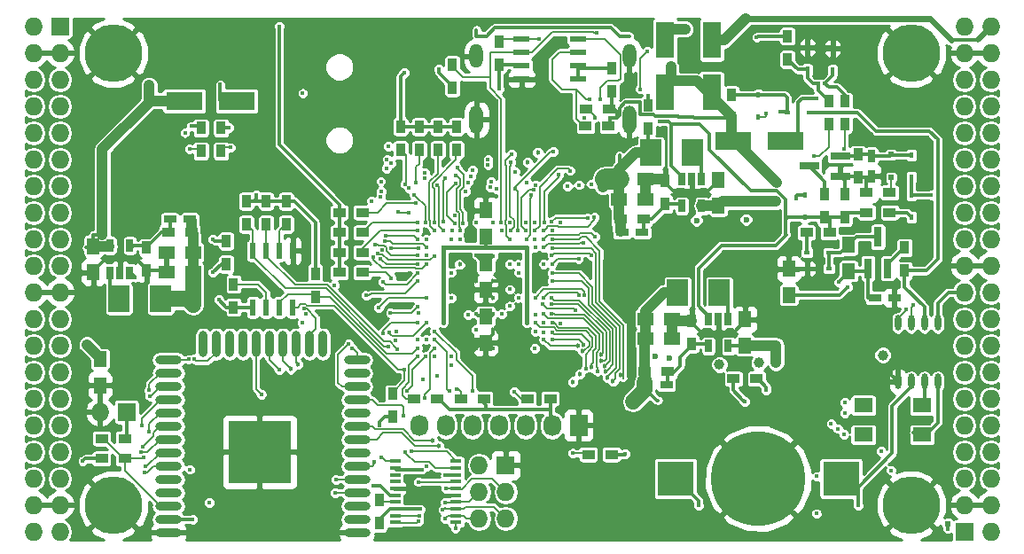
<source format=gbl>
G04 #@! TF.FileFunction,Copper,L4,Bot,Signal*
%FSLAX46Y46*%
G04 Gerber Fmt 4.6, Leading zero omitted, Abs format (unit mm)*
G04 Created by KiCad (PCBNEW 4.0.7+dfsg1-1) date Wed Oct  4 18:53:59 2017*
%MOMM*%
%LPD*%
G01*
G04 APERTURE LIST*
%ADD10C,0.100000*%
%ADD11R,1.800000X3.500000*%
%ADD12R,0.900000X1.200000*%
%ADD13R,2.000000X2.500000*%
%ADD14R,0.700000X1.200000*%
%ADD15R,1.250000X1.500000*%
%ADD16R,1.500000X1.250000*%
%ADD17O,0.609600X1.473200*%
%ADD18R,0.800000X1.900000*%
%ADD19R,1.900000X0.800000*%
%ADD20R,1.200000X0.750000*%
%ADD21R,0.750000X1.200000*%
%ADD22R,1.200000X0.900000*%
%ADD23R,0.600000X1.550000*%
%ADD24R,1.550000X0.600000*%
%ADD25O,2.500000X0.900000*%
%ADD26O,0.900000X2.500000*%
%ADD27R,6.000000X6.000000*%
%ADD28R,1.727200X1.727200*%
%ADD29O,1.727200X1.727200*%
%ADD30C,5.500000*%
%ADD31R,1.000000X0.400000*%
%ADD32R,0.500000X0.500000*%
%ADD33R,1.727200X2.032000*%
%ADD34O,1.727200X2.032000*%
%ADD35R,3.500000X3.300000*%
%ADD36C,9.000000*%
%ADD37O,1.300000X2.700000*%
%ADD38O,1.300000X2.300000*%
%ADD39R,1.800000X1.400000*%
%ADD40R,0.600000X0.450000*%
%ADD41R,0.450000X0.600000*%
%ADD42R,3.500000X1.800000*%
%ADD43C,0.454000*%
%ADD44C,0.400000*%
%ADD45C,1.000000*%
%ADD46C,0.600000*%
%ADD47C,0.300000*%
%ADD48C,1.000000*%
%ADD49C,0.190000*%
%ADD50C,0.600000*%
%ADD51C,0.500000*%
%ADD52C,2.000000*%
%ADD53C,1.500000*%
%ADD54C,0.400000*%
%ADD55C,0.200000*%
%ADD56C,0.254000*%
G04 APERTURE END LIST*
D10*
D11*
X155695000Y-69000000D03*
X155695000Y-64000000D03*
D12*
X154044000Y-72426000D03*
X154044000Y-70226000D03*
D13*
X160870000Y-88090000D03*
X156870000Y-88090000D03*
D14*
X159825000Y-90600000D03*
X160775000Y-90600000D03*
X161725000Y-90600000D03*
X161725000Y-93200000D03*
X159825000Y-93200000D03*
D13*
X158330000Y-74755000D03*
X154330000Y-74755000D03*
D14*
X157285000Y-77235000D03*
X158235000Y-77235000D03*
X159185000Y-77235000D03*
X159185000Y-79835000D03*
X157285000Y-79835000D03*
D13*
X103530000Y-88725000D03*
X107530000Y-88725000D03*
D14*
X104575000Y-86215000D03*
X103625000Y-86215000D03*
X102675000Y-86215000D03*
X102675000Y-83615000D03*
X104575000Y-83615000D03*
D15*
X101085000Y-83665000D03*
X101085000Y-86165000D03*
D16*
X153810000Y-90630000D03*
X156310000Y-90630000D03*
X153810000Y-92535000D03*
X156310000Y-92535000D03*
D15*
X163315000Y-93150000D03*
X163315000Y-90650000D03*
D16*
X151270000Y-79200000D03*
X153770000Y-79200000D03*
X151270000Y-77295000D03*
X153770000Y-77295000D03*
D15*
X160775000Y-79815000D03*
X160775000Y-77315000D03*
D16*
X110590000Y-84280000D03*
X108090000Y-84280000D03*
X110590000Y-86185000D03*
X108090000Y-86185000D03*
D17*
X181730000Y-96599000D03*
X180460000Y-96599000D03*
X179190000Y-96599000D03*
X177920000Y-96599000D03*
X177920000Y-91011000D03*
X179190000Y-91011000D03*
X180460000Y-91011000D03*
X181730000Y-91011000D03*
D15*
X173221000Y-86038000D03*
X173221000Y-83538000D03*
D18*
X176965000Y-85780000D03*
X175065000Y-85780000D03*
X176015000Y-82780000D03*
D19*
X172435000Y-75075000D03*
X172435000Y-76975000D03*
X169435000Y-76025000D03*
D20*
X153910000Y-96910000D03*
X155810000Y-96910000D03*
X151570000Y-82375000D03*
X153470000Y-82375000D03*
X110290000Y-81105000D03*
X108390000Y-81105000D03*
D21*
X175380000Y-75075000D03*
X175380000Y-76975000D03*
D22*
X169200000Y-82375000D03*
X171400000Y-82375000D03*
D12*
X172840000Y-80935000D03*
X172840000Y-78735000D03*
D22*
X177115000Y-80470000D03*
X174915000Y-80470000D03*
D12*
X174110000Y-74925000D03*
X174110000Y-77125000D03*
X178555000Y-83815000D03*
X178555000Y-86015000D03*
X113785000Y-83180000D03*
X113785000Y-85380000D03*
X170935000Y-80935000D03*
X170935000Y-78735000D03*
X128390000Y-107945000D03*
X128390000Y-110145000D03*
D22*
X150572000Y-103584000D03*
X148372000Y-103584000D03*
X177115000Y-78565000D03*
X174915000Y-78565000D03*
X153760000Y-95640000D03*
X155960000Y-95640000D03*
X110440000Y-82375000D03*
X108240000Y-82375000D03*
X151420000Y-81105000D03*
X153620000Y-81105000D03*
D12*
X158235000Y-90800000D03*
X158235000Y-93000000D03*
X106165000Y-86015000D03*
X106165000Y-83815000D03*
X155695000Y-77465000D03*
X155695000Y-79665000D03*
D22*
X126782000Y-86185000D03*
X124582000Y-86185000D03*
X126782000Y-84279000D03*
X124582000Y-84279000D03*
X126782000Y-82375000D03*
X124582000Y-82375000D03*
X126782000Y-80470000D03*
X124582000Y-80470000D03*
D12*
X130422000Y-74458000D03*
X130422000Y-72258000D03*
X132200000Y-74458000D03*
X132200000Y-72258000D03*
X133978000Y-74458000D03*
X133978000Y-72258000D03*
X135756000Y-74458000D03*
X135756000Y-72258000D03*
D23*
X116325000Y-84120000D03*
X117595000Y-84120000D03*
X118865000Y-84120000D03*
X120135000Y-84120000D03*
X120135000Y-89520000D03*
X118865000Y-89520000D03*
X117595000Y-89520000D03*
X116325000Y-89520000D03*
D20*
X175700000Y-88598000D03*
X177600000Y-88598000D03*
D24*
X141980000Y-67705000D03*
X141980000Y-66435000D03*
X141980000Y-65165000D03*
X141980000Y-63895000D03*
X147380000Y-63895000D03*
X147380000Y-65165000D03*
X147380000Y-66435000D03*
X147380000Y-67705000D03*
D25*
X126260434Y-111030338D03*
X126260434Y-109760338D03*
X126260434Y-108490338D03*
X126260434Y-107220338D03*
X126260434Y-105950338D03*
X126260434Y-104680338D03*
X126260434Y-103410338D03*
X126260434Y-102140338D03*
X126260434Y-100870338D03*
X126260434Y-99600338D03*
X126260434Y-98330338D03*
X126260434Y-97060338D03*
X126260434Y-95790338D03*
X126260434Y-94520338D03*
D26*
X122975434Y-93030338D03*
X121705434Y-93030338D03*
X120435434Y-93030338D03*
X119165434Y-93030338D03*
X117895434Y-93030338D03*
X116625434Y-93030338D03*
X115355434Y-93030338D03*
X114085434Y-93030338D03*
X112815434Y-93030338D03*
X111545434Y-93030338D03*
D25*
X108260434Y-94520338D03*
X108260434Y-95790338D03*
X108260434Y-97060338D03*
X108260434Y-98330338D03*
X108260434Y-99600338D03*
X108260434Y-100870338D03*
X108260434Y-102140338D03*
X108260434Y-103410338D03*
X108260434Y-104680338D03*
X108260434Y-105950338D03*
X108260434Y-107220338D03*
X108260434Y-108490338D03*
X108260434Y-109760338D03*
X108260434Y-111030338D03*
D27*
X116960434Y-103330338D03*
D28*
X97910000Y-62690000D03*
D29*
X95370000Y-62690000D03*
X97910000Y-65230000D03*
X95370000Y-65230000D03*
X97910000Y-67770000D03*
X95370000Y-67770000D03*
X97910000Y-70310000D03*
X95370000Y-70310000D03*
X97910000Y-72850000D03*
X95370000Y-72850000D03*
X97910000Y-75390000D03*
X95370000Y-75390000D03*
X97910000Y-77930000D03*
X95370000Y-77930000D03*
X97910000Y-80470000D03*
X95370000Y-80470000D03*
X97910000Y-83010000D03*
X95370000Y-83010000D03*
X97910000Y-85550000D03*
X95370000Y-85550000D03*
X97910000Y-88090000D03*
X95370000Y-88090000D03*
X97910000Y-90630000D03*
X95370000Y-90630000D03*
X97910000Y-93170000D03*
X95370000Y-93170000D03*
X97910000Y-95710000D03*
X95370000Y-95710000D03*
X97910000Y-98250000D03*
X95370000Y-98250000D03*
X97910000Y-100790000D03*
X95370000Y-100790000D03*
X97910000Y-103330000D03*
X95370000Y-103330000D03*
X97910000Y-105870000D03*
X95370000Y-105870000D03*
X97910000Y-108410000D03*
X95370000Y-108410000D03*
X97910000Y-110950000D03*
X95370000Y-110950000D03*
D28*
X184270000Y-110950000D03*
D29*
X186810000Y-110950000D03*
X184270000Y-108410000D03*
X186810000Y-108410000D03*
X184270000Y-105870000D03*
X186810000Y-105870000D03*
X184270000Y-103330000D03*
X186810000Y-103330000D03*
X184270000Y-100790000D03*
X186810000Y-100790000D03*
X184270000Y-98250000D03*
X186810000Y-98250000D03*
X184270000Y-95710000D03*
X186810000Y-95710000D03*
X184270000Y-93170000D03*
X186810000Y-93170000D03*
X184270000Y-90630000D03*
X186810000Y-90630000D03*
X184270000Y-88090000D03*
X186810000Y-88090000D03*
X184270000Y-85550000D03*
X186810000Y-85550000D03*
X184270000Y-83010000D03*
X186810000Y-83010000D03*
X184270000Y-80470000D03*
X186810000Y-80470000D03*
X184270000Y-77930000D03*
X186810000Y-77930000D03*
X184270000Y-75390000D03*
X186810000Y-75390000D03*
X184270000Y-72850000D03*
X186810000Y-72850000D03*
X184270000Y-70310000D03*
X186810000Y-70310000D03*
X184270000Y-67770000D03*
X186810000Y-67770000D03*
X184270000Y-65230000D03*
X186810000Y-65230000D03*
X184270000Y-62690000D03*
X186810000Y-62690000D03*
D30*
X102990000Y-108410000D03*
X179190000Y-108410000D03*
X179190000Y-65230000D03*
X102990000Y-65230000D03*
D12*
X162045000Y-71410000D03*
X162045000Y-69210000D03*
X139820000Y-66330000D03*
X139820000Y-64130000D03*
X135375000Y-68532000D03*
X135375000Y-66332000D03*
X150615000Y-68870000D03*
X150615000Y-66670000D03*
D22*
X150275000Y-72215000D03*
X148075000Y-72215000D03*
X150380000Y-70600000D03*
X148180000Y-70600000D03*
D31*
X135735000Y-104215000D03*
X135735000Y-104865000D03*
X135735000Y-105515000D03*
X135735000Y-106165000D03*
X135735000Y-106815000D03*
X135735000Y-107465000D03*
X135735000Y-108115000D03*
X135735000Y-108765000D03*
X135735000Y-109415000D03*
X135735000Y-110065000D03*
X129935000Y-110065000D03*
X129935000Y-109415000D03*
X129935000Y-108765000D03*
X129935000Y-108115000D03*
X129935000Y-107465000D03*
X129935000Y-106815000D03*
X129935000Y-106165000D03*
X129935000Y-105515000D03*
X129935000Y-104865000D03*
X129935000Y-104215000D03*
D12*
X119500000Y-79370000D03*
X119500000Y-81570000D03*
X114480000Y-89500000D03*
X114480000Y-87300000D03*
X129660000Y-99985000D03*
X129660000Y-97785000D03*
X117595000Y-79370000D03*
X117595000Y-81570000D03*
X122280000Y-86300000D03*
X122280000Y-88500000D03*
X115690000Y-79370000D03*
X115690000Y-81570000D03*
D22*
X144730000Y-98250000D03*
X142530000Y-98250000D03*
X138380000Y-98250000D03*
X136180000Y-98250000D03*
X133935000Y-98250000D03*
X131735000Y-98250000D03*
X101890000Y-103965000D03*
X104090000Y-103965000D03*
D28*
X104260000Y-99520000D03*
D29*
X101720000Y-99520000D03*
D22*
X101890000Y-102060000D03*
X104090000Y-102060000D03*
D15*
X167506000Y-88324000D03*
X167506000Y-85824000D03*
D22*
X164415000Y-96345000D03*
X162215000Y-96345000D03*
D12*
X167379000Y-65822000D03*
X167379000Y-63622000D03*
D28*
X140455000Y-104600000D03*
D29*
X137915000Y-104600000D03*
X140455000Y-107140000D03*
X137915000Y-107140000D03*
X140455000Y-109680000D03*
X137915000Y-109680000D03*
D15*
X138550000Y-90396000D03*
X138550000Y-92896000D03*
X138550000Y-82736000D03*
X138550000Y-80236000D03*
X138550000Y-85316000D03*
X138550000Y-87816000D03*
X101720000Y-94460000D03*
X101720000Y-96960000D03*
D12*
X113277000Y-74585000D03*
X113277000Y-72385000D03*
X111372000Y-74585000D03*
X111372000Y-72385000D03*
X172840000Y-72045000D03*
X172840000Y-69845000D03*
X171316000Y-72045000D03*
X171316000Y-69845000D03*
D32*
X182680000Y-110200000D03*
D33*
X147440000Y-100790000D03*
D34*
X144900000Y-100790000D03*
X142360000Y-100790000D03*
X139820000Y-100790000D03*
X137280000Y-100790000D03*
X134740000Y-100790000D03*
X132200000Y-100790000D03*
D35*
X172485000Y-105870000D03*
X156685000Y-105870000D03*
D36*
X164585000Y-105870000D03*
D37*
X152280000Y-71550000D03*
X137680000Y-71550000D03*
D38*
X137680000Y-65500000D03*
X152280000Y-65500000D03*
D39*
X180212000Y-98882000D03*
X174612000Y-98882000D03*
X174612000Y-101682000D03*
X180212000Y-101682000D03*
D32*
X177285000Y-74925000D03*
X177285000Y-77125000D03*
D40*
X169250000Y-84280000D03*
X171350000Y-84280000D03*
D41*
X179190000Y-80885000D03*
X179190000Y-78785000D03*
X169030000Y-80885000D03*
X169030000Y-78785000D03*
D40*
X171350000Y-85804000D03*
X169250000Y-85804000D03*
D41*
X179190000Y-77075000D03*
X179190000Y-74975000D03*
D40*
X167345000Y-70945000D03*
X169445000Y-70945000D03*
D41*
X164585000Y-69260000D03*
X164585000Y-71360000D03*
X169284000Y-66788000D03*
X169284000Y-64688000D03*
X171697000Y-66881000D03*
X171697000Y-64781000D03*
D42*
X109761000Y-69802000D03*
X114761000Y-69802000D03*
X167212000Y-73612000D03*
X162212000Y-73612000D03*
D11*
X160140000Y-64000000D03*
X160140000Y-69000000D03*
D43*
X139264636Y-91615205D03*
D44*
X139575609Y-69792857D03*
D45*
X116880503Y-64802940D03*
X106974809Y-64953974D03*
X175210328Y-64948943D03*
X165417246Y-64954666D03*
D44*
X175495631Y-71457432D03*
X146468970Y-70993942D03*
X144978424Y-71024054D03*
X143480350Y-71016526D03*
X142000564Y-71008511D03*
X113273209Y-99681387D03*
X147987361Y-71377791D03*
X144102010Y-84600000D03*
X132880424Y-84561218D03*
X135567436Y-80702302D03*
X132810347Y-82177990D03*
X145713035Y-91022010D03*
X145680000Y-94177990D03*
X177285000Y-95710000D03*
D45*
X177229911Y-82281349D03*
D44*
X170046000Y-85804000D03*
D46*
X164741832Y-81130572D03*
D44*
X120770000Y-72215000D03*
D46*
X161067993Y-81216119D03*
D45*
X158233687Y-94852616D03*
X162992748Y-94820185D03*
D46*
X156280000Y-81210838D03*
D44*
X131254529Y-86251357D03*
X140880000Y-81400000D03*
X136085174Y-89394826D03*
X145680000Y-81400000D03*
X120430000Y-97050000D03*
X150080000Y-81600000D03*
X131280000Y-89400000D03*
X133690245Y-94180159D03*
X140874194Y-91433353D03*
X145680000Y-85422010D03*
X135280000Y-95000000D03*
X135280000Y-94200000D03*
X142480000Y-94200000D03*
X140880000Y-93400000D03*
X139280000Y-93400000D03*
X137680000Y-93400000D03*
X136080000Y-93400000D03*
X136880000Y-92600000D03*
X135280000Y-92600000D03*
X132880000Y-91800000D03*
X132880000Y-93400000D03*
D43*
X141042859Y-86994997D03*
X139280000Y-87000000D03*
X136110990Y-86995403D03*
X137680000Y-87000000D03*
X136080000Y-84600000D03*
X139280000Y-88600000D03*
D45*
X156235582Y-66548363D03*
D44*
X127801946Y-106537732D03*
D45*
X166321614Y-77572282D03*
X166248957Y-79408030D03*
X101932065Y-82585048D03*
X106417803Y-68312483D03*
X166280000Y-94800000D03*
D44*
X112134000Y-108156000D03*
X150457224Y-71377791D03*
X172289562Y-87124051D03*
D45*
X157600000Y-62944000D03*
D44*
X137659051Y-91638034D03*
X139820000Y-68665673D03*
X128441330Y-100758313D03*
X172834633Y-99599920D03*
X172879922Y-98618650D03*
X176305593Y-103279812D03*
X165349214Y-97422919D03*
D45*
X160875897Y-94988750D03*
D44*
X164433885Y-63737451D03*
X148639876Y-77729346D03*
D45*
X149751640Y-78029346D03*
D44*
X134079160Y-66786153D03*
X109828000Y-72830000D03*
X116654336Y-78777990D03*
D45*
X176474303Y-94069095D03*
D44*
X173094000Y-87582000D03*
D45*
X100479904Y-93063904D03*
D46*
X163422030Y-81120665D03*
X154726292Y-94171363D03*
X156077107Y-94380779D03*
X158680000Y-81210838D03*
D44*
X112515000Y-83010000D03*
X181065000Y-78785000D03*
X110529662Y-109760338D03*
X110280000Y-105000000D03*
X100080000Y-104200000D03*
X113080000Y-88800000D03*
D45*
X164653770Y-94825547D03*
D44*
X135273306Y-88618602D03*
X139272517Y-84611349D03*
X137680556Y-84534085D03*
X141680000Y-86200000D03*
X135280000Y-86200000D03*
X132880000Y-92600000D03*
X132080000Y-92600000D03*
X141680000Y-88600000D03*
X141680000Y-85400000D03*
D45*
X152621047Y-98519969D03*
D44*
X136885174Y-90194826D03*
X140094890Y-90122990D03*
X139280000Y-90122990D03*
X140880000Y-89400000D03*
X137680000Y-90172990D03*
X140880000Y-87800000D03*
X140880000Y-85400000D03*
D43*
X136080000Y-85400000D03*
D44*
X121369010Y-90164222D03*
X130022933Y-91834237D03*
X121036481Y-91008234D03*
X129902064Y-92678248D03*
D45*
X110617371Y-89287199D03*
D44*
X142480000Y-91000000D03*
X142480000Y-83800000D03*
X134480000Y-83800000D03*
X134480000Y-91000000D03*
X105037711Y-86632990D03*
X155149360Y-71764535D03*
X121086654Y-69078528D03*
X170182962Y-69571012D03*
X174110000Y-108410000D03*
X158870000Y-108410000D03*
X134750646Y-106810513D03*
X137288700Y-97538741D03*
X133680000Y-91800000D03*
D43*
X134074414Y-102752225D03*
D44*
X134675868Y-108131585D03*
X135085458Y-97531790D03*
D43*
X133449289Y-102232615D03*
D44*
X133680000Y-92600000D03*
X127935466Y-104261259D03*
X132936956Y-104698915D03*
X134463998Y-108841973D03*
X132752670Y-98178920D03*
X133685668Y-93402482D03*
X134636872Y-109719950D03*
X130714529Y-99901000D03*
X131039363Y-97487286D03*
X132846234Y-94197073D03*
X118858690Y-62658970D03*
X130761990Y-67119621D03*
X148477832Y-69619684D03*
X149475951Y-69619684D03*
X148991194Y-71377791D03*
X153984196Y-65077116D03*
X153322343Y-68673419D03*
X143650666Y-63862520D03*
X178665908Y-89713903D03*
X149183754Y-63257114D03*
X179375977Y-89317806D03*
X140035989Y-81400000D03*
X128776655Y-87110882D03*
X132077895Y-86272150D03*
X117121665Y-97817265D03*
X118843798Y-95498222D03*
D43*
X119978162Y-95412951D03*
X120634035Y-94977604D03*
D44*
X113212238Y-68244401D03*
X166678914Y-70803555D03*
X146387166Y-77939336D03*
X147480000Y-77822010D03*
X131453853Y-103296209D03*
X144891634Y-91008466D03*
D43*
X148653935Y-95249010D03*
X149565978Y-94054788D03*
D44*
X144867244Y-90164455D03*
D43*
X150720500Y-96575802D03*
D44*
X144890381Y-83866022D03*
D43*
X151448039Y-95951686D03*
D44*
X144894101Y-83022010D03*
D43*
X150149219Y-96229829D03*
D44*
X144901285Y-86268736D03*
D43*
X150033441Y-95660469D03*
D44*
X144888562Y-86993817D03*
D43*
X149952517Y-95085120D03*
D44*
X144877648Y-88622010D03*
D43*
X149584522Y-94635504D03*
D44*
X144810610Y-89177990D03*
X144895773Y-91874444D03*
D43*
X147777713Y-93691005D03*
X147356233Y-93219138D03*
D44*
X144102010Y-92600000D03*
D43*
X147915304Y-93060979D03*
D44*
X144882352Y-92577990D03*
X130807074Y-95454141D03*
X130141304Y-93529144D03*
X132080000Y-93400000D03*
X129254670Y-93244631D03*
X133919980Y-96038729D03*
X141280000Y-97600000D03*
X132572818Y-96383863D03*
X135770000Y-97338127D03*
X132080000Y-94200000D03*
X128669601Y-84020243D03*
X105906712Y-103816552D03*
X129459184Y-90039192D03*
X132080000Y-89444020D03*
X130839486Y-103354982D03*
X128602801Y-103831529D03*
X132162861Y-106185868D03*
X128321313Y-89539949D03*
X132880000Y-88600000D03*
X127145130Y-88379076D03*
X124253981Y-105982535D03*
X132080000Y-87000000D03*
X125827283Y-93452662D03*
X124202418Y-107207639D03*
D43*
X142530990Y-75662841D03*
X143525587Y-74749772D03*
D44*
X110313517Y-74380698D03*
X132146108Y-109940263D03*
X114166000Y-74247000D03*
X132189000Y-109415000D03*
X135694981Y-77648547D03*
X135567436Y-81489225D03*
X134702010Y-77200000D03*
X134471354Y-81347908D03*
X132761172Y-77202673D03*
X132737245Y-76676207D03*
X128545566Y-77476577D03*
X127643658Y-79355564D03*
X110718734Y-94451783D03*
X128515897Y-78994176D03*
X110193102Y-94489889D03*
X128569727Y-78469921D03*
X106412639Y-97453606D03*
X131230910Y-78113843D03*
X106479997Y-97976296D03*
X131709326Y-78745875D03*
X132783332Y-81399993D03*
X129016746Y-82660638D03*
X105679715Y-100783924D03*
X132084821Y-83022010D03*
X128948848Y-83183258D03*
X106401171Y-101377901D03*
X132886504Y-83777990D03*
X129513931Y-83860979D03*
X105803161Y-102850427D03*
X132117443Y-83866021D03*
X127966259Y-83527946D03*
X105651866Y-103355255D03*
X132079996Y-84503337D03*
X128256283Y-84387285D03*
X106023598Y-104697574D03*
X133671942Y-84595200D03*
X127824162Y-84688968D03*
X105973679Y-105248709D03*
X132875802Y-85428138D03*
D43*
X146862501Y-96617499D03*
X147534467Y-95913260D03*
D44*
X148102806Y-95339021D03*
X143280000Y-91000000D03*
X149207706Y-95605291D03*
X144082424Y-90132858D03*
X143989948Y-89177990D03*
X147125926Y-89802879D03*
X143281824Y-90201951D03*
X144102010Y-85397219D03*
X147422472Y-84858593D03*
X144886544Y-85385186D03*
X144102010Y-83000000D03*
X148975652Y-82755341D03*
X144885092Y-82177990D03*
X147470668Y-88324835D03*
X144082832Y-88584510D03*
X147997681Y-88324844D03*
X143278026Y-88595030D03*
X144102010Y-82185600D03*
X148935852Y-80899014D03*
X148337768Y-80975785D03*
X144866392Y-81333979D03*
X139280000Y-81400000D03*
X139585116Y-78205862D03*
X138968064Y-78040948D03*
X139049357Y-77520244D03*
X138775679Y-75942989D03*
X138779198Y-75400762D03*
X137680000Y-81400000D03*
X137308732Y-76415018D03*
X137106948Y-76979922D03*
X136856003Y-77562978D03*
X136634118Y-78451672D03*
X135830698Y-76200613D03*
X136411444Y-81497309D03*
X148668800Y-84550385D03*
X144877691Y-84532933D03*
X144102010Y-83800000D03*
X147894174Y-83335809D03*
X142852716Y-78759927D03*
X142473549Y-82998913D03*
X143105106Y-78295223D03*
X142396423Y-82191394D03*
X145494012Y-76834828D03*
X144146021Y-81374784D03*
X143331797Y-77819457D03*
X146627648Y-76461302D03*
X143257990Y-82207154D03*
X143257990Y-81379632D03*
X141380161Y-78226966D03*
X145017056Y-74655847D03*
X141657990Y-82130345D03*
X142413979Y-81382236D03*
X140080000Y-82200000D03*
X141342967Y-76554996D03*
X141046643Y-74873804D03*
X140864029Y-83041403D03*
X140980062Y-75681941D03*
X140924011Y-82179283D03*
X129542604Y-86703515D03*
X132880000Y-83022010D03*
X132080000Y-82177990D03*
X132080000Y-81400000D03*
X131847310Y-79589886D03*
X130856828Y-77742623D03*
X131923295Y-77584853D03*
X133654358Y-82177990D03*
X133627343Y-81396408D03*
X129336756Y-91938993D03*
X132880000Y-91000000D03*
X128770628Y-92009836D03*
X132077648Y-90977990D03*
X130196821Y-80377733D03*
X131180000Y-80500000D03*
X128489708Y-84867377D03*
X132079620Y-85428138D03*
X165326966Y-71026598D03*
X134501414Y-82177578D03*
X133922194Y-77854836D03*
X135656559Y-110610712D03*
X132448438Y-104994496D03*
X146844288Y-103452739D03*
X134707351Y-105508447D03*
X132280000Y-108800000D03*
X112515000Y-86185000D03*
X163277422Y-98501717D03*
X170126036Y-109212466D03*
X170157734Y-105666345D03*
X169895346Y-75092988D03*
X143257990Y-83000000D03*
X168166438Y-79108038D03*
X151896383Y-103510715D03*
X114039000Y-72342000D03*
X110483000Y-72215000D03*
X177274002Y-105079115D03*
X143258015Y-93423150D03*
X172761273Y-101651681D03*
X143280000Y-91800000D03*
X172193360Y-101105663D03*
X144064831Y-91877646D03*
X171540304Y-100645743D03*
X144080000Y-91000000D03*
X154044000Y-69294000D03*
X129061632Y-76229575D03*
X135280000Y-83022010D03*
X129493343Y-75737814D03*
X136080000Y-83000000D03*
X129122249Y-75363607D03*
X135345425Y-82176814D03*
X135725421Y-76909376D03*
X129252218Y-74142461D03*
X136080000Y-82200000D03*
X172746637Y-74347988D03*
X143280000Y-83800000D03*
X142480000Y-77600000D03*
X170300000Y-68151000D03*
X170950000Y-68125562D03*
X125480000Y-93000000D03*
X121206217Y-89662983D03*
X132156079Y-90030946D03*
X182654362Y-110665838D03*
X124080000Y-87400000D03*
X124080000Y-87400000D03*
D47*
X138630000Y-63600000D02*
X139449896Y-62780104D01*
X137680000Y-63000000D02*
X137680000Y-63600000D01*
X150510104Y-62780104D02*
X151330000Y-63600000D01*
X137680000Y-63600000D02*
X138630000Y-63600000D01*
X139449896Y-62780104D02*
X150510104Y-62780104D01*
X151330000Y-63600000D02*
X152280000Y-63600000D01*
X139264636Y-92054364D02*
X139264636Y-91936231D01*
X139264636Y-91936231D02*
X139264636Y-91615205D01*
X138550000Y-92769000D02*
X139264636Y-92054364D01*
X136880000Y-92600000D02*
X136080000Y-93400000D01*
X136880000Y-92600000D02*
X137680000Y-93400000D01*
X136880000Y-92600000D02*
X138381000Y-92600000D01*
X138381000Y-92600000D02*
X138550000Y-92769000D01*
X135280000Y-92600000D02*
X136880000Y-92600000D01*
X135280000Y-92600000D02*
X136080000Y-93400000D01*
X138550000Y-92769000D02*
X138649000Y-92769000D01*
X138649000Y-92769000D02*
X139280000Y-93400000D01*
X138550000Y-92769000D02*
X138311000Y-92769000D01*
X138311000Y-92769000D02*
X137680000Y-93400000D01*
X136772000Y-93785000D02*
X136465000Y-93785000D01*
X136465000Y-93785000D02*
X136080000Y-93400000D01*
X136772000Y-93785000D02*
X137295000Y-93785000D01*
X137295000Y-93785000D02*
X137680000Y-93400000D01*
X137822857Y-69792857D02*
X139292767Y-69792857D01*
X137680000Y-69650000D02*
X137822857Y-69792857D01*
X139292767Y-69792857D02*
X139575609Y-69792857D01*
X132202804Y-107453326D02*
X131572496Y-106823018D01*
X135747661Y-107453326D02*
X132202804Y-107453326D01*
X131572496Y-106823018D02*
X129919874Y-106823018D01*
X175042385Y-64781000D02*
X175210328Y-64948943D01*
X171697000Y-64781000D02*
X175042385Y-64781000D01*
X165683912Y-64688000D02*
X165417246Y-64954666D01*
X169284000Y-64688000D02*
X165683912Y-64688000D01*
X169284000Y-64688000D02*
X171604000Y-64688000D01*
X171604000Y-64688000D02*
X171697000Y-64781000D01*
X177285000Y-95710000D02*
X177285000Y-95964000D01*
X177285000Y-95964000D02*
X177920000Y-96599000D01*
X167506000Y-85824000D02*
X169230000Y-85824000D01*
X169230000Y-85824000D02*
X169250000Y-85804000D01*
X169250000Y-85804000D02*
X170046000Y-85804000D01*
X102210000Y-84915000D02*
X103625000Y-84915000D01*
X103625000Y-84915000D02*
X105215000Y-84915000D01*
X103625000Y-86215000D02*
X103625000Y-84915000D01*
X105215000Y-84915000D02*
X106165000Y-85865000D01*
X106165000Y-85865000D02*
X106165000Y-86015000D01*
X101085000Y-86165000D02*
X101085000Y-86040000D01*
X101085000Y-86040000D02*
X102210000Y-84915000D01*
X106165000Y-86015000D02*
X107920000Y-86015000D01*
X107920000Y-86015000D02*
X108090000Y-86185000D01*
D48*
X153770000Y-77295000D02*
X155525000Y-77295000D01*
D47*
X155525000Y-77295000D02*
X155695000Y-77465000D01*
D48*
X153770000Y-79200000D02*
X153770000Y-77295000D01*
D47*
X174110000Y-77125000D02*
X174745000Y-77125000D01*
X174745000Y-77125000D02*
X175230000Y-77125000D01*
X174915000Y-78565000D02*
X174915000Y-77295000D01*
X174915000Y-77295000D02*
X174745000Y-77125000D01*
X172840000Y-78735000D02*
X172840000Y-77380000D01*
X172840000Y-77380000D02*
X172435000Y-76975000D01*
X175230000Y-77125000D02*
X175380000Y-76975000D01*
X172435000Y-76975000D02*
X173960000Y-76975000D01*
X173960000Y-76975000D02*
X174110000Y-77125000D01*
X137680000Y-86200000D02*
X137680000Y-86600000D01*
X136080000Y-84600000D02*
X137680000Y-86200000D01*
X159850000Y-78365000D02*
X158235000Y-78365000D01*
X158235000Y-78365000D02*
X156445000Y-78365000D01*
X158235000Y-77235000D02*
X158235000Y-78365000D01*
X160775000Y-77315000D02*
X160775000Y-77440000D01*
X160775000Y-77440000D02*
X159850000Y-78365000D01*
X156445000Y-78365000D02*
X155695000Y-77615000D01*
X155695000Y-77615000D02*
X155695000Y-77465000D01*
D48*
X156310000Y-90630000D02*
X156310000Y-92535000D01*
X158235000Y-90800000D02*
X156480000Y-90800000D01*
D47*
X156480000Y-90800000D02*
X156310000Y-90630000D01*
X163315000Y-90650000D02*
X163315000Y-90834602D01*
X163315000Y-90834602D02*
X162249602Y-91900000D01*
X162249602Y-91900000D02*
X160775000Y-91900000D01*
X101085000Y-86165000D02*
X101085000Y-85929893D01*
X106165000Y-85944374D02*
X106165000Y-86015000D01*
X159185000Y-91900000D02*
X160775000Y-91900000D01*
X160775000Y-90600000D02*
X160775000Y-91900000D01*
X158235000Y-90800000D02*
X158235000Y-90950000D01*
X158235000Y-90950000D02*
X159185000Y-91900000D01*
X108090000Y-84280000D02*
X108090000Y-86185000D01*
X107625000Y-84745000D02*
X108090000Y-84280000D01*
X108070000Y-84260000D02*
X108090000Y-84280000D01*
X141037856Y-87000000D02*
X141042859Y-86994997D01*
X139280000Y-87000000D02*
X141037856Y-87000000D01*
X136432016Y-86995403D02*
X136110990Y-86995403D01*
X137284597Y-86995403D02*
X136432016Y-86995403D01*
X137680000Y-86600000D02*
X137284597Y-86995403D01*
X137680000Y-86600000D02*
X137680000Y-87000000D01*
D49*
X138029000Y-66332000D02*
X138115000Y-66246000D01*
D47*
X160140000Y-69000000D02*
X160140000Y-69850000D01*
X160140000Y-69850000D02*
X161700000Y-71410000D01*
X161700000Y-71410000D02*
X162045000Y-71410000D01*
D48*
X162045000Y-71410000D02*
X162045000Y-71260000D01*
X156235582Y-67716832D02*
X156235582Y-66548363D01*
X162045000Y-71260000D02*
X158681338Y-67896338D01*
X158681338Y-67896338D02*
X156415088Y-67896338D01*
X156415088Y-67896338D02*
X156235582Y-67716832D01*
D47*
X156235582Y-66578582D02*
X156235582Y-66548363D01*
X128084788Y-106537732D02*
X127801946Y-106537732D01*
X128531334Y-106537732D02*
X128084788Y-106537732D01*
X129458602Y-107465000D02*
X128531334Y-106537732D01*
X129935000Y-107465000D02*
X129458602Y-107465000D01*
D48*
X162045000Y-73295668D02*
X165821615Y-77072283D01*
X162045000Y-71410000D02*
X162045000Y-73295668D01*
X165821615Y-77072283D02*
X166321614Y-77572282D01*
X160790000Y-79800000D02*
X161181970Y-79408030D01*
X161181970Y-79408030D02*
X165541851Y-79408030D01*
X165541851Y-79408030D02*
X166248957Y-79408030D01*
D47*
X101085000Y-82615000D02*
X101114952Y-82585048D01*
X101114952Y-82585048D02*
X101224959Y-82585048D01*
X101085000Y-83665000D02*
X101085000Y-82615000D01*
D48*
X101932065Y-81877942D02*
X101932065Y-82585048D01*
X101932065Y-74415935D02*
X101932065Y-81877942D01*
X106407114Y-69940886D02*
X101932065Y-74415935D01*
D47*
X101224959Y-82585048D02*
X101932065Y-82585048D01*
X151080000Y-71400000D02*
X151352990Y-71127010D01*
X158407951Y-71315988D02*
X158501963Y-71410000D01*
X151352990Y-71127010D02*
X151352990Y-70466020D01*
X153372399Y-71103001D02*
X154568521Y-71103001D01*
X158501963Y-71410000D02*
X162045000Y-71410000D01*
X151352990Y-70466020D02*
X151896020Y-69922990D01*
X153316999Y-69896923D02*
X153316999Y-71047601D01*
X156924522Y-71275510D02*
X156965000Y-71315988D01*
X151896020Y-69922990D02*
X152557010Y-69922990D01*
X152557010Y-69922990D02*
X152583077Y-69896923D01*
X152583077Y-69896923D02*
X153316999Y-69896923D01*
X156965000Y-71315988D02*
X158407951Y-71315988D01*
X153316999Y-71047601D02*
X153372399Y-71103001D01*
X154568521Y-71103001D02*
X154741030Y-71275510D01*
X154741030Y-71275510D02*
X156924522Y-71275510D01*
D48*
X106417803Y-69019589D02*
X106417803Y-68312483D01*
X106417803Y-69930197D02*
X106417803Y-69019589D01*
X106407114Y-69940886D02*
X106417803Y-69930197D01*
X166280000Y-93150000D02*
X166280000Y-94800000D01*
D47*
X110610000Y-69548000D02*
X110610000Y-69802000D01*
X150457224Y-71377791D02*
X150457224Y-72032776D01*
X150457224Y-72032776D02*
X150275000Y-72215000D01*
D48*
X109975000Y-69802000D02*
X106546000Y-69802000D01*
X106546000Y-69802000D02*
X106419000Y-69929000D01*
D47*
X162045000Y-71753000D02*
X162045000Y-71410000D01*
X151057791Y-71377791D02*
X150740066Y-71377791D01*
X150740066Y-71377791D02*
X150457224Y-71377791D01*
X151080000Y-71400000D02*
X151057791Y-71377791D01*
X172289562Y-87094438D02*
X172289562Y-87124051D01*
X173221000Y-86163000D02*
X172289562Y-87094438D01*
X173221000Y-86038000D02*
X173221000Y-86163000D01*
X175065000Y-88598000D02*
X175065000Y-85780000D01*
X175700000Y-88598000D02*
X175065000Y-88598000D01*
D48*
X106419000Y-69929000D02*
X106407114Y-69940886D01*
D47*
X106419000Y-69675000D02*
X106419000Y-69929000D01*
X100572432Y-83665000D02*
X100424079Y-83813353D01*
X101085000Y-83665000D02*
X100572432Y-83665000D01*
X160790000Y-79800000D02*
X160775000Y-79815000D01*
D48*
X163315000Y-93150000D02*
X166280000Y-93150000D01*
D47*
X160775000Y-79940000D02*
X160775000Y-79815000D01*
X164925000Y-93150000D02*
X164240000Y-93150000D01*
X164240000Y-93150000D02*
X163315000Y-93150000D01*
X101085000Y-83665000D02*
X101085000Y-83790000D01*
X151080000Y-71400000D02*
X151080000Y-70838120D01*
X151080000Y-70838120D02*
X150615000Y-70373120D01*
X150615000Y-70373120D02*
X150615000Y-69995990D01*
X150615000Y-69995990D02*
X150615000Y-68870000D01*
D48*
X159185000Y-79835000D02*
X160755000Y-79835000D01*
D47*
X160755000Y-79835000D02*
X160775000Y-79815000D01*
X161725000Y-93200000D02*
X163265000Y-93200000D01*
X163265000Y-93200000D02*
X163315000Y-93150000D01*
X173221000Y-86038000D02*
X174807000Y-86038000D01*
X174807000Y-86038000D02*
X175065000Y-85780000D01*
D48*
X101085000Y-83665000D02*
X102625000Y-83665000D01*
D47*
X102625000Y-83665000D02*
X102675000Y-83615000D01*
X155695000Y-64000000D02*
X155695000Y-63368337D01*
X155695000Y-63368337D02*
X156119337Y-62944000D01*
D48*
X156119337Y-62944000D02*
X157600000Y-62944000D01*
X160140000Y-64000000D02*
X161340000Y-64000000D01*
X161340000Y-64000000D02*
X163399217Y-61940783D01*
D50*
X163399217Y-61940783D02*
X180980783Y-61940783D01*
D51*
X185540000Y-63960000D02*
X186810000Y-62690000D01*
D50*
X180980783Y-61940783D02*
X183000000Y-63960000D01*
D47*
X183000000Y-63960000D02*
X185540000Y-63960000D01*
X138550000Y-85042000D02*
X138188471Y-85042000D01*
X138188471Y-85042000D02*
X137680556Y-84534085D01*
X138550000Y-85042000D02*
X138841866Y-85042000D01*
X138841866Y-85042000D02*
X139272517Y-84611349D01*
X137680556Y-84534085D02*
X139195253Y-84534085D01*
X139195253Y-84534085D02*
X139272517Y-84611349D01*
X139820000Y-66330000D02*
X139820000Y-68665673D01*
X128441330Y-100475471D02*
X128441330Y-100758313D01*
X128441330Y-100453670D02*
X128441330Y-100475471D01*
X128910000Y-99985000D02*
X128441330Y-100453670D01*
X129660000Y-99985000D02*
X128910000Y-99985000D01*
X165349214Y-97129214D02*
X165349214Y-97422919D01*
X164565000Y-96345000D02*
X165349214Y-97129214D01*
X164415000Y-96345000D02*
X164565000Y-96345000D01*
X164549336Y-63622000D02*
X164433885Y-63737451D01*
X167379000Y-63622000D02*
X164549336Y-63622000D01*
D48*
X149784145Y-77289735D02*
X149751640Y-77322240D01*
X149751640Y-77322240D02*
X149751640Y-78029346D01*
X149993577Y-77289735D02*
X149784145Y-77289735D01*
D47*
X134079160Y-67068995D02*
X134079160Y-66786153D01*
X134079160Y-67086160D02*
X134079160Y-67068995D01*
X135375000Y-68382000D02*
X134079160Y-67086160D01*
X135375000Y-68532000D02*
X135375000Y-68382000D01*
X154044000Y-72426000D02*
X154044000Y-74469000D01*
X154044000Y-74469000D02*
X154330000Y-74755000D01*
X116654336Y-79155664D02*
X116654336Y-79060832D01*
X115690000Y-79370000D02*
X116440000Y-79370000D01*
X116440000Y-79370000D02*
X116654336Y-79155664D01*
X116654336Y-79060832D02*
X116654336Y-78777990D01*
X181730000Y-89106000D02*
X182746000Y-88090000D01*
X182746000Y-88090000D02*
X184270000Y-88090000D01*
X181730000Y-91011000D02*
X181730000Y-89106000D01*
X172352000Y-88324000D02*
X173094000Y-87582000D01*
X167506000Y-88324000D02*
X172352000Y-88324000D01*
X100479904Y-93094904D02*
X100479904Y-93063904D01*
D48*
X101720000Y-94335000D02*
X100479904Y-93094904D01*
D47*
X101720000Y-94460000D02*
X101720000Y-94335000D01*
X151330000Y-75000000D02*
X151330000Y-77235000D01*
X151330000Y-77235000D02*
X151270000Y-77295000D01*
X138380000Y-98250000D02*
X138380000Y-98686358D01*
X138380000Y-98686358D02*
X138550000Y-98856358D01*
X138550000Y-98856358D02*
X138550000Y-99266000D01*
X135101000Y-99266000D02*
X138550000Y-99266000D01*
X138550000Y-99266000D02*
X144730000Y-99266000D01*
X144730000Y-98250000D02*
X144730000Y-99266000D01*
X144730000Y-99266000D02*
X144730000Y-99400000D01*
X133935000Y-98250000D02*
X134085000Y-98250000D01*
X134085000Y-98250000D02*
X135101000Y-99266000D01*
X144730000Y-99400000D02*
X144730000Y-100620000D01*
X113785000Y-83180000D02*
X112685000Y-83180000D01*
X112685000Y-83180000D02*
X112515000Y-83010000D01*
X122280000Y-86300000D02*
X122280000Y-81400000D01*
X122280000Y-81400000D02*
X120250000Y-79370000D01*
X120250000Y-79370000D02*
X119500000Y-79370000D01*
X179190000Y-78785000D02*
X181065000Y-78785000D01*
X108260434Y-109760338D02*
X110529662Y-109760338D01*
X179190000Y-77075000D02*
X179190000Y-78785000D01*
X100315000Y-103965000D02*
X100080000Y-104200000D01*
X101890000Y-103965000D02*
X100315000Y-103965000D01*
X117595000Y-79370000D02*
X119500000Y-79370000D01*
X115690000Y-79370000D02*
X117595000Y-79370000D01*
X114480000Y-89500000D02*
X113780000Y-89500000D01*
X113780000Y-89500000D02*
X113080000Y-88800000D01*
X114480000Y-89500000D02*
X116305000Y-89500000D01*
X116305000Y-89500000D02*
X116325000Y-89520000D01*
X144900000Y-98250000D02*
X144730000Y-98250000D01*
X138380000Y-98250000D02*
X138530000Y-98250000D01*
X144730000Y-100620000D02*
X144900000Y-100790000D01*
X139820000Y-66330000D02*
X141875000Y-66330000D01*
X141875000Y-66330000D02*
X141980000Y-66435000D01*
D48*
X151270000Y-77295000D02*
X151264735Y-77289735D01*
D52*
X151264735Y-77289735D02*
X149993577Y-77289735D01*
D48*
X151270000Y-77295000D02*
X151270000Y-76370000D01*
D47*
X152885000Y-74755000D02*
X153030000Y-74755000D01*
D48*
X151270000Y-76370000D02*
X152885000Y-74755000D01*
X153030000Y-74755000D02*
X154330000Y-74755000D01*
X151420000Y-81105000D02*
X151420000Y-82225000D01*
D47*
X151420000Y-82225000D02*
X151570000Y-82375000D01*
D48*
X151270000Y-79200000D02*
X151270000Y-80955000D01*
D47*
X151270000Y-80955000D02*
X151420000Y-81105000D01*
D48*
X151270000Y-77295000D02*
X151270000Y-79200000D01*
D47*
X151790000Y-76775000D02*
X151270000Y-77295000D01*
X160870000Y-88090000D02*
X161725000Y-88945000D01*
X161725000Y-88945000D02*
X161725000Y-90600000D01*
X159185000Y-77235000D02*
X159185000Y-75610000D01*
X159185000Y-75610000D02*
X158330000Y-74755000D01*
X138550000Y-90269000D02*
X137776010Y-90269000D01*
X137776010Y-90269000D02*
X137680000Y-90172990D01*
X138550000Y-90269000D02*
X139133990Y-90269000D01*
X139133990Y-90269000D02*
X139280000Y-90122990D01*
X155030000Y-98400000D02*
X154905000Y-98400000D01*
X154905000Y-98400000D02*
X153733519Y-97228519D01*
X153733519Y-97228519D02*
X153733519Y-96686345D01*
D48*
X153701005Y-95301005D02*
X153810000Y-95410000D01*
X153701005Y-92643995D02*
X153701005Y-95301005D01*
X153810000Y-92535000D02*
X153701005Y-92643995D01*
D47*
X153810000Y-95410000D02*
X154110000Y-95710000D01*
X154110000Y-95710000D02*
X154110000Y-96385000D01*
D53*
X153121046Y-98019970D02*
X152621047Y-98519969D01*
X153733519Y-97407497D02*
X153121046Y-98019970D01*
X153733519Y-96686345D02*
X153733519Y-97407497D01*
D48*
X156870000Y-88090000D02*
X155570000Y-88090000D01*
X155570000Y-88090000D02*
X153810000Y-89850000D01*
X153810000Y-89850000D02*
X153810000Y-90630000D01*
X153810000Y-92535000D02*
X153810000Y-90630000D01*
D47*
X153695000Y-90515000D02*
X153810000Y-90630000D01*
X156010000Y-95710000D02*
X156524914Y-95710000D01*
X156524914Y-95710000D02*
X157145126Y-95089788D01*
X157145126Y-95089788D02*
X157145126Y-94239874D01*
X157145126Y-94239874D02*
X158235000Y-93150000D01*
X158235000Y-93150000D02*
X158235000Y-93000000D01*
X155960000Y-95640000D02*
X155960000Y-96760000D01*
X155960000Y-96760000D02*
X155810000Y-96910000D01*
X158235000Y-93000000D02*
X159625000Y-93000000D01*
X159625000Y-93000000D02*
X159825000Y-93200000D01*
D54*
X137480000Y-83800000D02*
X138550000Y-83800000D01*
X138550000Y-83800000D02*
X142480000Y-83800000D01*
D47*
X138550000Y-83298000D02*
X138550000Y-83800000D01*
D54*
X134480000Y-83800000D02*
X137480000Y-83800000D01*
D53*
X110055172Y-88725000D02*
X107530000Y-88725000D01*
X110617371Y-89287199D02*
X110055172Y-88725000D01*
D47*
X110590000Y-89259828D02*
X110617371Y-89287199D01*
D53*
X110590000Y-86185000D02*
X110590000Y-89259828D01*
D54*
X142480000Y-83800000D02*
X142480000Y-91000000D01*
X134480000Y-91000000D02*
X134480000Y-83800000D01*
D48*
X110440000Y-82375000D02*
X110440000Y-81255000D01*
D47*
X110440000Y-81255000D02*
X110290000Y-81105000D01*
D48*
X110590000Y-84280000D02*
X110590000Y-82525000D01*
D47*
X110590000Y-82525000D02*
X110440000Y-82375000D01*
D48*
X110590000Y-86185000D02*
X110590000Y-84280000D01*
D47*
X110070000Y-86705000D02*
X110590000Y-86185000D01*
X102675000Y-86215000D02*
X102675000Y-87870000D01*
X102675000Y-87870000D02*
X103530000Y-88725000D01*
X156280000Y-72000000D02*
X159003987Y-72000000D01*
X159003987Y-72000000D02*
X159926293Y-72922306D01*
X159926293Y-72922306D02*
X159926293Y-74478638D01*
X159926293Y-74478638D02*
X163850815Y-78403160D01*
X167183550Y-79228973D02*
X167183550Y-81105000D01*
X163850815Y-78403160D02*
X166357737Y-78403160D01*
X166357737Y-78403160D02*
X167183550Y-79228973D01*
X104619721Y-86215000D02*
X104837712Y-86432991D01*
X104575000Y-86215000D02*
X104619721Y-86215000D01*
X104837712Y-86432991D02*
X105037711Y-86632990D01*
X156280000Y-72000000D02*
X156044535Y-71764535D01*
X156044535Y-71764535D02*
X155432202Y-71764535D01*
X155432202Y-71764535D02*
X155149360Y-71764535D01*
X167183550Y-81105000D02*
X167183550Y-82518550D01*
X169030000Y-80885000D02*
X167403550Y-80885000D01*
X167403550Y-80885000D02*
X167183550Y-81105000D01*
X166265000Y-83600000D02*
X167265000Y-82600000D01*
X167183550Y-82518550D02*
X167265000Y-82600000D01*
X156280000Y-75980000D02*
X156280000Y-72000000D01*
X157285000Y-77235000D02*
X157285000Y-76985000D01*
X157285000Y-76985000D02*
X156280000Y-75980000D01*
X159825000Y-90600000D02*
X159825000Y-90345000D01*
X159825000Y-90345000D02*
X158880000Y-89400000D01*
X158880000Y-89400000D02*
X158880000Y-85800000D01*
X158880000Y-85800000D02*
X161080000Y-83600000D01*
X161080000Y-83600000D02*
X166265000Y-83600000D01*
X168980000Y-80885000D02*
X169030000Y-80885000D01*
X169030000Y-80885000D02*
X170885000Y-80885000D01*
X170885000Y-80885000D02*
X170935000Y-80935000D01*
X170935000Y-80935000D02*
X171570000Y-80935000D01*
X171570000Y-80935000D02*
X172840000Y-80935000D01*
X171400000Y-82375000D02*
X171400000Y-81105000D01*
X171400000Y-81105000D02*
X171570000Y-80935000D01*
X174915000Y-80470000D02*
X173305000Y-80470000D01*
X173305000Y-80470000D02*
X172840000Y-80935000D01*
X153620000Y-81105000D02*
X154432087Y-81105000D01*
X154432087Y-81105000D02*
X155695000Y-79842087D01*
X155695000Y-79842087D02*
X155695000Y-79665000D01*
X153620000Y-81105000D02*
X153620000Y-82225000D01*
X153620000Y-82225000D02*
X153470000Y-82375000D01*
X155695000Y-79665000D02*
X157115000Y-79665000D01*
X157115000Y-79665000D02*
X157285000Y-79835000D01*
X155525000Y-79835000D02*
X155695000Y-79665000D01*
X108240000Y-82375000D02*
X107605000Y-82375000D01*
X107605000Y-82375000D02*
X106165000Y-83815000D01*
X104575000Y-83615000D02*
X105965000Y-83615000D01*
X105965000Y-83615000D02*
X106165000Y-83815000D01*
X104775000Y-83815000D02*
X104575000Y-83615000D01*
X108070000Y-82545000D02*
X108240000Y-82375000D01*
X108390000Y-81105000D02*
X108390000Y-82225000D01*
X108390000Y-82225000D02*
X108240000Y-82375000D01*
X168141000Y-73485000D02*
X168402683Y-73223317D01*
X168402683Y-73223317D02*
X168402683Y-69932420D01*
X168402683Y-69932420D02*
X168764091Y-69571012D01*
X168764091Y-69571012D02*
X169900120Y-69571012D01*
X169900120Y-69571012D02*
X170182962Y-69571012D01*
X174110000Y-108410000D02*
X174110000Y-106705962D01*
X174110000Y-106705962D02*
X177385633Y-103430329D01*
X177385633Y-103430329D02*
X177385633Y-98913976D01*
X177385633Y-98913976D02*
X179190000Y-97109609D01*
X179190000Y-97109609D02*
X179190000Y-96599000D01*
X158870000Y-108410000D02*
X158870000Y-107955000D01*
X156785000Y-105870000D02*
X156685000Y-105870000D01*
X158870000Y-107955000D02*
X156785000Y-105870000D01*
D49*
X137288700Y-97538741D02*
X137288700Y-96091000D01*
X136922398Y-95710000D02*
X136922398Y-95724698D01*
X136922398Y-95724698D02*
X137288700Y-96091000D01*
X136922398Y-95710000D02*
X135756000Y-94543602D01*
X135756000Y-94543602D02*
X135756000Y-93876000D01*
X135756000Y-93876000D02*
X133680000Y-91800000D01*
X137254415Y-105873269D02*
X139188269Y-105873269D01*
X139188269Y-105873269D02*
X140455000Y-107140000D01*
X135735000Y-106856777D02*
X135718950Y-106872827D01*
X135718950Y-106872827D02*
X135656636Y-106810513D01*
X135656636Y-106810513D02*
X135033488Y-106810513D01*
X135033488Y-106810513D02*
X134750646Y-106810513D01*
X137254415Y-105873269D02*
X136254857Y-106872827D01*
X135735000Y-106815000D02*
X135735000Y-106856777D01*
X136254857Y-106872827D02*
X135718950Y-106872827D01*
X131793914Y-102752225D02*
X133753388Y-102752225D01*
X130542027Y-101500338D02*
X131793914Y-102752225D01*
X128791195Y-101500338D02*
X130542027Y-101500338D01*
X128151195Y-102140338D02*
X128791195Y-101500338D01*
X133753388Y-102752225D02*
X134074414Y-102752225D01*
X126260434Y-102140338D02*
X128151195Y-102140338D01*
X135735000Y-108115000D02*
X136940000Y-108115000D01*
X136940000Y-108115000D02*
X137915000Y-107140000D01*
X135644172Y-108131585D02*
X134958710Y-108131585D01*
X134958710Y-108131585D02*
X134675868Y-108131585D01*
X135669098Y-108106659D02*
X135644172Y-108131585D01*
X135726659Y-108106659D02*
X135669098Y-108106659D01*
X135735000Y-108115000D02*
X135726659Y-108106659D01*
X133449289Y-102232615D02*
X131722624Y-102232615D01*
X131722624Y-102232615D02*
X130670332Y-101180323D01*
X130670332Y-101180323D02*
X128010419Y-101180323D01*
X128010419Y-101180323D02*
X127700434Y-100870338D01*
X127700434Y-100870338D02*
X126260434Y-100870338D01*
X134856098Y-97302430D02*
X134885459Y-97331791D01*
X134856098Y-93776098D02*
X134856098Y-97302430D01*
X133680000Y-92600000D02*
X134856098Y-93776098D01*
X134885459Y-97331791D02*
X135085458Y-97531790D01*
X126260434Y-104680338D02*
X127700434Y-104680338D01*
X127935466Y-104445306D02*
X127935466Y-104261259D01*
X127700434Y-104680338D02*
X127935466Y-104445306D01*
X135735000Y-108765000D02*
X136425000Y-108765000D01*
X136595601Y-108594399D02*
X139369399Y-108594399D01*
X139369399Y-108594399D02*
X139591401Y-108816401D01*
X136425000Y-108765000D02*
X136595601Y-108594399D01*
X139591401Y-108816401D02*
X140455000Y-109680000D01*
X134713849Y-108592122D02*
X134663997Y-108641974D01*
X134540971Y-108765000D02*
X134463998Y-108841973D01*
X135735000Y-108765000D02*
X134540971Y-108765000D01*
X134663997Y-108641974D02*
X134463998Y-108841973D01*
X133268244Y-97295512D02*
X132752670Y-97811086D01*
X133268244Y-93819906D02*
X133268244Y-97295512D01*
X133685668Y-93402482D02*
X133268244Y-93819906D01*
X132752670Y-97811086D02*
X132752670Y-97896078D01*
X132752670Y-97896078D02*
X132752670Y-98178920D01*
X136690000Y-109680000D02*
X137915000Y-109680000D01*
X135735000Y-109415000D02*
X136425000Y-109415000D01*
X136425000Y-109415000D02*
X136690000Y-109680000D01*
X134636872Y-109719950D02*
X134941822Y-109415000D01*
X134941822Y-109415000D02*
X135735000Y-109415000D01*
X130549000Y-98885000D02*
X130714529Y-99050529D01*
X130714529Y-99050529D02*
X130714529Y-99901000D01*
X128255096Y-98885000D02*
X130549000Y-98885000D01*
X126260434Y-98330338D02*
X127700434Y-98330338D01*
X127700434Y-98330338D02*
X128255096Y-98885000D01*
X131565180Y-96961469D02*
X131239362Y-97287287D01*
X131239362Y-97287287D02*
X131039363Y-97487286D01*
X131565180Y-95478127D02*
X131565180Y-96961469D01*
X132846234Y-94197073D02*
X131565180Y-95478127D01*
D47*
X169445000Y-70945000D02*
X174084740Y-70945000D01*
X174084740Y-70945000D02*
X175826942Y-72687202D01*
X175826942Y-72687202D02*
X180932202Y-72687202D01*
X180932202Y-72687202D02*
X181730000Y-73485000D01*
X181730000Y-73485000D02*
X181730000Y-84915000D01*
X181730000Y-84915000D02*
X180630000Y-86015000D01*
X180630000Y-86015000D02*
X178555000Y-86015000D01*
X180460000Y-91011000D02*
X180460000Y-89489868D01*
X180460000Y-89489868D02*
X178555000Y-87584868D01*
X178555000Y-87584868D02*
X178555000Y-86015000D01*
X176015000Y-82780000D02*
X173979000Y-82780000D01*
X173979000Y-82780000D02*
X173221000Y-83538000D01*
X171350000Y-84280000D02*
X172479000Y-84280000D01*
X172479000Y-84280000D02*
X173221000Y-83538000D01*
X171350000Y-84280000D02*
X171350000Y-85804000D01*
X177285000Y-74975000D02*
X179190000Y-74975000D01*
X175380000Y-75075000D02*
X177185000Y-75075000D01*
X177185000Y-75075000D02*
X177285000Y-74975000D01*
X174110000Y-74925000D02*
X175230000Y-74925000D01*
X175230000Y-74925000D02*
X175380000Y-75075000D01*
X172435000Y-75075000D02*
X173960000Y-75075000D01*
X173960000Y-75075000D02*
X174110000Y-74925000D01*
X169200000Y-82375000D02*
X169200000Y-84230000D01*
X169200000Y-84230000D02*
X169250000Y-84280000D01*
X177115000Y-80470000D02*
X178775000Y-80470000D01*
X178775000Y-80470000D02*
X179190000Y-80885000D01*
X176965000Y-85780000D02*
X176965000Y-85405000D01*
X176965000Y-85405000D02*
X178555000Y-83815000D01*
X181730000Y-100536000D02*
X180784000Y-101482000D01*
X180784000Y-101482000D02*
X179412000Y-101482000D01*
X181730000Y-96599000D02*
X181730000Y-100536000D01*
X180460000Y-96599000D02*
X180460000Y-99057757D01*
X180460000Y-99057757D02*
X180446075Y-99071682D01*
X170935000Y-78735000D02*
X170935000Y-77525000D01*
X170935000Y-77525000D02*
X169435000Y-76025000D01*
D49*
X177285000Y-77075000D02*
X177285000Y-78395000D01*
X177285000Y-78395000D02*
X177115000Y-78565000D01*
D47*
X124582000Y-80470000D02*
X124582000Y-79720000D01*
X124582000Y-79720000D02*
X118858690Y-73996690D01*
X118858690Y-62941812D02*
X118858690Y-62658970D01*
X118858690Y-73996690D02*
X118858690Y-62941812D01*
X124582000Y-84279000D02*
X124582000Y-86185000D01*
X124582000Y-82375000D02*
X124582000Y-84279000D01*
X124582000Y-80470000D02*
X124582000Y-82375000D01*
X132200000Y-72258000D02*
X130422000Y-72258000D01*
X133978000Y-72258000D02*
X132200000Y-72258000D01*
X135756000Y-72258000D02*
X133978000Y-72258000D01*
X135748350Y-72191002D02*
X135722352Y-72217000D01*
X130402940Y-67478671D02*
X130761990Y-67119621D01*
X130402940Y-72217000D02*
X130402940Y-67478671D01*
D49*
X148194990Y-69619684D02*
X148477832Y-69619684D01*
X147186000Y-68691785D02*
X148113899Y-69619684D01*
X148113899Y-69619684D02*
X148194990Y-69619684D01*
X145821785Y-68691785D02*
X147186000Y-68691785D01*
X148075000Y-72215000D02*
X147925000Y-72215000D01*
X147186000Y-71476000D02*
X147186000Y-68691785D01*
X147925000Y-72215000D02*
X147186000Y-71476000D01*
X148075000Y-72215000D02*
X148075000Y-71961000D01*
X147380000Y-65165000D02*
X145600000Y-65165000D01*
X145600000Y-65165000D02*
X144900000Y-65865000D01*
X144900000Y-65865000D02*
X144900000Y-67770000D01*
X144900000Y-67770000D02*
X145821785Y-68691785D01*
X149475951Y-68558685D02*
X149475951Y-69336842D01*
X150146475Y-67888161D02*
X149475951Y-68558685D01*
X151180315Y-67888161D02*
X150146475Y-67888161D01*
X147380000Y-63895000D02*
X149915000Y-63895000D01*
X149915000Y-63895000D02*
X151407990Y-65387990D01*
X151407990Y-67660486D02*
X151180315Y-67888161D01*
X151407990Y-65387990D02*
X151407990Y-67660486D01*
X149475951Y-69336842D02*
X149475951Y-69619684D01*
X148991194Y-71261194D02*
X148991194Y-71377791D01*
X148180000Y-70600000D02*
X148330000Y-70600000D01*
X148330000Y-70600000D02*
X148991194Y-71261194D01*
X153322343Y-68673419D02*
X153322343Y-65738969D01*
X153784197Y-65277115D02*
X153984196Y-65077116D01*
X153322343Y-65738969D02*
X153784197Y-65277115D01*
X141980000Y-63895000D02*
X143618186Y-63895000D01*
X143618186Y-63895000D02*
X143650666Y-63862520D01*
X177920000Y-91011000D02*
X177920000Y-90579200D01*
X178665908Y-89833292D02*
X178665908Y-89713903D01*
X177920000Y-90579200D02*
X178665908Y-89833292D01*
X141980000Y-63895000D02*
X140055000Y-63895000D01*
X140055000Y-63895000D02*
X139820000Y-64130000D01*
X138980000Y-68578574D02*
X138980000Y-67516000D01*
X140035989Y-81400000D02*
X140035989Y-69634563D01*
X140035989Y-69634563D02*
X138980000Y-68578574D01*
X144895940Y-63214060D02*
X148857858Y-63214060D01*
X141980000Y-65165000D02*
X142945000Y-65165000D01*
X148857858Y-63214060D02*
X148900912Y-63257114D01*
X142945000Y-65165000D02*
X144895940Y-63214060D01*
X148900912Y-63257114D02*
X149183754Y-63257114D01*
X136409000Y-67516000D02*
X138980000Y-67516000D01*
X138980000Y-67516000D02*
X138980000Y-65165000D01*
X135375000Y-66332000D02*
X135375000Y-66482000D01*
X135375000Y-66482000D02*
X136409000Y-67516000D01*
X138980000Y-65165000D02*
X141980000Y-65165000D01*
X179190000Y-89503783D02*
X179375977Y-89317806D01*
X179190000Y-91011000D02*
X179190000Y-89503783D01*
D47*
X147380000Y-67705000D02*
X147380000Y-66435000D01*
X150615000Y-66670000D02*
X147615000Y-66670000D01*
X147615000Y-66670000D02*
X147380000Y-66435000D01*
D49*
X128976654Y-87310881D02*
X128776655Y-87110882D01*
X131039164Y-87310881D02*
X128976654Y-87310881D01*
X132077895Y-86272150D02*
X131039164Y-87310881D01*
X116921666Y-97617266D02*
X117121665Y-97817265D01*
X116625434Y-97321034D02*
X116921666Y-97617266D01*
X116625434Y-93030338D02*
X116625434Y-97321034D01*
X118643799Y-95298223D02*
X118843798Y-95498222D01*
X117895434Y-94549858D02*
X118643799Y-95298223D01*
X117895434Y-93030338D02*
X117895434Y-94549858D01*
X119751163Y-95185952D02*
X119978162Y-95412951D01*
X119165434Y-93030338D02*
X119165434Y-94600223D01*
X119165434Y-94600223D02*
X119751163Y-95185952D01*
X120435434Y-93030338D02*
X120435434Y-94779003D01*
X120435434Y-94779003D02*
X120634035Y-94977604D01*
D47*
X113212238Y-69737238D02*
X113212238Y-68527243D01*
X113277000Y-69802000D02*
X113212238Y-69737238D01*
X113212238Y-68527243D02*
X113212238Y-68244401D01*
X166961756Y-70803555D02*
X166678914Y-70803555D01*
X167345000Y-70945000D02*
X167203555Y-70803555D01*
X167203555Y-70803555D02*
X166961756Y-70803555D01*
X167345000Y-70945000D02*
X167345000Y-69480000D01*
X167345000Y-69480000D02*
X167125000Y-69260000D01*
X164585000Y-69260000D02*
X167125000Y-69260000D01*
X162045000Y-69210000D02*
X164535000Y-69210000D01*
X164535000Y-69210000D02*
X164585000Y-69260000D01*
D49*
X129935000Y-108115000D02*
X128560000Y-108115000D01*
X128560000Y-108115000D02*
X128390000Y-107945000D01*
X134817177Y-103296209D02*
X131736695Y-103296209D01*
X135760266Y-104239298D02*
X134817177Y-103296209D01*
X131736695Y-103296209D02*
X131453853Y-103296209D01*
X148799966Y-93707957D02*
X149087633Y-93420290D01*
X148317277Y-91444011D02*
X145510474Y-91444011D01*
X149087633Y-93420290D02*
X149087633Y-92214367D01*
X149087633Y-92214367D02*
X148317277Y-91444011D01*
X148653935Y-95249010D02*
X148653935Y-94927984D01*
X145074929Y-91008466D02*
X144891634Y-91008466D01*
X148799966Y-94781953D02*
X148799966Y-93707957D01*
X148653935Y-94927984D02*
X148799966Y-94781953D01*
X145510474Y-91444011D02*
X145074929Y-91008466D01*
X145210512Y-90224881D02*
X147994787Y-90224881D01*
X149751857Y-91981951D02*
X149751857Y-93868909D01*
X145150086Y-90164455D02*
X145210512Y-90224881D01*
X144867244Y-90164455D02*
X145150086Y-90164455D01*
X147994787Y-90224881D02*
X149751857Y-91981951D01*
X149751857Y-93868909D02*
X149565978Y-94054788D01*
X149053712Y-84789964D02*
X149053712Y-89042202D01*
X149090802Y-84347750D02*
X149090802Y-84752874D01*
X148609074Y-83866022D02*
X149090802Y-84347750D01*
X149053712Y-89042202D02*
X151336912Y-91325401D01*
X151336912Y-91325401D02*
X151336912Y-95410204D01*
X149090802Y-84752874D02*
X149053712Y-84789964D01*
X150972914Y-95774202D02*
X150972914Y-96325685D01*
X144890381Y-83866022D02*
X148609074Y-83866022D01*
X151336912Y-95410204D02*
X150972914Y-95774202D01*
D55*
X150947499Y-96348803D02*
X150720500Y-96575802D01*
X150970617Y-96325685D02*
X150947499Y-96348803D01*
X150972914Y-96325685D02*
X150970617Y-96325685D01*
D49*
X151675038Y-96277077D02*
X151675038Y-96178685D01*
X151675038Y-96178685D02*
X151448039Y-95951686D01*
X151653923Y-96298192D02*
X151675038Y-96277077D01*
X145176943Y-83022010D02*
X144894101Y-83022010D01*
X149407813Y-84884184D02*
X149407813Y-84086266D01*
X147701551Y-82785128D02*
X147464669Y-83022010D01*
X147464669Y-83022010D02*
X145176943Y-83022010D01*
X148106675Y-82785128D02*
X147701551Y-82785128D01*
X149370723Y-84921274D02*
X149407813Y-84884184D01*
X149370723Y-88910892D02*
X149370723Y-84921274D01*
X149407813Y-84086266D02*
X148106675Y-82785128D01*
X151653923Y-91194091D02*
X149370723Y-88910892D01*
X151653923Y-96298192D02*
X151653923Y-91194091D01*
X151693951Y-96258164D02*
X151653923Y-96298192D01*
X148736701Y-87583818D02*
X148736701Y-89173512D01*
X151019901Y-91456711D02*
X151019901Y-95278894D01*
X150376218Y-95952360D02*
X150376218Y-96002830D01*
X150376218Y-96002830D02*
X150149219Y-96229829D01*
X150682027Y-95616768D02*
X150682027Y-95646551D01*
X144901285Y-86268736D02*
X147421619Y-86268736D01*
X148736701Y-89173512D02*
X151019901Y-91456711D01*
X147421619Y-86268736D02*
X148736701Y-87583818D01*
X151019901Y-95278894D02*
X150682027Y-95616768D01*
X150682027Y-95646551D02*
X150376218Y-95952360D01*
X150702890Y-91588021D02*
X150702890Y-94991020D01*
X148419690Y-89304822D02*
X150702890Y-91588021D01*
X147698379Y-86993817D02*
X148419690Y-87715128D01*
X144888562Y-86993817D02*
X147698379Y-86993817D01*
X150260440Y-95433470D02*
X150033441Y-95660469D01*
X150702890Y-94991020D02*
X150260440Y-95433470D01*
X148419690Y-87715128D02*
X148419690Y-89304822D01*
X150385879Y-94651758D02*
X150179516Y-94858121D01*
X144877648Y-88622010D02*
X145077647Y-88822009D01*
X150179516Y-94858121D02*
X149952517Y-95085120D01*
X145077647Y-88822009D02*
X147488557Y-88822009D01*
X147488557Y-88822009D02*
X150385879Y-91719331D01*
X150385879Y-91719331D02*
X150385879Y-94651758D01*
X149905548Y-94635504D02*
X149584522Y-94635504D01*
X150068868Y-94472184D02*
X149905548Y-94635504D01*
X150068868Y-91850641D02*
X150068868Y-94472184D01*
X144810610Y-89177990D02*
X147396217Y-89177990D01*
X147396217Y-89177990D02*
X150068868Y-91850641D01*
X148453611Y-92835414D02*
X147696230Y-92078033D01*
X148453611Y-93157671D02*
X148453611Y-92835414D01*
X145099362Y-92078033D02*
X145095772Y-92074443D01*
X147777713Y-93691005D02*
X147920277Y-93691005D01*
X147920277Y-93691005D02*
X148453611Y-93157671D01*
X145095772Y-92074443D02*
X144895773Y-91874444D01*
X147696230Y-92078033D02*
X145099362Y-92078033D01*
X147035207Y-93219138D02*
X147356233Y-93219138D01*
X144721148Y-93219138D02*
X147035207Y-93219138D01*
X144102010Y-92600000D02*
X144721148Y-93219138D01*
X147688305Y-92833980D02*
X147915304Y-93060979D01*
X144882352Y-92577990D02*
X147432315Y-92577990D01*
X147432315Y-92577990D02*
X147688305Y-92833980D01*
X118865000Y-84120000D02*
X118865000Y-82205000D01*
X118865000Y-82205000D02*
X119500000Y-81570000D01*
X116780000Y-87300000D02*
X117595000Y-88115000D01*
X117595000Y-88115000D02*
X117595000Y-89520000D01*
X114480000Y-87300000D02*
X116780000Y-87300000D01*
X120904019Y-89240981D02*
X120625000Y-89520000D01*
X124071493Y-89340544D02*
X121508342Y-89340544D01*
X130185090Y-95454141D02*
X124071493Y-89340544D01*
X121408779Y-89240981D02*
X120904019Y-89240981D01*
X120625000Y-89520000D02*
X120135000Y-89520000D01*
X121508342Y-89340544D02*
X121408779Y-89240981D01*
X130807074Y-95454141D02*
X130185090Y-95454141D01*
X130807074Y-95736983D02*
X130807074Y-95454141D01*
X130807074Y-95799957D02*
X130807074Y-95736983D01*
X130807475Y-95800358D02*
X130807074Y-95799957D01*
X129660000Y-97785000D02*
X129660000Y-97635000D01*
X129660000Y-97635000D02*
X130807475Y-96487525D01*
X130807475Y-96487525D02*
X130807475Y-95800358D01*
X129941305Y-93329145D02*
X130141304Y-93529144D01*
X120360988Y-87360988D02*
X123436900Y-87360988D01*
X129406820Y-92794660D02*
X129941305Y-93329145D01*
X123436900Y-87360988D02*
X128870572Y-92794660D01*
X117595000Y-84595000D02*
X120360988Y-87360988D01*
X128870572Y-92794660D02*
X129406820Y-92794660D01*
X117595000Y-84120000D02*
X117595000Y-84595000D01*
X117595000Y-84120000D02*
X117595000Y-81570000D01*
X123679270Y-88500000D02*
X122920000Y-88500000D01*
X131528854Y-93951146D02*
X129130416Y-93951146D01*
X132080000Y-93400000D02*
X131528854Y-93951146D01*
X129130416Y-93951146D02*
X123679270Y-88500000D01*
X122920000Y-88500000D02*
X122280000Y-88500000D01*
X122280000Y-88500000D02*
X122031234Y-88251234D01*
X122031234Y-88251234D02*
X119658766Y-88251234D01*
X119658766Y-88251234D02*
X118865000Y-89045000D01*
X118865000Y-89045000D02*
X118865000Y-89520000D01*
X116325000Y-84595000D02*
X119407999Y-87677999D01*
X116325000Y-84120000D02*
X116325000Y-84595000D01*
X128872222Y-93244631D02*
X128971828Y-93244631D01*
X119407999Y-87677999D02*
X123305590Y-87677999D01*
X128971828Y-93244631D02*
X129254670Y-93244631D01*
X123305590Y-87677999D02*
X128872222Y-93244631D01*
X116325000Y-84120000D02*
X116325000Y-82205000D01*
X116325000Y-82205000D02*
X115690000Y-81570000D01*
X142530000Y-98250000D02*
X141930000Y-98250000D01*
X141930000Y-98250000D02*
X141280000Y-97600000D01*
X136180000Y-98250000D02*
X136180000Y-97610000D01*
X135908127Y-97338127D02*
X135770000Y-97338127D01*
X136180000Y-97610000D02*
X135908127Y-97338127D01*
X131242159Y-96675564D02*
X131242159Y-95037841D01*
X131242159Y-95037841D02*
X131880001Y-94399999D01*
X130945000Y-98250000D02*
X130607138Y-97912138D01*
X131880001Y-94399999D02*
X132080000Y-94200000D01*
X131735000Y-98250000D02*
X130945000Y-98250000D01*
X130607138Y-97912138D02*
X130607138Y-97310585D01*
X130607138Y-97310585D02*
X131242159Y-96675564D01*
X104090000Y-103965000D02*
X105758264Y-103965000D01*
X105758264Y-103965000D02*
X105906712Y-103816552D01*
X107460434Y-108490338D02*
X108260434Y-108490338D01*
X104090000Y-105119904D02*
X107460434Y-108490338D01*
X104090000Y-103965000D02*
X104090000Y-105119904D01*
X109060434Y-108490338D02*
X108260434Y-108490338D01*
X101890000Y-102060000D02*
X102040000Y-102060000D01*
X102040000Y-102060000D02*
X103945000Y-103965000D01*
X103945000Y-103965000D02*
X104090000Y-103965000D01*
X131039485Y-103554981D02*
X130839486Y-103354982D01*
X131761418Y-104276914D02*
X131039485Y-103554981D01*
X133727603Y-104865000D02*
X133139517Y-104276914D01*
X135735000Y-104865000D02*
X133727603Y-104865000D01*
X133139517Y-104276914D02*
X131761418Y-104276914D01*
X132080000Y-89444020D02*
X131484828Y-90039192D01*
X129742026Y-90039192D02*
X129459184Y-90039192D01*
X131484828Y-90039192D02*
X129742026Y-90039192D01*
X128986272Y-104215000D02*
X128802800Y-104031528D01*
X128802800Y-104031528D02*
X128602801Y-103831529D01*
X129935000Y-104215000D02*
X128986272Y-104215000D01*
X135792529Y-106185868D02*
X132445703Y-106185868D01*
X135798078Y-106180319D02*
X135792529Y-106185868D01*
X132445703Y-106185868D02*
X132162861Y-106185868D01*
X132880000Y-88600000D02*
X129261262Y-88600000D01*
X128521312Y-89339950D02*
X128321313Y-89539949D01*
X129261262Y-88600000D02*
X128521312Y-89339950D01*
X127609071Y-88197977D02*
X127427972Y-88379076D01*
X127427972Y-88379076D02*
X127145130Y-88379076D01*
X132080000Y-87000000D02*
X130882023Y-88197977D01*
X130882023Y-88197977D02*
X127609071Y-88197977D01*
X126260434Y-105950338D02*
X124286178Y-105950338D01*
X124286178Y-105950338D02*
X124253981Y-105982535D01*
X126260434Y-94520338D02*
X126260434Y-93880338D01*
X125832758Y-93452662D02*
X125827283Y-93452662D01*
X126260434Y-93880338D02*
X125832758Y-93452662D01*
X126260434Y-107220338D02*
X124215117Y-107220338D01*
X124215117Y-107220338D02*
X124202418Y-107207639D01*
X129989706Y-110093313D02*
X131993058Y-110093313D01*
X131993058Y-110093313D02*
X132146108Y-109940263D01*
X110313517Y-74380698D02*
X111167698Y-74380698D01*
X111167698Y-74380698D02*
X111372000Y-74585000D01*
X129920049Y-109454792D02*
X129959841Y-109415000D01*
X129959841Y-109415000D02*
X132189000Y-109415000D01*
X114166000Y-74247000D02*
X113615000Y-74247000D01*
X113615000Y-74247000D02*
X113277000Y-74585000D01*
X134832853Y-78510675D02*
X135494982Y-77848546D01*
X135494982Y-77848546D02*
X135694981Y-77648547D01*
X134832853Y-80754642D02*
X134832853Y-78510675D01*
X135567436Y-81489225D02*
X134832853Y-80754642D01*
X134471354Y-77430656D02*
X134502011Y-77399999D01*
X134502011Y-77399999D02*
X134702010Y-77200000D01*
X134471354Y-81347908D02*
X134471354Y-77430656D01*
X112815434Y-93030338D02*
X112815434Y-93830338D01*
X112815434Y-93830338D02*
X111993990Y-94651782D01*
X110918733Y-94651782D02*
X110718734Y-94451783D01*
X111993990Y-94651782D02*
X110918733Y-94651782D01*
X110162653Y-94520338D02*
X110193102Y-94489889D01*
X108260434Y-94520338D02*
X110162653Y-94520338D01*
X108260434Y-95790338D02*
X107460434Y-95790338D01*
X106412639Y-97170764D02*
X106412639Y-97453606D01*
X107460434Y-95790338D02*
X106412639Y-96838133D01*
X106412639Y-96838133D02*
X106412639Y-97170764D01*
X106544476Y-97976296D02*
X106479997Y-97976296D01*
X107460434Y-97060338D02*
X106544476Y-97976296D01*
X108260434Y-97060338D02*
X107460434Y-97060338D01*
X132783332Y-81399993D02*
X132783332Y-79819881D01*
X132783332Y-79819881D02*
X131909325Y-78945874D01*
X131909325Y-78945874D02*
X131709326Y-78745875D01*
X129299588Y-82660638D02*
X129016746Y-82660638D01*
X132084821Y-83022010D02*
X131723449Y-82660638D01*
X131723449Y-82660638D02*
X129299588Y-82660638D01*
X107460434Y-98330338D02*
X105679715Y-100111057D01*
X105679715Y-100111057D02*
X105679715Y-100501082D01*
X108260434Y-98330338D02*
X107460434Y-98330338D01*
X105679715Y-100501082D02*
X105679715Y-100783924D01*
X132552525Y-83444011D02*
X129716733Y-83444011D01*
X129455980Y-83183258D02*
X129231690Y-83183258D01*
X132886504Y-83777990D02*
X132552525Y-83444011D01*
X129716733Y-83444011D02*
X129455980Y-83183258D01*
X129231690Y-83183258D02*
X128948848Y-83183258D01*
X106401171Y-100659601D02*
X106401171Y-101095059D01*
X107460434Y-99600338D02*
X106401171Y-100659601D01*
X108260434Y-99600338D02*
X107460434Y-99600338D01*
X106401171Y-101095059D02*
X106401171Y-101377901D01*
X129518973Y-83866021D02*
X129513931Y-83860979D01*
X132117443Y-83866021D02*
X129518973Y-83866021D01*
X106003160Y-102650428D02*
X105803161Y-102850427D01*
X108260434Y-100870338D02*
X107460434Y-100870338D01*
X107460434Y-100870338D02*
X106820434Y-101510338D01*
X106820434Y-101833154D02*
X106003160Y-102650428D01*
X106820434Y-101510338D02*
X106820434Y-101833154D01*
X129515681Y-84503337D02*
X129091602Y-84079258D01*
X129091602Y-83817682D02*
X128872162Y-83598242D01*
X128319397Y-83598242D02*
X128249101Y-83527946D01*
X129091602Y-84079258D02*
X129091602Y-83817682D01*
X128249101Y-83527946D02*
X127966259Y-83527946D01*
X132079996Y-84503337D02*
X129515681Y-84503337D01*
X128872162Y-83598242D02*
X128319397Y-83598242D01*
X105934708Y-103355255D02*
X105651866Y-103355255D01*
X106245517Y-103355255D02*
X105934708Y-103355255D01*
X108260434Y-102140338D02*
X107460434Y-102140338D01*
X107460434Y-102140338D02*
X106245517Y-103355255D01*
X128692270Y-84445375D02*
X128314373Y-84445375D01*
X129253022Y-85006128D02*
X128692270Y-84445375D01*
X128314373Y-84445375D02*
X128256283Y-84387285D01*
X133671942Y-84595200D02*
X133261014Y-85006128D01*
X133261014Y-85006128D02*
X129253022Y-85006128D01*
X106173198Y-104697574D02*
X106023598Y-104697574D01*
X107460434Y-103410338D02*
X106173198Y-104697574D01*
X108260434Y-103410338D02*
X107460434Y-103410338D01*
X127824162Y-84971810D02*
X127824162Y-84688968D01*
X128623285Y-85770933D02*
X127824162Y-84971810D01*
X131877058Y-85850140D02*
X131797851Y-85770933D01*
X131797851Y-85770933D02*
X128623285Y-85770933D01*
X132875802Y-85428138D02*
X132453800Y-85850140D01*
X132453800Y-85850140D02*
X131877058Y-85850140D01*
X106252063Y-105248709D02*
X105973679Y-105248709D01*
X106820434Y-104680338D02*
X106252063Y-105248709D01*
X108260434Y-104680338D02*
X106820434Y-104680338D01*
X143280000Y-91000000D02*
X143710467Y-91430467D01*
X148770622Y-93288981D02*
X148482955Y-93576647D01*
X148102806Y-95056179D02*
X148102806Y-95339021D01*
X145379164Y-91761022D02*
X148141025Y-91761022D01*
X148141025Y-91761022D02*
X148770622Y-92390619D01*
X145048609Y-91430467D02*
X145379164Y-91761022D01*
X148770622Y-92390619D02*
X148770622Y-93288981D01*
X148102806Y-94009016D02*
X148102806Y-95056179D01*
X143710467Y-91430467D02*
X145048609Y-91430467D01*
X148482955Y-93576647D02*
X148482955Y-93628867D01*
X148482955Y-93628867D02*
X148102806Y-94009016D01*
X149404644Y-93551600D02*
X149116977Y-93839267D01*
X149116977Y-95231720D02*
X149207706Y-95322449D01*
X147908042Y-90586456D02*
X149404644Y-92083058D01*
X149207706Y-95322449D02*
X149207706Y-95605291D01*
X149116977Y-93839267D02*
X149116977Y-95231720D01*
X144536022Y-90586456D02*
X147908042Y-90586456D01*
X144082424Y-90132858D02*
X144536022Y-90586456D01*
X149404644Y-92083058D02*
X149404644Y-93551600D01*
X144414838Y-89602880D02*
X144189947Y-89377989D01*
X146925927Y-89602880D02*
X144414838Y-89602880D01*
X144189947Y-89377989D02*
X143989948Y-89177990D01*
X147125926Y-89802879D02*
X146925927Y-89602880D01*
X147139630Y-84858593D02*
X147422472Y-84858593D01*
X145413137Y-84858593D02*
X147139630Y-84858593D01*
X144886544Y-85385186D02*
X145413137Y-84858593D01*
X144302009Y-82800001D02*
X144102010Y-83000000D01*
X144502010Y-82600000D02*
X144302009Y-82800001D01*
X147438358Y-82600000D02*
X144502010Y-82600000D01*
X147570241Y-82468117D02*
X147438358Y-82600000D01*
X148975652Y-82755341D02*
X148688428Y-82468117D01*
X148688428Y-82468117D02*
X147570241Y-82468117D01*
X144082832Y-88584510D02*
X144542506Y-88124836D01*
X147270669Y-88124836D02*
X147470668Y-88324835D01*
X144542506Y-88124836D02*
X147270669Y-88124836D01*
X147755679Y-87800000D02*
X147997681Y-88042002D01*
X147997681Y-88042002D02*
X147997681Y-88324844D01*
X144073056Y-87800000D02*
X147755679Y-87800000D01*
X143278026Y-88595030D02*
X144073056Y-87800000D01*
X144531621Y-81755989D02*
X144302009Y-81985601D01*
X145411427Y-81755989D02*
X144531621Y-81755989D01*
X148295707Y-81822001D02*
X145477439Y-81822001D01*
X145477439Y-81822001D02*
X145411427Y-81755989D01*
X148935852Y-81181856D02*
X148295707Y-81822001D01*
X148935852Y-80899014D02*
X148935852Y-81181856D01*
X144302009Y-81985601D02*
X144102010Y-82185600D01*
X148054926Y-80975785D02*
X148337768Y-80975785D01*
X145224586Y-80975785D02*
X148054926Y-80975785D01*
X144866392Y-81333979D02*
X145224586Y-80975785D01*
X136103859Y-80165843D02*
X136103859Y-78385117D01*
X136434002Y-78054974D02*
X136434002Y-76803917D01*
X136411444Y-81497309D02*
X136411444Y-80473428D01*
X136411444Y-80473428D02*
X136103859Y-80165843D01*
X136103859Y-78385117D02*
X136434002Y-78054974D01*
X136030697Y-76400612D02*
X135830698Y-76200613D01*
X136434002Y-76803917D02*
X136030697Y-76400612D01*
X148468801Y-84350386D02*
X148668800Y-84550385D01*
X145077690Y-84332934D02*
X148451349Y-84332934D01*
X148451349Y-84332934D02*
X148468801Y-84350386D01*
X144877691Y-84532933D02*
X145077690Y-84332934D01*
X144457998Y-83444012D02*
X144302009Y-83600001D01*
X144302009Y-83600001D02*
X144102010Y-83800000D01*
X147611332Y-83335809D02*
X147503129Y-83444012D01*
X147503129Y-83444012D02*
X144457998Y-83444012D01*
X147894174Y-83335809D02*
X147611332Y-83335809D01*
X142835989Y-79059496D02*
X142852716Y-79042769D01*
X142473549Y-82998913D02*
X142835989Y-82636473D01*
X142835989Y-82636473D02*
X142835989Y-79059496D01*
X142852716Y-79042769D02*
X142852716Y-78759927D01*
X142396423Y-82191394D02*
X141980034Y-81775005D01*
X141980034Y-79023485D02*
X142708296Y-78295223D01*
X142708296Y-78295223D02*
X142822264Y-78295223D01*
X142822264Y-78295223D02*
X143105106Y-78295223D01*
X141980034Y-81775005D02*
X141980034Y-79023485D01*
X144146021Y-81374784D02*
X144148255Y-81372550D01*
X144148255Y-81372550D02*
X144148255Y-78463427D01*
X144148255Y-78463427D02*
X145494012Y-77117670D01*
X145494012Y-77117670D02*
X145494012Y-76834828D01*
X145464513Y-76261303D02*
X146427649Y-76261303D01*
X146427649Y-76261303D02*
X146627648Y-76461302D01*
X143724011Y-81741133D02*
X143724011Y-78001805D01*
X143257990Y-82207154D02*
X143724011Y-81741133D01*
X143724011Y-78001805D02*
X145464513Y-76261303D01*
X141380161Y-78009900D02*
X141380161Y-78226966D01*
X141580160Y-78426965D02*
X141380161Y-78226966D01*
X141657990Y-82130345D02*
X141657990Y-78504795D01*
X145017056Y-74655847D02*
X144734214Y-74655847D01*
X144734214Y-74655847D02*
X141380161Y-78009900D01*
X141657990Y-78504795D02*
X141580160Y-78426965D01*
X140502001Y-81646563D02*
X140457999Y-81602561D01*
X140846644Y-75073803D02*
X141046643Y-74873804D01*
X140440226Y-75480221D02*
X140846644Y-75073803D01*
X140502001Y-75946277D02*
X140440226Y-75884502D01*
X140864029Y-83041403D02*
X140502001Y-82679375D01*
X140457999Y-81602561D02*
X140457999Y-81197439D01*
X140440226Y-75884502D02*
X140440226Y-75480221D01*
X140502001Y-81153437D02*
X140502001Y-75946277D01*
X140502001Y-82679375D02*
X140502001Y-81646563D01*
X140457999Y-81197439D02*
X140502001Y-81153437D01*
X140924011Y-82179283D02*
X141302001Y-81801293D01*
X140893701Y-76051144D02*
X140980062Y-75964783D01*
X140893701Y-80789139D02*
X140893701Y-76051144D01*
X141302001Y-81197439D02*
X140893701Y-80789139D01*
X140980062Y-75964783D02*
X140980062Y-75681941D01*
X141302001Y-81801293D02*
X141302001Y-81197439D01*
X126782000Y-86185000D02*
X129024089Y-86185000D01*
X129024089Y-86185000D02*
X129342605Y-86503516D01*
X129342605Y-86503516D02*
X129542604Y-86703515D01*
X126782000Y-83888542D02*
X128492552Y-82177990D01*
X131797158Y-82177990D02*
X132080000Y-82177990D01*
X126782000Y-84279000D02*
X126782000Y-83888542D01*
X128492552Y-82177990D02*
X131797158Y-82177990D01*
X132080000Y-81400000D02*
X127757000Y-81400000D01*
X127757000Y-81400000D02*
X126782000Y-82375000D01*
X131564468Y-79589886D02*
X131847310Y-79589886D01*
X129090114Y-79589886D02*
X131564468Y-79589886D01*
X128210000Y-80470000D02*
X129090114Y-79589886D01*
X126782000Y-80470000D02*
X128210000Y-80470000D01*
X130406165Y-74452378D02*
X130930000Y-74976213D01*
X130930000Y-74976213D02*
X130930000Y-77669451D01*
X130930000Y-77669451D02*
X130856828Y-77742623D01*
X132187803Y-74438238D02*
X132187803Y-75854197D01*
X132187803Y-75854197D02*
X131923295Y-76118705D01*
X131923295Y-76118705D02*
X131923295Y-77302011D01*
X131923295Y-77302011D02*
X131923295Y-77584853D01*
X133976510Y-74417028D02*
X133976510Y-76727635D01*
X133976510Y-76727635D02*
X133183181Y-77520964D01*
X133183181Y-77520964D02*
X133183181Y-81175285D01*
X133205338Y-81728970D02*
X133454359Y-81977991D01*
X133454359Y-81977991D02*
X133654358Y-82177990D01*
X133183181Y-81175285D02*
X133205338Y-81197442D01*
X133205338Y-81197442D02*
X133205338Y-81728970D01*
X135708658Y-74438238D02*
X135729868Y-74459448D01*
X135729868Y-74459448D02*
X135729868Y-75422598D01*
X135729868Y-75422598D02*
X133500192Y-77652274D01*
X133500192Y-77652274D02*
X133500192Y-78057398D01*
X133500192Y-78057398D02*
X133627343Y-78184549D01*
X133627343Y-78184549D02*
X133627343Y-81113566D01*
X133627343Y-81113566D02*
X133627343Y-81396408D01*
X129536755Y-92138992D02*
X129336756Y-91938993D01*
X131623762Y-92256238D02*
X129654001Y-92256238D01*
X132880000Y-91000000D02*
X131623762Y-92256238D01*
X129654001Y-92256238D02*
X129536755Y-92138992D01*
X128770628Y-91726994D02*
X128770628Y-92009836D01*
X129519632Y-90977990D02*
X128770628Y-91726994D01*
X132077648Y-90977990D02*
X129519632Y-90977990D01*
X130319088Y-80500000D02*
X130196821Y-80377733D01*
X131180000Y-80500000D02*
X130319088Y-80500000D01*
X128689707Y-85067376D02*
X128489708Y-84867377D01*
X132079620Y-85428138D02*
X129050469Y-85428138D01*
X129050469Y-85428138D02*
X128689707Y-85067376D01*
X165326966Y-71258034D02*
X165326966Y-71026598D01*
X165225000Y-71360000D02*
X165326966Y-71258034D01*
X164585000Y-71360000D02*
X165225000Y-71360000D01*
X134501414Y-82177578D02*
X134049344Y-81725508D01*
X134049344Y-77981986D02*
X133922194Y-77854836D01*
X134049344Y-81725508D02*
X134049344Y-77981986D01*
D47*
X104260000Y-99520000D02*
X104260000Y-101890000D01*
X104260000Y-101890000D02*
X104090000Y-102060000D01*
D49*
X135656559Y-110327870D02*
X135656559Y-110610712D01*
X135815000Y-110065000D02*
X135656559Y-110223441D01*
X135656559Y-110223441D02*
X135656559Y-110327870D01*
D47*
X132165596Y-104994496D02*
X132448438Y-104994496D01*
X130058273Y-104994496D02*
X132165596Y-104994496D01*
X129931513Y-104867736D02*
X130058273Y-104994496D01*
D49*
X146844288Y-103452739D02*
X148240739Y-103452739D01*
X148240739Y-103452739D02*
X148372000Y-103584000D01*
D47*
X134990193Y-105508447D02*
X134707351Y-105508447D01*
X135769012Y-105508447D02*
X134990193Y-105508447D01*
X135798078Y-105537513D02*
X135769012Y-105508447D01*
X128390000Y-110145000D02*
X128390000Y-109761398D01*
X128390000Y-109761398D02*
X129386398Y-108765000D01*
X129386398Y-108765000D02*
X129935000Y-108765000D01*
X129908439Y-108769832D02*
X132249832Y-108769832D01*
X132249832Y-108769832D02*
X132280000Y-108800000D01*
X113785000Y-85380000D02*
X113320000Y-85380000D01*
X113320000Y-85380000D02*
X112515000Y-86185000D01*
X163077423Y-98301718D02*
X163277422Y-98501717D01*
X162215000Y-96345000D02*
X162215000Y-97439295D01*
X162215000Y-97439295D02*
X163077423Y-98301718D01*
D49*
X171316000Y-72045000D02*
X171316000Y-74208602D01*
X170178188Y-75092988D02*
X169895346Y-75092988D01*
X171316000Y-74208602D02*
X170431614Y-75092988D01*
X170431614Y-75092988D02*
X170178188Y-75092988D01*
D47*
X169030000Y-78785000D02*
X168280000Y-78785000D01*
X168166438Y-78898562D02*
X168166438Y-79108038D01*
X168280000Y-78785000D02*
X168166438Y-78898562D01*
X150572000Y-103584000D02*
X151823098Y-103584000D01*
X151823098Y-103584000D02*
X151896383Y-103510715D01*
X114039000Y-72342000D02*
X113320000Y-72342000D01*
X113320000Y-72342000D02*
X113277000Y-72385000D01*
X110483000Y-72215000D02*
X111202000Y-72215000D01*
X111202000Y-72215000D02*
X111372000Y-72385000D01*
X154044000Y-70226000D02*
X154044000Y-69294000D01*
D49*
X135786848Y-80297153D02*
X135786848Y-78226992D01*
X136116991Y-77896849D02*
X136116991Y-77300946D01*
X135989437Y-80499741D02*
X135786848Y-80297153D01*
X136080000Y-81917158D02*
X135989437Y-81826595D01*
X136080000Y-82200000D02*
X136080000Y-81917158D01*
X135989437Y-81826595D02*
X135989437Y-80499741D01*
X135786848Y-78226992D02*
X136116991Y-77896849D01*
X136116991Y-77300946D02*
X135925420Y-77109375D01*
X135925420Y-77109375D02*
X135725421Y-76909376D01*
X172840000Y-74254625D02*
X172746637Y-74347988D01*
X172840000Y-72045000D02*
X172840000Y-74254625D01*
D47*
X169284000Y-66788000D02*
X168345000Y-66788000D01*
X168345000Y-66788000D02*
X167379000Y-65822000D01*
X167379000Y-65822000D02*
X167379000Y-65972000D01*
X169792000Y-68151000D02*
X169284000Y-67643000D01*
X169284000Y-67643000D02*
X169284000Y-66788000D01*
X170300000Y-68151000D02*
X169792000Y-68151000D01*
X170300000Y-68151000D02*
X170300000Y-68829000D01*
X170300000Y-68829000D02*
X171316000Y-69845000D01*
X171697000Y-66881000D02*
X171697000Y-67378562D01*
X171697000Y-67378562D02*
X170950000Y-68125562D01*
X170950000Y-68125562D02*
X171321817Y-68497379D01*
X172840000Y-69221505D02*
X172840000Y-69845000D01*
X171321817Y-68497379D02*
X172115874Y-68497379D01*
X172115874Y-68497379D02*
X172840000Y-69221505D01*
D49*
X125480000Y-93000000D02*
X124455554Y-94024446D01*
X124455554Y-94024446D02*
X124455554Y-96695458D01*
X124455554Y-96695458D02*
X124820434Y-97060338D01*
X124820434Y-97060338D02*
X126260434Y-97060338D01*
X121705434Y-93030338D02*
X121705434Y-92230338D01*
X121705434Y-92230338D02*
X122345434Y-91590338D01*
X121489059Y-89662983D02*
X121206217Y-89662983D01*
X122345434Y-91590338D02*
X122345434Y-90519358D01*
X122345434Y-90519358D02*
X121489059Y-89662983D01*
D47*
X182654362Y-110665838D02*
X182654362Y-110225638D01*
X182654362Y-110225638D02*
X182680000Y-110200000D01*
D56*
G36*
X101079629Y-62355620D02*
X101065487Y-62365068D01*
X100753339Y-62813734D01*
X102990000Y-65050395D01*
X105226661Y-62813734D01*
X104914513Y-62365068D01*
X103921789Y-61951000D01*
X154556065Y-61951000D01*
X154524135Y-61971546D01*
X154437141Y-62098866D01*
X154406536Y-62250000D01*
X154406536Y-64677818D01*
X154313736Y-64584856D01*
X154100271Y-64496218D01*
X153869135Y-64496016D01*
X153655516Y-64584281D01*
X153518771Y-64720788D01*
X153418584Y-64390919D01*
X153098829Y-64001565D01*
X152759229Y-63820193D01*
X152770580Y-63803205D01*
X152811000Y-63600000D01*
X152770580Y-63396795D01*
X152655474Y-63224526D01*
X152483205Y-63109420D01*
X152280000Y-63069000D01*
X151549948Y-63069000D01*
X150885578Y-62404630D01*
X150713309Y-62289524D01*
X150510104Y-62249104D01*
X139449896Y-62249104D01*
X139246691Y-62289524D01*
X139074422Y-62404630D01*
X138410052Y-63069000D01*
X138211000Y-63069000D01*
X138211000Y-63000000D01*
X138170580Y-62796795D01*
X138055474Y-62624526D01*
X137883205Y-62509420D01*
X137680000Y-62469000D01*
X137476795Y-62509420D01*
X137304526Y-62624526D01*
X137189420Y-62796795D01*
X137149000Y-63000000D01*
X137149000Y-63600000D01*
X137189420Y-63803205D01*
X137200771Y-63820193D01*
X136861171Y-64001565D01*
X136541416Y-64390919D01*
X136395000Y-64873000D01*
X136395000Y-65373000D01*
X137553000Y-65373000D01*
X137553000Y-65353000D01*
X137807000Y-65353000D01*
X137807000Y-65373000D01*
X137827000Y-65373000D01*
X137827000Y-65627000D01*
X137807000Y-65627000D01*
X137807000Y-65647000D01*
X137553000Y-65647000D01*
X137553000Y-65627000D01*
X136395000Y-65627000D01*
X136395000Y-66127000D01*
X136541416Y-66609081D01*
X136861171Y-66998435D01*
X136938997Y-67040000D01*
X136606166Y-67040000D01*
X136213464Y-66647298D01*
X136213464Y-65732000D01*
X136186897Y-65590810D01*
X136103454Y-65461135D01*
X135976134Y-65374141D01*
X135825000Y-65343536D01*
X134925000Y-65343536D01*
X134783810Y-65370103D01*
X134654135Y-65453546D01*
X134567141Y-65580866D01*
X134536536Y-65732000D01*
X134536536Y-66421952D01*
X134408700Y-66293893D01*
X134195235Y-66205255D01*
X133964099Y-66205053D01*
X133750480Y-66293318D01*
X133586900Y-66456613D01*
X133498262Y-66670078D01*
X133498060Y-66901214D01*
X133548160Y-67022466D01*
X133548160Y-67086160D01*
X133588580Y-67289365D01*
X133703686Y-67461634D01*
X134536536Y-68294483D01*
X134536536Y-69132000D01*
X134563103Y-69273190D01*
X134646546Y-69402865D01*
X134773866Y-69489859D01*
X134925000Y-69520464D01*
X135825000Y-69520464D01*
X135966190Y-69493897D01*
X136095865Y-69410454D01*
X136182859Y-69283134D01*
X136213464Y-69132000D01*
X136213464Y-67946828D01*
X136226842Y-67955767D01*
X136409000Y-67992000D01*
X138504000Y-67992000D01*
X138504000Y-68578574D01*
X138540233Y-68760732D01*
X138643417Y-68915157D01*
X139559989Y-69831729D01*
X139559989Y-77234636D01*
X139542192Y-77191564D01*
X139378897Y-77027984D01*
X139165432Y-76939346D01*
X138934296Y-76939144D01*
X138720677Y-77027409D01*
X138557097Y-77190704D01*
X138468459Y-77404169D01*
X138468257Y-77635305D01*
X138492723Y-77694518D01*
X138475804Y-77711408D01*
X138387166Y-77924873D01*
X138386964Y-78156009D01*
X138475229Y-78369628D01*
X138638524Y-78533208D01*
X138851989Y-78621846D01*
X139083125Y-78622048D01*
X139151452Y-78593816D01*
X139255576Y-78698122D01*
X139469041Y-78786760D01*
X139559989Y-78786839D01*
X139559989Y-78972963D01*
X139534699Y-78947673D01*
X139301310Y-78851000D01*
X138835750Y-78851000D01*
X138677000Y-79009750D01*
X138677000Y-80109000D01*
X138697000Y-80109000D01*
X138697000Y-80363000D01*
X138677000Y-80363000D01*
X138677000Y-80383000D01*
X138423000Y-80383000D01*
X138423000Y-80363000D01*
X137448750Y-80363000D01*
X137290000Y-80521750D01*
X137290000Y-80968378D01*
X137187740Y-81070460D01*
X137099102Y-81283925D01*
X137098900Y-81515061D01*
X137187165Y-81728680D01*
X137350460Y-81892260D01*
X137539613Y-81970803D01*
X137536536Y-81986000D01*
X137536536Y-83219000D01*
X136618160Y-83219000D01*
X136660898Y-83116075D01*
X136661100Y-82884939D01*
X136572835Y-82671320D01*
X136501658Y-82600019D01*
X136572260Y-82529540D01*
X136660898Y-82316075D01*
X136661100Y-82084939D01*
X136639168Y-82031858D01*
X136740124Y-81990144D01*
X136903704Y-81826849D01*
X136992342Y-81613384D01*
X136992544Y-81382248D01*
X136904279Y-81168629D01*
X136887444Y-81151765D01*
X136887444Y-80473428D01*
X136874070Y-80406190D01*
X136851211Y-80291270D01*
X136748027Y-80136845D01*
X136579859Y-79968677D01*
X136579859Y-79359691D01*
X137290000Y-79359691D01*
X137290000Y-79950250D01*
X137448750Y-80109000D01*
X138423000Y-80109000D01*
X138423000Y-79009750D01*
X138264250Y-78851000D01*
X137798690Y-78851000D01*
X137565301Y-78947673D01*
X137386673Y-79126302D01*
X137290000Y-79359691D01*
X136579859Y-79359691D01*
X136579859Y-79032624D01*
X136749179Y-79032772D01*
X136962798Y-78944507D01*
X137126378Y-78781212D01*
X137215016Y-78567747D01*
X137215218Y-78336611D01*
X137126953Y-78122992D01*
X137096333Y-78092318D01*
X137184683Y-78055813D01*
X137348263Y-77892518D01*
X137436901Y-77679053D01*
X137437083Y-77471305D01*
X137599208Y-77309462D01*
X137687846Y-77095997D01*
X137688048Y-76864861D01*
X137685838Y-76859512D01*
X137800992Y-76744558D01*
X137889630Y-76531093D01*
X137889832Y-76299957D01*
X137801567Y-76086338D01*
X137773329Y-76058050D01*
X138194579Y-76058050D01*
X138282844Y-76271669D01*
X138446139Y-76435249D01*
X138659604Y-76523887D01*
X138890740Y-76524089D01*
X139104359Y-76435824D01*
X139267939Y-76272529D01*
X139356577Y-76059064D01*
X139356779Y-75827928D01*
X139294005Y-75676002D01*
X139360096Y-75516837D01*
X139360298Y-75285701D01*
X139272033Y-75072082D01*
X139108738Y-74908502D01*
X138895273Y-74819864D01*
X138664137Y-74819662D01*
X138450518Y-74907927D01*
X138286938Y-75071222D01*
X138198300Y-75284687D01*
X138198098Y-75515823D01*
X138260872Y-75667749D01*
X138194781Y-75826914D01*
X138194579Y-76058050D01*
X137773329Y-76058050D01*
X137638272Y-75922758D01*
X137424807Y-75834120D01*
X137193671Y-75833918D01*
X136980052Y-75922183D01*
X136816472Y-76085478D01*
X136727834Y-76298943D01*
X136727724Y-76424473D01*
X136411778Y-76108527D01*
X136411798Y-76085552D01*
X136323533Y-75871933D01*
X136160238Y-75708353D01*
X136113407Y-75688907D01*
X136169635Y-75604756D01*
X136201121Y-75446464D01*
X136206000Y-75446464D01*
X136347190Y-75419897D01*
X136476865Y-75336454D01*
X136563859Y-75209134D01*
X136594464Y-75058000D01*
X136594464Y-73858000D01*
X136567897Y-73716810D01*
X136484454Y-73587135D01*
X136357134Y-73500141D01*
X136206000Y-73469536D01*
X135306000Y-73469536D01*
X135164810Y-73496103D01*
X135035135Y-73579546D01*
X134948141Y-73706866D01*
X134917536Y-73858000D01*
X134917536Y-75058000D01*
X134944103Y-75199190D01*
X135027546Y-75328865D01*
X135100552Y-75378748D01*
X134452510Y-76026790D01*
X134452510Y-75441852D01*
X134569190Y-75419897D01*
X134698865Y-75336454D01*
X134785859Y-75209134D01*
X134816464Y-75058000D01*
X134816464Y-73858000D01*
X134789897Y-73716810D01*
X134706454Y-73587135D01*
X134579134Y-73500141D01*
X134428000Y-73469536D01*
X133528000Y-73469536D01*
X133386810Y-73496103D01*
X133257135Y-73579546D01*
X133170141Y-73706866D01*
X133139536Y-73858000D01*
X133139536Y-75058000D01*
X133166103Y-75199190D01*
X133249546Y-75328865D01*
X133376866Y-75415859D01*
X133500510Y-75440897D01*
X133500510Y-76530469D01*
X133318212Y-76712767D01*
X133318345Y-76561146D01*
X133230080Y-76347527D01*
X133066785Y-76183947D01*
X132853320Y-76095309D01*
X132622184Y-76095107D01*
X132575395Y-76114440D01*
X132627570Y-76036355D01*
X132663803Y-75854197D01*
X132663803Y-75443867D01*
X132791190Y-75419897D01*
X132920865Y-75336454D01*
X133007859Y-75209134D01*
X133038464Y-75058000D01*
X133038464Y-73858000D01*
X133011897Y-73716810D01*
X132928454Y-73587135D01*
X132801134Y-73500141D01*
X132650000Y-73469536D01*
X131750000Y-73469536D01*
X131608810Y-73496103D01*
X131479135Y-73579546D01*
X131392141Y-73706866D01*
X131361536Y-73858000D01*
X131361536Y-74781737D01*
X131266583Y-74639630D01*
X131260464Y-74633511D01*
X131260464Y-73858000D01*
X131233897Y-73716810D01*
X131150454Y-73587135D01*
X131023134Y-73500141D01*
X130872000Y-73469536D01*
X129972000Y-73469536D01*
X129830810Y-73496103D01*
X129701135Y-73579546D01*
X129623968Y-73692484D01*
X129581758Y-73650201D01*
X129368293Y-73561563D01*
X129137157Y-73561361D01*
X128923538Y-73649626D01*
X128759958Y-73812921D01*
X128671320Y-74026386D01*
X128671118Y-74257522D01*
X128759383Y-74471141D01*
X128922678Y-74634721D01*
X129136143Y-74723359D01*
X129367279Y-74723561D01*
X129580898Y-74635296D01*
X129583536Y-74632663D01*
X129583536Y-75003324D01*
X129451789Y-74871347D01*
X129238324Y-74782709D01*
X129007188Y-74782507D01*
X128793569Y-74870772D01*
X128629989Y-75034067D01*
X128541351Y-75247532D01*
X128541149Y-75478668D01*
X128629414Y-75692287D01*
X128703319Y-75766321D01*
X128569372Y-75900035D01*
X128480734Y-76113500D01*
X128480532Y-76344636D01*
X128568797Y-76558255D01*
X128732092Y-76721835D01*
X128945557Y-76810473D01*
X129176693Y-76810675D01*
X129390312Y-76722410D01*
X129553892Y-76559115D01*
X129642530Y-76345650D01*
X129642566Y-76304799D01*
X129822023Y-76230649D01*
X129985603Y-76067354D01*
X130074241Y-75853889D01*
X130074443Y-75622753D01*
X130001602Y-75446464D01*
X130454000Y-75446464D01*
X130454000Y-77323807D01*
X130364568Y-77413083D01*
X130275930Y-77626548D01*
X130275728Y-77857684D01*
X130363993Y-78071303D01*
X130527288Y-78234883D01*
X130678167Y-78297533D01*
X130738075Y-78442523D01*
X130901370Y-78606103D01*
X131114835Y-78694741D01*
X131128371Y-78694753D01*
X131128226Y-78860936D01*
X131216491Y-79074555D01*
X131255753Y-79113886D01*
X129095286Y-79113886D01*
X129096795Y-79110251D01*
X129096997Y-78879115D01*
X129063039Y-78796929D01*
X129150625Y-78585996D01*
X129150827Y-78354860D01*
X129062562Y-78141241D01*
X128899267Y-77977661D01*
X128875760Y-77967900D01*
X129037826Y-77806117D01*
X129126464Y-77592652D01*
X129126666Y-77361516D01*
X129038401Y-77147897D01*
X128875106Y-76984317D01*
X128661641Y-76895679D01*
X128430505Y-76895477D01*
X128216886Y-76983742D01*
X128053306Y-77147037D01*
X127964668Y-77360502D01*
X127964466Y-77591638D01*
X128052731Y-77805257D01*
X128216026Y-77968837D01*
X128239533Y-77978598D01*
X128077467Y-78140381D01*
X127988829Y-78353846D01*
X127988627Y-78584982D01*
X128022585Y-78667168D01*
X127945857Y-78851951D01*
X127759733Y-78774666D01*
X127528597Y-78774464D01*
X127314978Y-78862729D01*
X127151398Y-79026024D01*
X127062760Y-79239489D01*
X127062558Y-79470625D01*
X127129045Y-79631536D01*
X126182000Y-79631536D01*
X126040810Y-79658103D01*
X125911135Y-79741546D01*
X125824141Y-79868866D01*
X125793536Y-80020000D01*
X125793536Y-80920000D01*
X125820103Y-81061190D01*
X125903546Y-81190865D01*
X126030866Y-81277859D01*
X126182000Y-81308464D01*
X127175370Y-81308464D01*
X126947298Y-81536536D01*
X126182000Y-81536536D01*
X126040810Y-81563103D01*
X125911135Y-81646546D01*
X125824141Y-81773866D01*
X125793536Y-81925000D01*
X125793536Y-82825000D01*
X125820103Y-82966190D01*
X125903546Y-83095865D01*
X126030866Y-83182859D01*
X126182000Y-83213464D01*
X126783912Y-83213464D01*
X126556840Y-83440536D01*
X126182000Y-83440536D01*
X126040810Y-83467103D01*
X125911135Y-83550546D01*
X125824141Y-83677866D01*
X125793536Y-83829000D01*
X125793536Y-84729000D01*
X125820103Y-84870190D01*
X125903546Y-84999865D01*
X126030866Y-85086859D01*
X126182000Y-85117464D01*
X127377134Y-85117464D01*
X127384395Y-85153968D01*
X127487579Y-85308393D01*
X127606361Y-85427175D01*
X127533134Y-85377141D01*
X127382000Y-85346536D01*
X126182000Y-85346536D01*
X126040810Y-85373103D01*
X125911135Y-85456546D01*
X125824141Y-85583866D01*
X125793536Y-85735000D01*
X125793536Y-86635000D01*
X125820103Y-86776190D01*
X125903546Y-86905865D01*
X126030866Y-86992859D01*
X126182000Y-87023464D01*
X127382000Y-87023464D01*
X127523190Y-86996897D01*
X127652865Y-86913454D01*
X127739859Y-86786134D01*
X127765199Y-86661000D01*
X128404947Y-86661000D01*
X128284395Y-86781342D01*
X128195757Y-86994807D01*
X128195555Y-87225943D01*
X128283820Y-87439562D01*
X128447115Y-87603142D01*
X128660580Y-87691780D01*
X128706455Y-87691820D01*
X128751588Y-87721977D01*
X127609071Y-87721977D01*
X127426913Y-87758210D01*
X127326512Y-87825296D01*
X127261205Y-87798178D01*
X127030069Y-87797976D01*
X126816450Y-87886241D01*
X126652870Y-88049536D01*
X126564232Y-88263001D01*
X126564030Y-88494137D01*
X126652295Y-88707756D01*
X126815590Y-88871336D01*
X127029055Y-88959974D01*
X127260191Y-88960176D01*
X127473810Y-88871911D01*
X127506277Y-88839500D01*
X127610130Y-88818843D01*
X127764555Y-88715659D01*
X127806237Y-88673977D01*
X128514119Y-88673977D01*
X128229227Y-88958869D01*
X128206252Y-88958849D01*
X127992633Y-89047114D01*
X127829053Y-89210409D01*
X127740415Y-89423874D01*
X127740213Y-89655010D01*
X127828478Y-89868629D01*
X127991773Y-90032209D01*
X128205238Y-90120847D01*
X128436374Y-90121049D01*
X128649993Y-90032784D01*
X128813573Y-89869489D01*
X128902211Y-89656024D01*
X128902232Y-89632196D01*
X129458428Y-89076000D01*
X131626287Y-89076000D01*
X131587740Y-89114480D01*
X131499102Y-89327945D01*
X131499081Y-89351773D01*
X131287662Y-89563192D01*
X129804956Y-89563192D01*
X129788724Y-89546932D01*
X129575259Y-89458294D01*
X129344123Y-89458092D01*
X129130504Y-89546357D01*
X128966924Y-89709652D01*
X128878286Y-89923117D01*
X128878084Y-90154253D01*
X128966349Y-90367872D01*
X129129644Y-90531452D01*
X129264070Y-90587270D01*
X129183049Y-90641407D01*
X128434045Y-91390411D01*
X128330861Y-91544836D01*
X128324731Y-91575653D01*
X124525398Y-87776320D01*
X124572260Y-87729540D01*
X124660898Y-87516075D01*
X124661100Y-87284939D01*
X124572835Y-87071320D01*
X124525062Y-87023464D01*
X125182000Y-87023464D01*
X125323190Y-86996897D01*
X125452865Y-86913454D01*
X125539859Y-86786134D01*
X125570464Y-86635000D01*
X125570464Y-85735000D01*
X125543897Y-85593810D01*
X125460454Y-85464135D01*
X125333134Y-85377141D01*
X125182000Y-85346536D01*
X125113000Y-85346536D01*
X125113000Y-85117464D01*
X125182000Y-85117464D01*
X125323190Y-85090897D01*
X125452865Y-85007454D01*
X125539859Y-84880134D01*
X125570464Y-84729000D01*
X125570464Y-83829000D01*
X125543897Y-83687810D01*
X125460454Y-83558135D01*
X125333134Y-83471141D01*
X125182000Y-83440536D01*
X125113000Y-83440536D01*
X125113000Y-83213464D01*
X125182000Y-83213464D01*
X125323190Y-83186897D01*
X125452865Y-83103454D01*
X125539859Y-82976134D01*
X125570464Y-82825000D01*
X125570464Y-81925000D01*
X125543897Y-81783810D01*
X125460454Y-81654135D01*
X125333134Y-81567141D01*
X125182000Y-81536536D01*
X125113000Y-81536536D01*
X125113000Y-81308464D01*
X125182000Y-81308464D01*
X125323190Y-81281897D01*
X125452865Y-81198454D01*
X125539859Y-81071134D01*
X125570464Y-80920000D01*
X125570464Y-80020000D01*
X125543897Y-79878810D01*
X125460454Y-79749135D01*
X125333134Y-79662141D01*
X125182000Y-79631536D01*
X125095404Y-79631536D01*
X125072580Y-79516795D01*
X125061014Y-79499485D01*
X124957474Y-79344526D01*
X124957471Y-79344524D01*
X119425649Y-73812701D01*
X123202762Y-73812701D01*
X123411956Y-74318989D01*
X123798974Y-74706683D01*
X124304896Y-74916760D01*
X124852701Y-74917238D01*
X125358989Y-74708044D01*
X125746683Y-74321026D01*
X125956760Y-73815104D01*
X125957238Y-73267299D01*
X125748044Y-72761011D01*
X125361026Y-72373317D01*
X124855104Y-72163240D01*
X124307299Y-72162762D01*
X123801011Y-72371956D01*
X123413317Y-72758974D01*
X123203240Y-73264896D01*
X123202762Y-73812701D01*
X119425649Y-73812701D01*
X119389690Y-73776742D01*
X119389690Y-71658000D01*
X129583536Y-71658000D01*
X129583536Y-72858000D01*
X129610103Y-72999190D01*
X129693546Y-73128865D01*
X129820866Y-73215859D01*
X129972000Y-73246464D01*
X130872000Y-73246464D01*
X131013190Y-73219897D01*
X131142865Y-73136454D01*
X131229859Y-73009134D01*
X131260464Y-72858000D01*
X131260464Y-72789000D01*
X131361536Y-72789000D01*
X131361536Y-72858000D01*
X131388103Y-72999190D01*
X131471546Y-73128865D01*
X131598866Y-73215859D01*
X131750000Y-73246464D01*
X132650000Y-73246464D01*
X132791190Y-73219897D01*
X132920865Y-73136454D01*
X133007859Y-73009134D01*
X133038464Y-72858000D01*
X133038464Y-72789000D01*
X133139536Y-72789000D01*
X133139536Y-72858000D01*
X133166103Y-72999190D01*
X133249546Y-73128865D01*
X133376866Y-73215859D01*
X133528000Y-73246464D01*
X134428000Y-73246464D01*
X134569190Y-73219897D01*
X134698865Y-73136454D01*
X134785859Y-73009134D01*
X134816464Y-72858000D01*
X134816464Y-72789000D01*
X134917536Y-72789000D01*
X134917536Y-72858000D01*
X134944103Y-72999190D01*
X135027546Y-73128865D01*
X135154866Y-73215859D01*
X135306000Y-73246464D01*
X136206000Y-73246464D01*
X136347190Y-73219897D01*
X136476865Y-73136454D01*
X136563859Y-73009134D01*
X136583795Y-72910685D01*
X136861171Y-73248435D01*
X137305585Y-73485786D01*
X137354529Y-73493099D01*
X137553000Y-73369067D01*
X137553000Y-71677000D01*
X137807000Y-71677000D01*
X137807000Y-73369067D01*
X138005471Y-73493099D01*
X138054415Y-73485786D01*
X138498829Y-73248435D01*
X138818584Y-72859081D01*
X138965000Y-72377000D01*
X138965000Y-71677000D01*
X137807000Y-71677000D01*
X137553000Y-71677000D01*
X137533000Y-71677000D01*
X137533000Y-71423000D01*
X137553000Y-71423000D01*
X137553000Y-69730933D01*
X137807000Y-69730933D01*
X137807000Y-71423000D01*
X138965000Y-71423000D01*
X138965000Y-70723000D01*
X138818584Y-70240919D01*
X138498829Y-69851565D01*
X138054415Y-69614214D01*
X138005471Y-69606901D01*
X137807000Y-69730933D01*
X137553000Y-69730933D01*
X137354529Y-69606901D01*
X137305585Y-69614214D01*
X136861171Y-69851565D01*
X136541416Y-70240919D01*
X136395000Y-70723000D01*
X136395000Y-71326014D01*
X136357134Y-71300141D01*
X136206000Y-71269536D01*
X135306000Y-71269536D01*
X135164810Y-71296103D01*
X135035135Y-71379546D01*
X134948141Y-71506866D01*
X134917536Y-71658000D01*
X134917536Y-71727000D01*
X134816464Y-71727000D01*
X134816464Y-71658000D01*
X134789897Y-71516810D01*
X134706454Y-71387135D01*
X134579134Y-71300141D01*
X134428000Y-71269536D01*
X133528000Y-71269536D01*
X133386810Y-71296103D01*
X133257135Y-71379546D01*
X133170141Y-71506866D01*
X133139536Y-71658000D01*
X133139536Y-71727000D01*
X133038464Y-71727000D01*
X133038464Y-71658000D01*
X133011897Y-71516810D01*
X132928454Y-71387135D01*
X132801134Y-71300141D01*
X132650000Y-71269536D01*
X131750000Y-71269536D01*
X131608810Y-71296103D01*
X131479135Y-71379546D01*
X131392141Y-71506866D01*
X131361536Y-71658000D01*
X131361536Y-71727000D01*
X131260464Y-71727000D01*
X131260464Y-71658000D01*
X131233897Y-71516810D01*
X131150454Y-71387135D01*
X131023134Y-71300141D01*
X130933940Y-71282079D01*
X130933940Y-67698619D01*
X130970414Y-67662144D01*
X131090670Y-67612456D01*
X131254250Y-67449161D01*
X131342888Y-67235696D01*
X131343090Y-67004560D01*
X131254825Y-66790941D01*
X131091530Y-66627361D01*
X130878065Y-66538723D01*
X130646929Y-66538521D01*
X130433310Y-66626786D01*
X130269730Y-66790081D01*
X130219419Y-66911245D01*
X130027466Y-67103197D01*
X129912360Y-67275466D01*
X129871940Y-67478671D01*
X129871940Y-71288364D01*
X129830810Y-71296103D01*
X129701135Y-71379546D01*
X129614141Y-71506866D01*
X129583536Y-71658000D01*
X119389690Y-71658000D01*
X119389690Y-69193589D01*
X120505554Y-69193589D01*
X120593819Y-69407208D01*
X120757114Y-69570788D01*
X120970579Y-69659426D01*
X121201715Y-69659628D01*
X121415334Y-69571363D01*
X121578914Y-69408068D01*
X121667552Y-69194603D01*
X121667754Y-68963467D01*
X121579489Y-68749848D01*
X121416194Y-68586268D01*
X121202729Y-68497630D01*
X120971593Y-68497428D01*
X120757974Y-68585693D01*
X120594394Y-68748988D01*
X120505756Y-68962453D01*
X120505554Y-69193589D01*
X119389690Y-69193589D01*
X119389690Y-66812701D01*
X123202762Y-66812701D01*
X123411956Y-67318989D01*
X123798974Y-67706683D01*
X124304896Y-67916760D01*
X124852701Y-67917238D01*
X125358989Y-67708044D01*
X125746683Y-67321026D01*
X125956760Y-66815104D01*
X125957238Y-66267299D01*
X125748044Y-65761011D01*
X125361026Y-65373317D01*
X124855104Y-65163240D01*
X124307299Y-65162762D01*
X123801011Y-65371956D01*
X123413317Y-65758974D01*
X123203240Y-66264896D01*
X123202762Y-66812701D01*
X119389690Y-66812701D01*
X119389690Y-62895213D01*
X119439588Y-62775045D01*
X119439790Y-62543909D01*
X119351525Y-62330290D01*
X119188230Y-62166710D01*
X118974765Y-62078072D01*
X118743629Y-62077870D01*
X118530010Y-62166135D01*
X118366430Y-62329430D01*
X118277792Y-62542895D01*
X118277590Y-62774031D01*
X118327690Y-62895283D01*
X118327690Y-73996690D01*
X118368110Y-74199895D01*
X118483216Y-74372164D01*
X123797211Y-79686158D01*
X123711135Y-79741546D01*
X123624141Y-79868866D01*
X123593536Y-80020000D01*
X123593536Y-80920000D01*
X123620103Y-81061190D01*
X123703546Y-81190865D01*
X123830866Y-81277859D01*
X123982000Y-81308464D01*
X124051000Y-81308464D01*
X124051000Y-81536536D01*
X123982000Y-81536536D01*
X123840810Y-81563103D01*
X123711135Y-81646546D01*
X123624141Y-81773866D01*
X123593536Y-81925000D01*
X123593536Y-82825000D01*
X123620103Y-82966190D01*
X123703546Y-83095865D01*
X123830866Y-83182859D01*
X123982000Y-83213464D01*
X124051000Y-83213464D01*
X124051000Y-83440536D01*
X123982000Y-83440536D01*
X123840810Y-83467103D01*
X123711135Y-83550546D01*
X123624141Y-83677866D01*
X123593536Y-83829000D01*
X123593536Y-84729000D01*
X123620103Y-84870190D01*
X123703546Y-84999865D01*
X123830866Y-85086859D01*
X123982000Y-85117464D01*
X124051000Y-85117464D01*
X124051000Y-85346536D01*
X123982000Y-85346536D01*
X123840810Y-85373103D01*
X123711135Y-85456546D01*
X123624141Y-85583866D01*
X123593536Y-85735000D01*
X123593536Y-86635000D01*
X123620103Y-86776190D01*
X123703546Y-86905865D01*
X123732681Y-86925772D01*
X123689853Y-86968525D01*
X123619058Y-86921221D01*
X123436900Y-86884988D01*
X123118464Y-86884988D01*
X123118464Y-85700000D01*
X123091897Y-85558810D01*
X123008454Y-85429135D01*
X122881134Y-85342141D01*
X122811000Y-85327939D01*
X122811000Y-81400005D01*
X122811001Y-81400000D01*
X122776726Y-81227694D01*
X122770580Y-81196795D01*
X122655474Y-81024526D01*
X122655471Y-81024524D01*
X120625474Y-78994526D01*
X120453205Y-78879420D01*
X120338464Y-78856597D01*
X120338464Y-78770000D01*
X120311897Y-78628810D01*
X120228454Y-78499135D01*
X120101134Y-78412141D01*
X119950000Y-78381536D01*
X119050000Y-78381536D01*
X118908810Y-78408103D01*
X118779135Y-78491546D01*
X118692141Y-78618866D01*
X118661536Y-78770000D01*
X118661536Y-78839000D01*
X118433464Y-78839000D01*
X118433464Y-78770000D01*
X118406897Y-78628810D01*
X118323454Y-78499135D01*
X118196134Y-78412141D01*
X118045000Y-78381536D01*
X117145000Y-78381536D01*
X117089870Y-78391909D01*
X116983876Y-78285730D01*
X116770411Y-78197092D01*
X116539275Y-78196890D01*
X116325656Y-78285155D01*
X116214079Y-78396537D01*
X116140000Y-78381536D01*
X115240000Y-78381536D01*
X115098810Y-78408103D01*
X114969135Y-78491546D01*
X114882141Y-78618866D01*
X114851536Y-78770000D01*
X114851536Y-79970000D01*
X114878103Y-80111190D01*
X114961546Y-80240865D01*
X115088866Y-80327859D01*
X115240000Y-80358464D01*
X116140000Y-80358464D01*
X116281190Y-80331897D01*
X116410865Y-80248454D01*
X116497859Y-80121134D01*
X116528464Y-79970000D01*
X116528464Y-79901000D01*
X116756536Y-79901000D01*
X116756536Y-79970000D01*
X116783103Y-80111190D01*
X116866546Y-80240865D01*
X116993866Y-80327859D01*
X117145000Y-80358464D01*
X118045000Y-80358464D01*
X118186190Y-80331897D01*
X118315865Y-80248454D01*
X118402859Y-80121134D01*
X118433464Y-79970000D01*
X118433464Y-79901000D01*
X118661536Y-79901000D01*
X118661536Y-79970000D01*
X118688103Y-80111190D01*
X118771546Y-80240865D01*
X118898866Y-80327859D01*
X119050000Y-80358464D01*
X119950000Y-80358464D01*
X120091190Y-80331897D01*
X120220865Y-80248454D01*
X120284449Y-80155396D01*
X121749000Y-81619947D01*
X121749000Y-85326777D01*
X121688810Y-85338103D01*
X121559135Y-85421546D01*
X121472141Y-85548866D01*
X121441536Y-85700000D01*
X121441536Y-86884988D01*
X120558154Y-86884988D01*
X118956630Y-85283464D01*
X119165000Y-85283464D01*
X119300031Y-85258056D01*
X119475301Y-85433327D01*
X119708690Y-85530000D01*
X119849250Y-85530000D01*
X120008000Y-85371250D01*
X120008000Y-84247000D01*
X120262000Y-84247000D01*
X120262000Y-85371250D01*
X120420750Y-85530000D01*
X120561310Y-85530000D01*
X120794699Y-85433327D01*
X120973327Y-85254698D01*
X121070000Y-85021309D01*
X121070000Y-84405750D01*
X120911250Y-84247000D01*
X120262000Y-84247000D01*
X120008000Y-84247000D01*
X119988000Y-84247000D01*
X119988000Y-83993000D01*
X120008000Y-83993000D01*
X120008000Y-82868750D01*
X120262000Y-82868750D01*
X120262000Y-83993000D01*
X120911250Y-83993000D01*
X121070000Y-83834250D01*
X121070000Y-83218691D01*
X120973327Y-82985302D01*
X120794699Y-82806673D01*
X120561310Y-82710000D01*
X120420750Y-82710000D01*
X120262000Y-82868750D01*
X120008000Y-82868750D01*
X119849250Y-82710000D01*
X119708690Y-82710000D01*
X119475301Y-82806673D01*
X119341000Y-82940975D01*
X119341000Y-82558464D01*
X119950000Y-82558464D01*
X120091190Y-82531897D01*
X120220865Y-82448454D01*
X120307859Y-82321134D01*
X120338464Y-82170000D01*
X120338464Y-80970000D01*
X120311897Y-80828810D01*
X120228454Y-80699135D01*
X120101134Y-80612141D01*
X119950000Y-80581536D01*
X119050000Y-80581536D01*
X118908810Y-80608103D01*
X118779135Y-80691546D01*
X118692141Y-80818866D01*
X118661536Y-80970000D01*
X118661536Y-81735298D01*
X118528417Y-81868417D01*
X118433464Y-82010523D01*
X118433464Y-80970000D01*
X118406897Y-80828810D01*
X118323454Y-80699135D01*
X118196134Y-80612141D01*
X118045000Y-80581536D01*
X117145000Y-80581536D01*
X117003810Y-80608103D01*
X116874135Y-80691546D01*
X116787141Y-80818866D01*
X116756536Y-80970000D01*
X116756536Y-82010523D01*
X116661583Y-81868417D01*
X116528464Y-81735298D01*
X116528464Y-80970000D01*
X116501897Y-80828810D01*
X116418454Y-80699135D01*
X116291134Y-80612141D01*
X116140000Y-80581536D01*
X115240000Y-80581536D01*
X115098810Y-80608103D01*
X114969135Y-80691546D01*
X114882141Y-80818866D01*
X114851536Y-80970000D01*
X114851536Y-82170000D01*
X114878103Y-82311190D01*
X114961546Y-82440865D01*
X115088866Y-82527859D01*
X115240000Y-82558464D01*
X115849000Y-82558464D01*
X115849000Y-83005502D01*
X115754135Y-83066546D01*
X115667141Y-83193866D01*
X115636536Y-83345000D01*
X115636536Y-84895000D01*
X115663103Y-85036190D01*
X115746546Y-85165865D01*
X115873866Y-85252859D01*
X116025000Y-85283464D01*
X116340298Y-85283464D01*
X119071416Y-88014582D01*
X119161835Y-88074999D01*
X118880298Y-88356536D01*
X118565000Y-88356536D01*
X118423810Y-88383103D01*
X118294135Y-88466546D01*
X118229470Y-88561187D01*
X118173454Y-88474135D01*
X118071000Y-88404131D01*
X118071000Y-88115000D01*
X118047362Y-87996164D01*
X118034767Y-87932842D01*
X117931583Y-87778417D01*
X117116583Y-86963417D01*
X116962158Y-86860233D01*
X116780000Y-86824000D01*
X115318464Y-86824000D01*
X115318464Y-86700000D01*
X115291897Y-86558810D01*
X115208454Y-86429135D01*
X115081134Y-86342141D01*
X114930000Y-86311536D01*
X114423373Y-86311536D01*
X114505865Y-86258454D01*
X114592859Y-86131134D01*
X114623464Y-85980000D01*
X114623464Y-84780000D01*
X114596897Y-84638810D01*
X114513454Y-84509135D01*
X114386134Y-84422141D01*
X114235000Y-84391536D01*
X113335000Y-84391536D01*
X113193810Y-84418103D01*
X113064135Y-84501546D01*
X112977141Y-84628866D01*
X112946536Y-84780000D01*
X112946536Y-85003183D01*
X112944526Y-85004526D01*
X112306575Y-85642477D01*
X112186320Y-85692165D01*
X112022740Y-85855460D01*
X111934102Y-86068925D01*
X111933900Y-86300061D01*
X112022165Y-86513680D01*
X112185460Y-86677260D01*
X112398925Y-86765898D01*
X112630061Y-86766100D01*
X112843680Y-86677835D01*
X113007260Y-86514540D01*
X113057571Y-86393377D01*
X113141819Y-86309129D01*
X113183866Y-86337859D01*
X113335000Y-86368464D01*
X113841627Y-86368464D01*
X113759135Y-86421546D01*
X113672141Y-86548866D01*
X113641536Y-86700000D01*
X113641536Y-87900000D01*
X113668103Y-88041190D01*
X113751546Y-88170865D01*
X113878866Y-88257859D01*
X114030000Y-88288464D01*
X114930000Y-88288464D01*
X115071190Y-88261897D01*
X115200865Y-88178454D01*
X115287859Y-88051134D01*
X115318464Y-87900000D01*
X115318464Y-87776000D01*
X116582834Y-87776000D01*
X117119000Y-88312166D01*
X117119000Y-88405502D01*
X117024135Y-88466546D01*
X116959470Y-88561187D01*
X116903454Y-88474135D01*
X116776134Y-88387141D01*
X116625000Y-88356536D01*
X116025000Y-88356536D01*
X115883810Y-88383103D01*
X115754135Y-88466546D01*
X115667141Y-88593866D01*
X115636536Y-88745000D01*
X115636536Y-88969000D01*
X115318464Y-88969000D01*
X115318464Y-88900000D01*
X115291897Y-88758810D01*
X115208454Y-88629135D01*
X115081134Y-88542141D01*
X114930000Y-88511536D01*
X114030000Y-88511536D01*
X113888810Y-88538103D01*
X113759135Y-88621546D01*
X113715847Y-88684900D01*
X113622523Y-88591575D01*
X113572835Y-88471320D01*
X113409540Y-88307740D01*
X113196075Y-88219102D01*
X112964939Y-88218900D01*
X112751320Y-88307165D01*
X112587740Y-88470460D01*
X112499102Y-88683925D01*
X112498900Y-88915061D01*
X112587165Y-89128680D01*
X112750460Y-89292260D01*
X112871623Y-89342571D01*
X113404524Y-89875471D01*
X113404526Y-89875474D01*
X113545673Y-89969785D01*
X113576795Y-89990580D01*
X113641536Y-90003458D01*
X113641536Y-90100000D01*
X113668103Y-90241190D01*
X113751546Y-90370865D01*
X113878866Y-90457859D01*
X114030000Y-90488464D01*
X114930000Y-90488464D01*
X115071190Y-90461897D01*
X115200865Y-90378454D01*
X115287859Y-90251134D01*
X115318464Y-90100000D01*
X115318464Y-90031000D01*
X115636536Y-90031000D01*
X115636536Y-90295000D01*
X115663103Y-90436190D01*
X115746546Y-90565865D01*
X115873866Y-90652859D01*
X116025000Y-90683464D01*
X116625000Y-90683464D01*
X116766190Y-90656897D01*
X116895865Y-90573454D01*
X116960530Y-90478813D01*
X117016546Y-90565865D01*
X117143866Y-90652859D01*
X117295000Y-90683464D01*
X117895000Y-90683464D01*
X118036190Y-90656897D01*
X118165865Y-90573454D01*
X118230530Y-90478813D01*
X118286546Y-90565865D01*
X118413866Y-90652859D01*
X118565000Y-90683464D01*
X119165000Y-90683464D01*
X119306190Y-90656897D01*
X119435865Y-90573454D01*
X119500530Y-90478813D01*
X119556546Y-90565865D01*
X119683866Y-90652859D01*
X119835000Y-90683464D01*
X120435000Y-90683464D01*
X120563702Y-90659247D01*
X120544221Y-90678694D01*
X120455583Y-90892159D01*
X120455381Y-91123295D01*
X120543646Y-91336914D01*
X120608411Y-91401792D01*
X120435434Y-91367385D01*
X120117424Y-91430641D01*
X119847828Y-91610779D01*
X119800434Y-91681709D01*
X119753040Y-91610779D01*
X119483444Y-91430641D01*
X119165434Y-91367385D01*
X118847424Y-91430641D01*
X118577828Y-91610779D01*
X118530434Y-91681709D01*
X118483040Y-91610779D01*
X118213444Y-91430641D01*
X117895434Y-91367385D01*
X117577424Y-91430641D01*
X117307828Y-91610779D01*
X117260434Y-91681709D01*
X117213040Y-91610779D01*
X116943444Y-91430641D01*
X116625434Y-91367385D01*
X116307424Y-91430641D01*
X116037828Y-91610779D01*
X115990434Y-91681709D01*
X115943040Y-91610779D01*
X115673444Y-91430641D01*
X115355434Y-91367385D01*
X115037424Y-91430641D01*
X114767828Y-91610779D01*
X114720434Y-91681709D01*
X114673040Y-91610779D01*
X114403444Y-91430641D01*
X114085434Y-91367385D01*
X113767424Y-91430641D01*
X113497828Y-91610779D01*
X113450434Y-91681709D01*
X113403040Y-91610779D01*
X113133444Y-91430641D01*
X112815434Y-91367385D01*
X112497424Y-91430641D01*
X112227828Y-91610779D01*
X112180434Y-91681709D01*
X112133040Y-91610779D01*
X111863444Y-91430641D01*
X111545434Y-91367385D01*
X111227424Y-91430641D01*
X110957828Y-91610779D01*
X110777690Y-91880375D01*
X110714434Y-92198385D01*
X110714434Y-93862291D01*
X110716123Y-93870781D01*
X110603673Y-93870683D01*
X110409819Y-93950781D01*
X110309177Y-93908991D01*
X110078041Y-93908789D01*
X109864422Y-93997054D01*
X109817055Y-94044338D01*
X109754566Y-94044338D01*
X109679993Y-93932732D01*
X109410397Y-93752594D01*
X109092387Y-93689338D01*
X107428481Y-93689338D01*
X107110471Y-93752594D01*
X106840875Y-93932732D01*
X106660737Y-94202328D01*
X106597481Y-94520338D01*
X106660737Y-94838348D01*
X106840875Y-95107944D01*
X106911805Y-95155338D01*
X106840875Y-95202732D01*
X106660737Y-95472328D01*
X106597481Y-95790338D01*
X106628969Y-95948637D01*
X106076056Y-96501550D01*
X105972872Y-96655975D01*
X105948339Y-96779311D01*
X105936639Y-96838133D01*
X105936639Y-97107834D01*
X105920379Y-97124066D01*
X105831741Y-97337531D01*
X105831539Y-97568667D01*
X105919804Y-97782286D01*
X105928036Y-97790532D01*
X105899099Y-97860221D01*
X105898897Y-98091357D01*
X105987162Y-98304976D01*
X106150457Y-98468556D01*
X106363922Y-98557194D01*
X106560240Y-98557366D01*
X105512064Y-99605542D01*
X105512064Y-98656400D01*
X105485497Y-98515210D01*
X105402054Y-98385535D01*
X105274734Y-98298541D01*
X105123600Y-98267936D01*
X103396400Y-98267936D01*
X103255210Y-98294503D01*
X103125535Y-98377946D01*
X103038541Y-98505266D01*
X103007936Y-98656400D01*
X103007936Y-98804582D01*
X102926821Y-98631510D01*
X102568722Y-98304651D01*
X102704699Y-98248327D01*
X102883327Y-98069698D01*
X102980000Y-97836309D01*
X102980000Y-97245750D01*
X102821250Y-97087000D01*
X101847000Y-97087000D01*
X101847000Y-99393000D01*
X101867000Y-99393000D01*
X101867000Y-99647000D01*
X101847000Y-99647000D01*
X101847000Y-100853817D01*
X102079026Y-100974958D01*
X102494947Y-100802688D01*
X102926821Y-100408490D01*
X103007936Y-100235418D01*
X103007936Y-100383600D01*
X103034503Y-100524790D01*
X103117946Y-100654465D01*
X103245266Y-100741459D01*
X103396400Y-100772064D01*
X103729000Y-100772064D01*
X103729000Y-101221536D01*
X103490000Y-101221536D01*
X103348810Y-101248103D01*
X103219135Y-101331546D01*
X103132141Y-101458866D01*
X103101536Y-101610000D01*
X103101536Y-102448370D01*
X102878464Y-102225298D01*
X102878464Y-101610000D01*
X102851897Y-101468810D01*
X102768454Y-101339135D01*
X102641134Y-101252141D01*
X102490000Y-101221536D01*
X101290000Y-101221536D01*
X101148810Y-101248103D01*
X101019135Y-101331546D01*
X100932141Y-101458866D01*
X100901536Y-101610000D01*
X100901536Y-102510000D01*
X100928103Y-102651190D01*
X101011546Y-102780865D01*
X101138866Y-102867859D01*
X101290000Y-102898464D01*
X102205298Y-102898464D01*
X102433370Y-103126536D01*
X101290000Y-103126536D01*
X101148810Y-103153103D01*
X101019135Y-103236546D01*
X100932141Y-103363866D01*
X100917939Y-103434000D01*
X100315000Y-103434000D01*
X100111795Y-103474420D01*
X99939526Y-103589526D01*
X99871575Y-103657477D01*
X99751320Y-103707165D01*
X99587740Y-103870460D01*
X99499102Y-104083925D01*
X99498900Y-104315061D01*
X99587165Y-104528680D01*
X99750460Y-104692260D01*
X99963925Y-104780898D01*
X100195061Y-104781100D01*
X100408680Y-104692835D01*
X100572260Y-104529540D01*
X100586187Y-104496000D01*
X100916777Y-104496000D01*
X100928103Y-104556190D01*
X101011546Y-104685865D01*
X101138866Y-104772859D01*
X101290000Y-104803464D01*
X102490000Y-104803464D01*
X102631190Y-104776897D01*
X102760865Y-104693454D01*
X102847859Y-104566134D01*
X102878464Y-104415000D01*
X102878464Y-103571630D01*
X103101536Y-103794702D01*
X103101536Y-104415000D01*
X103128103Y-104556190D01*
X103211546Y-104685865D01*
X103338866Y-104772859D01*
X103490000Y-104803464D01*
X103614000Y-104803464D01*
X103614000Y-105026527D01*
X102325024Y-105023352D01*
X101079629Y-105535620D01*
X101065487Y-105545068D01*
X100753339Y-105993734D01*
X102990000Y-108230395D01*
X103004143Y-108216253D01*
X103183748Y-108395858D01*
X103169605Y-108410000D01*
X105406266Y-110646661D01*
X105854932Y-110334513D01*
X106373331Y-109091657D01*
X106375826Y-108078895D01*
X106628969Y-108332038D01*
X106597481Y-108490338D01*
X106660737Y-108808348D01*
X106840875Y-109077944D01*
X106911805Y-109125338D01*
X106840875Y-109172732D01*
X106660737Y-109442328D01*
X106597481Y-109760338D01*
X106660737Y-110078348D01*
X106756867Y-110222217D01*
X106603421Y-110352930D01*
X106416026Y-110736337D01*
X106542932Y-110903338D01*
X108133434Y-110903338D01*
X108133434Y-110883338D01*
X108387434Y-110883338D01*
X108387434Y-110903338D01*
X109977936Y-110903338D01*
X110104842Y-110736337D01*
X109917447Y-110352930D01*
X109845143Y-110291338D01*
X110293419Y-110291338D01*
X110413587Y-110341236D01*
X110644723Y-110341438D01*
X110858342Y-110253173D01*
X111021922Y-110089878D01*
X111110560Y-109876413D01*
X111110762Y-109645277D01*
X111022497Y-109431658D01*
X110859202Y-109268078D01*
X110645737Y-109179440D01*
X110414601Y-109179238D01*
X110293349Y-109229338D01*
X109717816Y-109229338D01*
X109679993Y-109172732D01*
X109609063Y-109125338D01*
X109679993Y-109077944D01*
X109860131Y-108808348D01*
X109923387Y-108490338D01*
X109879771Y-108271061D01*
X111552900Y-108271061D01*
X111641165Y-108484680D01*
X111804460Y-108648260D01*
X112017925Y-108736898D01*
X112249061Y-108737100D01*
X112462680Y-108648835D01*
X112626260Y-108485540D01*
X112714898Y-108272075D01*
X112715100Y-108040939D01*
X112626835Y-107827320D01*
X112463540Y-107663740D01*
X112250075Y-107575102D01*
X112018939Y-107574900D01*
X111805320Y-107663165D01*
X111641740Y-107826460D01*
X111553102Y-108039925D01*
X111552900Y-108271061D01*
X109879771Y-108271061D01*
X109860131Y-108172328D01*
X109679993Y-107902732D01*
X109609063Y-107855338D01*
X109679993Y-107807944D01*
X109860131Y-107538348D01*
X109923387Y-107220338D01*
X109860131Y-106902328D01*
X109679993Y-106632732D01*
X109609063Y-106585338D01*
X109679993Y-106537944D01*
X109860131Y-106268348D01*
X109923387Y-105950338D01*
X109860131Y-105632328D01*
X109679993Y-105362732D01*
X109609063Y-105315338D01*
X109679993Y-105267944D01*
X109730708Y-105192043D01*
X109787165Y-105328680D01*
X109950460Y-105492260D01*
X110163925Y-105580898D01*
X110395061Y-105581100D01*
X110608680Y-105492835D01*
X110772260Y-105329540D01*
X110860898Y-105116075D01*
X110861100Y-104884939D01*
X110772835Y-104671320D01*
X110609540Y-104507740D01*
X110396075Y-104419102D01*
X110164939Y-104418900D01*
X109951320Y-104507165D01*
X109899275Y-104559119D01*
X109860131Y-104362328D01*
X109679993Y-104092732D01*
X109609063Y-104045338D01*
X109679993Y-103997944D01*
X109860131Y-103728348D01*
X109882460Y-103616088D01*
X113325434Y-103616088D01*
X113325434Y-106456648D01*
X113422107Y-106690037D01*
X113600736Y-106868665D01*
X113834125Y-106965338D01*
X116674684Y-106965338D01*
X116833434Y-106806588D01*
X116833434Y-103457338D01*
X117087434Y-103457338D01*
X117087434Y-106806588D01*
X117246184Y-106965338D01*
X120086743Y-106965338D01*
X120320132Y-106868665D01*
X120498761Y-106690037D01*
X120595434Y-106456648D01*
X120595434Y-103616088D01*
X120436684Y-103457338D01*
X117087434Y-103457338D01*
X116833434Y-103457338D01*
X113484184Y-103457338D01*
X113325434Y-103616088D01*
X109882460Y-103616088D01*
X109923387Y-103410338D01*
X109860131Y-103092328D01*
X109679993Y-102822732D01*
X109609063Y-102775338D01*
X109679993Y-102727944D01*
X109860131Y-102458348D01*
X109923387Y-102140338D01*
X109860131Y-101822328D01*
X109679993Y-101552732D01*
X109609063Y-101505338D01*
X109679993Y-101457944D01*
X109860131Y-101188348D01*
X109923387Y-100870338D01*
X109860131Y-100552328D01*
X109679993Y-100282732D01*
X109609063Y-100235338D01*
X109655921Y-100204028D01*
X113325434Y-100204028D01*
X113325434Y-103044588D01*
X113484184Y-103203338D01*
X116833434Y-103203338D01*
X116833434Y-99854088D01*
X117087434Y-99854088D01*
X117087434Y-103203338D01*
X120436684Y-103203338D01*
X120595434Y-103044588D01*
X120595434Y-100204028D01*
X120498761Y-99970639D01*
X120320132Y-99792011D01*
X120086743Y-99695338D01*
X117246184Y-99695338D01*
X117087434Y-99854088D01*
X116833434Y-99854088D01*
X116674684Y-99695338D01*
X113834125Y-99695338D01*
X113600736Y-99792011D01*
X113422107Y-99970639D01*
X113325434Y-100204028D01*
X109655921Y-100204028D01*
X109679993Y-100187944D01*
X109860131Y-99918348D01*
X109923387Y-99600338D01*
X109860131Y-99282328D01*
X109679993Y-99012732D01*
X109609063Y-98965338D01*
X109679993Y-98917944D01*
X109860131Y-98648348D01*
X109923387Y-98330338D01*
X109860131Y-98012328D01*
X109679993Y-97742732D01*
X109609063Y-97695338D01*
X109679993Y-97647944D01*
X109860131Y-97378348D01*
X109923387Y-97060338D01*
X109860131Y-96742328D01*
X109679993Y-96472732D01*
X109609063Y-96425338D01*
X109679993Y-96377944D01*
X109860131Y-96108348D01*
X109923387Y-95790338D01*
X109860131Y-95472328D01*
X109679993Y-95202732D01*
X109609063Y-95155338D01*
X109679993Y-95107944D01*
X109754566Y-94996338D01*
X109897733Y-94996338D01*
X110077027Y-95070787D01*
X110308163Y-95070989D01*
X110502017Y-94990891D01*
X110602659Y-95032681D01*
X110648534Y-95032721D01*
X110736576Y-95091549D01*
X110918733Y-95127782D01*
X111993990Y-95127782D01*
X112176148Y-95091549D01*
X112330573Y-94988365D01*
X112657135Y-94661803D01*
X112815434Y-94693291D01*
X113133444Y-94630035D01*
X113403040Y-94449897D01*
X113450434Y-94378967D01*
X113497828Y-94449897D01*
X113767424Y-94630035D01*
X114085434Y-94693291D01*
X114403444Y-94630035D01*
X114673040Y-94449897D01*
X114720434Y-94378967D01*
X114767828Y-94449897D01*
X115037424Y-94630035D01*
X115355434Y-94693291D01*
X115673444Y-94630035D01*
X115943040Y-94449897D01*
X115990434Y-94378967D01*
X116037828Y-94449897D01*
X116149434Y-94524470D01*
X116149434Y-97321034D01*
X116185667Y-97503192D01*
X116288851Y-97657617D01*
X116540585Y-97909351D01*
X116540565Y-97932326D01*
X116628830Y-98145945D01*
X116792125Y-98309525D01*
X117005590Y-98398163D01*
X117236726Y-98398365D01*
X117450345Y-98310100D01*
X117613925Y-98146805D01*
X117702563Y-97933340D01*
X117702765Y-97702204D01*
X117614500Y-97488585D01*
X117451205Y-97325005D01*
X117237740Y-97236367D01*
X117213912Y-97236346D01*
X117101434Y-97123868D01*
X117101434Y-94524470D01*
X117213040Y-94449897D01*
X117260434Y-94378967D01*
X117307828Y-94449897D01*
X117419434Y-94524470D01*
X117419434Y-94549858D01*
X117455667Y-94732016D01*
X117558851Y-94886441D01*
X118262718Y-95590308D01*
X118262698Y-95613283D01*
X118350963Y-95826902D01*
X118514258Y-95990482D01*
X118727723Y-96079120D01*
X118958859Y-96079322D01*
X119172478Y-95991057D01*
X119336058Y-95827762D01*
X119414072Y-95639883D01*
X119462424Y-95756905D01*
X119633308Y-95928087D01*
X119856693Y-96020845D01*
X120098570Y-96021056D01*
X120322116Y-95928689D01*
X120493298Y-95757805D01*
X120564828Y-95585544D01*
X120754443Y-95585709D01*
X120977989Y-95493342D01*
X121149171Y-95322458D01*
X121241929Y-95099073D01*
X121242140Y-94857196D01*
X121149773Y-94633650D01*
X120989027Y-94472624D01*
X121023040Y-94449897D01*
X121070434Y-94378967D01*
X121117828Y-94449897D01*
X121387424Y-94630035D01*
X121705434Y-94693291D01*
X122023444Y-94630035D01*
X122293040Y-94449897D01*
X122340434Y-94378967D01*
X122387828Y-94449897D01*
X122657424Y-94630035D01*
X122975434Y-94693291D01*
X123293444Y-94630035D01*
X123563040Y-94449897D01*
X123743178Y-94180301D01*
X123806434Y-93862291D01*
X123806434Y-92198385D01*
X123743178Y-91880375D01*
X123563040Y-91610779D01*
X123293444Y-91430641D01*
X122975434Y-91367385D01*
X122821434Y-91398017D01*
X122821434Y-90519358D01*
X122803090Y-90427134D01*
X122785201Y-90337200D01*
X122682017Y-90182775D01*
X122315786Y-89816544D01*
X123874327Y-89816544D01*
X129848507Y-95790724D01*
X130002932Y-95893908D01*
X130185090Y-95930141D01*
X130331475Y-95930141D01*
X130331475Y-96290359D01*
X129825298Y-96796536D01*
X129210000Y-96796536D01*
X129068810Y-96823103D01*
X128939135Y-96906546D01*
X128852141Y-97033866D01*
X128821536Y-97185000D01*
X128821536Y-98385000D01*
X128826052Y-98409000D01*
X128452261Y-98409000D01*
X128037017Y-97993755D01*
X127882592Y-97890571D01*
X127762863Y-97866756D01*
X127679993Y-97742732D01*
X127609063Y-97695338D01*
X127679993Y-97647944D01*
X127860131Y-97378348D01*
X127923387Y-97060338D01*
X127860131Y-96742328D01*
X127679993Y-96472732D01*
X127609063Y-96425338D01*
X127679993Y-96377944D01*
X127860131Y-96108348D01*
X127923387Y-95790338D01*
X127860131Y-95472328D01*
X127679993Y-95202732D01*
X127609063Y-95155338D01*
X127679993Y-95107944D01*
X127860131Y-94838348D01*
X127923387Y-94520338D01*
X127860131Y-94202328D01*
X127679993Y-93932732D01*
X127410397Y-93752594D01*
X127092387Y-93689338D01*
X126694293Y-93689338D01*
X126597017Y-93543755D01*
X126408368Y-93355106D01*
X126408383Y-93337601D01*
X126320118Y-93123982D01*
X126156823Y-92960402D01*
X126061069Y-92920642D01*
X126061100Y-92884939D01*
X125972835Y-92671320D01*
X125809540Y-92507740D01*
X125596075Y-92419102D01*
X125364939Y-92418900D01*
X125151320Y-92507165D01*
X124987740Y-92670460D01*
X124899102Y-92883925D01*
X124899081Y-92907753D01*
X124118971Y-93687863D01*
X124015787Y-93842288D01*
X123994134Y-93951146D01*
X123979554Y-94024446D01*
X123979554Y-96695458D01*
X124015787Y-96877616D01*
X124118971Y-97032041D01*
X124483851Y-97396921D01*
X124638276Y-97500105D01*
X124758005Y-97523920D01*
X124840875Y-97647944D01*
X124911805Y-97695338D01*
X124840875Y-97742732D01*
X124660737Y-98012328D01*
X124597481Y-98330338D01*
X124660737Y-98648348D01*
X124840875Y-98917944D01*
X124911805Y-98965338D01*
X124840875Y-99012732D01*
X124660737Y-99282328D01*
X124597481Y-99600338D01*
X124660737Y-99918348D01*
X124840875Y-100187944D01*
X124911805Y-100235338D01*
X124840875Y-100282732D01*
X124660737Y-100552328D01*
X124597481Y-100870338D01*
X124660737Y-101188348D01*
X124840875Y-101457944D01*
X124911805Y-101505338D01*
X124840875Y-101552732D01*
X124660737Y-101822328D01*
X124597481Y-102140338D01*
X124660737Y-102458348D01*
X124840875Y-102727944D01*
X124911805Y-102775338D01*
X124840875Y-102822732D01*
X124660737Y-103092328D01*
X124597481Y-103410338D01*
X124660737Y-103728348D01*
X124840875Y-103997944D01*
X124911805Y-104045338D01*
X124840875Y-104092732D01*
X124660737Y-104362328D01*
X124597481Y-104680338D01*
X124660737Y-104998348D01*
X124840875Y-105267944D01*
X124911805Y-105315338D01*
X124840875Y-105362732D01*
X124766302Y-105474338D01*
X124545140Y-105474338D01*
X124370056Y-105401637D01*
X124138920Y-105401435D01*
X123925301Y-105489700D01*
X123761721Y-105652995D01*
X123673083Y-105866460D01*
X123672881Y-106097596D01*
X123761146Y-106311215D01*
X123924441Y-106474795D01*
X124137906Y-106563433D01*
X124369042Y-106563635D01*
X124582661Y-106475370D01*
X124631779Y-106426338D01*
X124766302Y-106426338D01*
X124840875Y-106537944D01*
X124911805Y-106585338D01*
X124840875Y-106632732D01*
X124766302Y-106744338D01*
X124560867Y-106744338D01*
X124531958Y-106715379D01*
X124318493Y-106626741D01*
X124087357Y-106626539D01*
X123873738Y-106714804D01*
X123710158Y-106878099D01*
X123621520Y-107091564D01*
X123621318Y-107322700D01*
X123709583Y-107536319D01*
X123872878Y-107699899D01*
X124086343Y-107788537D01*
X124317479Y-107788739D01*
X124531098Y-107700474D01*
X124535241Y-107696338D01*
X124766302Y-107696338D01*
X124840875Y-107807944D01*
X124911805Y-107855338D01*
X124840875Y-107902732D01*
X124660737Y-108172328D01*
X124597481Y-108490338D01*
X124660737Y-108808348D01*
X124840875Y-109077944D01*
X124911805Y-109125338D01*
X124840875Y-109172732D01*
X124660737Y-109442328D01*
X124597481Y-109760338D01*
X124660737Y-110078348D01*
X124756867Y-110222217D01*
X124603421Y-110352930D01*
X124416026Y-110736337D01*
X124542932Y-110903338D01*
X126133434Y-110903338D01*
X126133434Y-110883338D01*
X126387434Y-110883338D01*
X126387434Y-110903338D01*
X126407434Y-110903338D01*
X126407434Y-111157338D01*
X126387434Y-111157338D01*
X126387434Y-111177338D01*
X126133434Y-111177338D01*
X126133434Y-111157338D01*
X124542932Y-111157338D01*
X124416026Y-111324339D01*
X124594259Y-111689000D01*
X109926609Y-111689000D01*
X110104842Y-111324339D01*
X109977936Y-111157338D01*
X108387434Y-111157338D01*
X108387434Y-111177338D01*
X108133434Y-111177338D01*
X108133434Y-111157338D01*
X106542932Y-111157338D01*
X106416026Y-111324339D01*
X106594259Y-111689000D01*
X103916683Y-111689000D01*
X104900371Y-111284380D01*
X104914513Y-111274932D01*
X105226661Y-110826266D01*
X102990000Y-108589605D01*
X100753339Y-110826266D01*
X101065487Y-111274932D01*
X102058211Y-111689000D01*
X98900614Y-111689000D01*
X99059860Y-111450671D01*
X99154600Y-110974383D01*
X99154600Y-110925617D01*
X99059860Y-110449329D01*
X98790065Y-110045552D01*
X98423828Y-109800841D01*
X98684947Y-109692688D01*
X99116821Y-109298490D01*
X99221576Y-109074976D01*
X99603352Y-109074976D01*
X100115620Y-110320371D01*
X100125068Y-110334513D01*
X100573734Y-110646661D01*
X102810395Y-108410000D01*
X100573734Y-106173339D01*
X100125068Y-106485487D01*
X99606669Y-107728343D01*
X99603352Y-109074976D01*
X99221576Y-109074976D01*
X99364968Y-108769027D01*
X99244469Y-108537000D01*
X98037000Y-108537000D01*
X98037000Y-108557000D01*
X97783000Y-108557000D01*
X97783000Y-108537000D01*
X95497000Y-108537000D01*
X95497000Y-108557000D01*
X95243000Y-108557000D01*
X95243000Y-108537000D01*
X95223000Y-108537000D01*
X95223000Y-108283000D01*
X95243000Y-108283000D01*
X95243000Y-108263000D01*
X95497000Y-108263000D01*
X95497000Y-108283000D01*
X97783000Y-108283000D01*
X97783000Y-108263000D01*
X98037000Y-108263000D01*
X98037000Y-108283000D01*
X99244469Y-108283000D01*
X99364968Y-108050973D01*
X99116821Y-107521510D01*
X98684947Y-107127312D01*
X98423828Y-107019159D01*
X98790065Y-106774448D01*
X99059860Y-106370671D01*
X99154600Y-105894383D01*
X99154600Y-105845617D01*
X99059860Y-105369329D01*
X98790065Y-104965552D01*
X98386288Y-104695757D01*
X97910000Y-104601017D01*
X97433712Y-104695757D01*
X97029935Y-104965552D01*
X96760140Y-105369329D01*
X96665400Y-105845617D01*
X96665400Y-105894383D01*
X96760140Y-106370671D01*
X97029935Y-106774448D01*
X97396172Y-107019159D01*
X97135053Y-107127312D01*
X96703179Y-107521510D01*
X96640000Y-107656313D01*
X96576821Y-107521510D01*
X96144947Y-107127312D01*
X95883828Y-107019159D01*
X96250065Y-106774448D01*
X96519860Y-106370671D01*
X96614600Y-105894383D01*
X96614600Y-105845617D01*
X96519860Y-105369329D01*
X96250065Y-104965552D01*
X95846288Y-104695757D01*
X95370000Y-104601017D01*
X94893712Y-104695757D01*
X94631000Y-104871295D01*
X94631000Y-104328705D01*
X94893712Y-104504243D01*
X95370000Y-104598983D01*
X95846288Y-104504243D01*
X96250065Y-104234448D01*
X96519860Y-103830671D01*
X96614600Y-103354383D01*
X96614600Y-103305617D01*
X96665400Y-103305617D01*
X96665400Y-103354383D01*
X96760140Y-103830671D01*
X97029935Y-104234448D01*
X97433712Y-104504243D01*
X97910000Y-104598983D01*
X98386288Y-104504243D01*
X98790065Y-104234448D01*
X99059860Y-103830671D01*
X99154600Y-103354383D01*
X99154600Y-103305617D01*
X99059860Y-102829329D01*
X98790065Y-102425552D01*
X98386288Y-102155757D01*
X97910000Y-102061017D01*
X97433712Y-102155757D01*
X97029935Y-102425552D01*
X96760140Y-102829329D01*
X96665400Y-103305617D01*
X96614600Y-103305617D01*
X96519860Y-102829329D01*
X96250065Y-102425552D01*
X95846288Y-102155757D01*
X95370000Y-102061017D01*
X94893712Y-102155757D01*
X94631000Y-102331295D01*
X94631000Y-101788705D01*
X94893712Y-101964243D01*
X95370000Y-102058983D01*
X95846288Y-101964243D01*
X96250065Y-101694448D01*
X96519860Y-101290671D01*
X96614600Y-100814383D01*
X96614600Y-100765617D01*
X96665400Y-100765617D01*
X96665400Y-100814383D01*
X96760140Y-101290671D01*
X97029935Y-101694448D01*
X97433712Y-101964243D01*
X97910000Y-102058983D01*
X98386288Y-101964243D01*
X98790065Y-101694448D01*
X99059860Y-101290671D01*
X99154600Y-100814383D01*
X99154600Y-100765617D01*
X99059860Y-100289329D01*
X98790065Y-99885552D01*
X98780300Y-99879027D01*
X100265032Y-99879027D01*
X100513179Y-100408490D01*
X100945053Y-100802688D01*
X101360974Y-100974958D01*
X101593000Y-100853817D01*
X101593000Y-99647000D01*
X100385531Y-99647000D01*
X100265032Y-99879027D01*
X98780300Y-99879027D01*
X98386288Y-99615757D01*
X97910000Y-99521017D01*
X97433712Y-99615757D01*
X97029935Y-99885552D01*
X96760140Y-100289329D01*
X96665400Y-100765617D01*
X96614600Y-100765617D01*
X96519860Y-100289329D01*
X96250065Y-99885552D01*
X95846288Y-99615757D01*
X95370000Y-99521017D01*
X94893712Y-99615757D01*
X94631000Y-99791295D01*
X94631000Y-99248705D01*
X94893712Y-99424243D01*
X95370000Y-99518983D01*
X95846288Y-99424243D01*
X96250065Y-99154448D01*
X96519860Y-98750671D01*
X96614600Y-98274383D01*
X96614600Y-98225617D01*
X96665400Y-98225617D01*
X96665400Y-98274383D01*
X96760140Y-98750671D01*
X97029935Y-99154448D01*
X97433712Y-99424243D01*
X97910000Y-99518983D01*
X98386288Y-99424243D01*
X98780299Y-99160973D01*
X100265032Y-99160973D01*
X100385531Y-99393000D01*
X101593000Y-99393000D01*
X101593000Y-97087000D01*
X100618750Y-97087000D01*
X100460000Y-97245750D01*
X100460000Y-97836309D01*
X100556673Y-98069698D01*
X100735301Y-98248327D01*
X100871278Y-98304651D01*
X100513179Y-98631510D01*
X100265032Y-99160973D01*
X98780299Y-99160973D01*
X98790065Y-99154448D01*
X99059860Y-98750671D01*
X99154600Y-98274383D01*
X99154600Y-98225617D01*
X99059860Y-97749329D01*
X98790065Y-97345552D01*
X98386288Y-97075757D01*
X97910000Y-96981017D01*
X97433712Y-97075757D01*
X97029935Y-97345552D01*
X96760140Y-97749329D01*
X96665400Y-98225617D01*
X96614600Y-98225617D01*
X96519860Y-97749329D01*
X96250065Y-97345552D01*
X95846288Y-97075757D01*
X95370000Y-96981017D01*
X94893712Y-97075757D01*
X94631000Y-97251295D01*
X94631000Y-96708705D01*
X94893712Y-96884243D01*
X95370000Y-96978983D01*
X95846288Y-96884243D01*
X96250065Y-96614448D01*
X96519860Y-96210671D01*
X96614600Y-95734383D01*
X96614600Y-95685617D01*
X96665400Y-95685617D01*
X96665400Y-95734383D01*
X96760140Y-96210671D01*
X97029935Y-96614448D01*
X97433712Y-96884243D01*
X97910000Y-96978983D01*
X98386288Y-96884243D01*
X98790065Y-96614448D01*
X99059860Y-96210671D01*
X99154600Y-95734383D01*
X99154600Y-95685617D01*
X99059860Y-95209329D01*
X98790065Y-94805552D01*
X98386288Y-94535757D01*
X97910000Y-94441017D01*
X97433712Y-94535757D01*
X97029935Y-94805552D01*
X96760140Y-95209329D01*
X96665400Y-95685617D01*
X96614600Y-95685617D01*
X96519860Y-95209329D01*
X96250065Y-94805552D01*
X95846288Y-94535757D01*
X95370000Y-94441017D01*
X94893712Y-94535757D01*
X94631000Y-94711295D01*
X94631000Y-94168705D01*
X94893712Y-94344243D01*
X95370000Y-94438983D01*
X95846288Y-94344243D01*
X96250065Y-94074448D01*
X96519860Y-93670671D01*
X96614600Y-93194383D01*
X96614600Y-93145617D01*
X96665400Y-93145617D01*
X96665400Y-93194383D01*
X96760140Y-93670671D01*
X97029935Y-94074448D01*
X97433712Y-94344243D01*
X97910000Y-94438983D01*
X98386288Y-94344243D01*
X98790065Y-94074448D01*
X99059860Y-93670671D01*
X99145849Y-93238377D01*
X99598751Y-93238377D01*
X99654076Y-93372274D01*
X99665966Y-93432048D01*
X99699529Y-93482279D01*
X99732593Y-93562299D01*
X99794301Y-93624115D01*
X99856943Y-93717865D01*
X100706536Y-94567458D01*
X100706536Y-95210000D01*
X100733103Y-95351190D01*
X100816546Y-95480865D01*
X100943866Y-95567859D01*
X100979130Y-95575000D01*
X100968690Y-95575000D01*
X100735301Y-95671673D01*
X100556673Y-95850302D01*
X100460000Y-96083691D01*
X100460000Y-96674250D01*
X100618750Y-96833000D01*
X101593000Y-96833000D01*
X101593000Y-96813000D01*
X101847000Y-96813000D01*
X101847000Y-96833000D01*
X102821250Y-96833000D01*
X102980000Y-96674250D01*
X102980000Y-96083691D01*
X102883327Y-95850302D01*
X102704699Y-95671673D01*
X102471310Y-95575000D01*
X102469699Y-95575000D01*
X102486190Y-95571897D01*
X102615865Y-95488454D01*
X102702859Y-95361134D01*
X102733464Y-95210000D01*
X102733464Y-93710000D01*
X102706897Y-93568810D01*
X102623454Y-93439135D01*
X102496134Y-93352141D01*
X102345000Y-93321536D01*
X101952458Y-93321536D01*
X101248891Y-92617969D01*
X101227215Y-92565509D01*
X100979602Y-92317464D01*
X100655915Y-92183057D01*
X100305431Y-92182751D01*
X99981509Y-92316593D01*
X99733464Y-92564206D01*
X99599057Y-92887893D01*
X99598751Y-93238377D01*
X99145849Y-93238377D01*
X99154600Y-93194383D01*
X99154600Y-93145617D01*
X99059860Y-92669329D01*
X98790065Y-92265552D01*
X98386288Y-91995757D01*
X97910000Y-91901017D01*
X97433712Y-91995757D01*
X97029935Y-92265552D01*
X96760140Y-92669329D01*
X96665400Y-93145617D01*
X96614600Y-93145617D01*
X96519860Y-92669329D01*
X96250065Y-92265552D01*
X95846288Y-91995757D01*
X95370000Y-91901017D01*
X94893712Y-91995757D01*
X94631000Y-92171295D01*
X94631000Y-91628705D01*
X94893712Y-91804243D01*
X95370000Y-91898983D01*
X95846288Y-91804243D01*
X96250065Y-91534448D01*
X96519860Y-91130671D01*
X96614600Y-90654383D01*
X96614600Y-90605617D01*
X96519860Y-90129329D01*
X96250065Y-89725552D01*
X95883828Y-89480841D01*
X96144947Y-89372688D01*
X96576821Y-88978490D01*
X96640000Y-88843687D01*
X96703179Y-88978490D01*
X97135053Y-89372688D01*
X97396172Y-89480841D01*
X97029935Y-89725552D01*
X96760140Y-90129329D01*
X96665400Y-90605617D01*
X96665400Y-90654383D01*
X96760140Y-91130671D01*
X97029935Y-91534448D01*
X97433712Y-91804243D01*
X97910000Y-91898983D01*
X98386288Y-91804243D01*
X98790065Y-91534448D01*
X99059860Y-91130671D01*
X99154600Y-90654383D01*
X99154600Y-90605617D01*
X99059860Y-90129329D01*
X98790065Y-89725552D01*
X98423828Y-89480841D01*
X98684947Y-89372688D01*
X99116821Y-88978490D01*
X99364968Y-88449027D01*
X99244469Y-88217000D01*
X98037000Y-88217000D01*
X98037000Y-88237000D01*
X97783000Y-88237000D01*
X97783000Y-88217000D01*
X95497000Y-88217000D01*
X95497000Y-88237000D01*
X95243000Y-88237000D01*
X95243000Y-88217000D01*
X95223000Y-88217000D01*
X95223000Y-87963000D01*
X95243000Y-87963000D01*
X95243000Y-87943000D01*
X95497000Y-87943000D01*
X95497000Y-87963000D01*
X97783000Y-87963000D01*
X97783000Y-87943000D01*
X98037000Y-87943000D01*
X98037000Y-87963000D01*
X99244469Y-87963000D01*
X99364968Y-87730973D01*
X99116821Y-87201510D01*
X98684947Y-86807312D01*
X98423828Y-86699159D01*
X98790065Y-86454448D01*
X98792535Y-86450750D01*
X99825000Y-86450750D01*
X99825000Y-87041309D01*
X99921673Y-87274698D01*
X100100301Y-87453327D01*
X100333690Y-87550000D01*
X100799250Y-87550000D01*
X100958000Y-87391250D01*
X100958000Y-86292000D01*
X99983750Y-86292000D01*
X99825000Y-86450750D01*
X98792535Y-86450750D01*
X99059860Y-86050671D01*
X99154600Y-85574383D01*
X99154600Y-85525617D01*
X99107473Y-85288691D01*
X99825000Y-85288691D01*
X99825000Y-85879250D01*
X99983750Y-86038000D01*
X100958000Y-86038000D01*
X100958000Y-86018000D01*
X101212000Y-86018000D01*
X101212000Y-86038000D01*
X101232000Y-86038000D01*
X101232000Y-86292000D01*
X101212000Y-86292000D01*
X101212000Y-87391250D01*
X101370750Y-87550000D01*
X101836310Y-87550000D01*
X102069699Y-87453327D01*
X102144000Y-87379026D01*
X102144000Y-87462832D01*
X102141536Y-87475000D01*
X102141536Y-89975000D01*
X102168103Y-90116190D01*
X102251546Y-90245865D01*
X102378866Y-90332859D01*
X102530000Y-90363464D01*
X104530000Y-90363464D01*
X104671190Y-90336897D01*
X104800865Y-90253454D01*
X104887859Y-90126134D01*
X104918464Y-89975000D01*
X104918464Y-87475000D01*
X104891897Y-87333810D01*
X104808454Y-87204135D01*
X104807472Y-87203464D01*
X104896532Y-87203464D01*
X104921636Y-87213888D01*
X105152772Y-87214090D01*
X105339083Y-87137109D01*
X105355301Y-87153327D01*
X105588690Y-87250000D01*
X105879250Y-87250000D01*
X106038000Y-87091250D01*
X106038000Y-86142000D01*
X106018000Y-86142000D01*
X106018000Y-85888000D01*
X106038000Y-85888000D01*
X106038000Y-85868000D01*
X106292000Y-85868000D01*
X106292000Y-85888000D01*
X106312000Y-85888000D01*
X106312000Y-86142000D01*
X106292000Y-86142000D01*
X106292000Y-87091250D01*
X106343201Y-87142451D01*
X106259135Y-87196546D01*
X106172141Y-87323866D01*
X106141536Y-87475000D01*
X106141536Y-89975000D01*
X106168103Y-90116190D01*
X106251546Y-90245865D01*
X106378866Y-90332859D01*
X106530000Y-90363464D01*
X108530000Y-90363464D01*
X108671190Y-90336897D01*
X108800865Y-90253454D01*
X108887859Y-90126134D01*
X108918464Y-89975000D01*
X108918464Y-89856000D01*
X109586697Y-89856000D01*
X109790260Y-90059563D01*
X109790262Y-90059566D01*
X109790265Y-90059568D01*
X109817633Y-90086936D01*
X110184556Y-90332107D01*
X110617371Y-90418199D01*
X111050186Y-90332107D01*
X111417108Y-90086936D01*
X111662279Y-89720014D01*
X111748371Y-89287199D01*
X111721000Y-89149595D01*
X111721000Y-86846859D01*
X111728464Y-86810000D01*
X111728464Y-85560000D01*
X111701897Y-85418810D01*
X111618454Y-85289135D01*
X111535119Y-85232195D01*
X111610865Y-85183454D01*
X111697859Y-85056134D01*
X111728464Y-84905000D01*
X111728464Y-83655000D01*
X111701897Y-83513810D01*
X111618454Y-83384135D01*
X111491134Y-83297141D01*
X111471000Y-83293064D01*
X111471000Y-83125061D01*
X111933900Y-83125061D01*
X112022165Y-83338680D01*
X112185460Y-83502260D01*
X112306625Y-83552572D01*
X112309524Y-83555471D01*
X112309526Y-83555474D01*
X112472679Y-83664489D01*
X112481795Y-83670580D01*
X112685000Y-83711000D01*
X112946536Y-83711000D01*
X112946536Y-83780000D01*
X112973103Y-83921190D01*
X113056546Y-84050865D01*
X113183866Y-84137859D01*
X113335000Y-84168464D01*
X114235000Y-84168464D01*
X114376190Y-84141897D01*
X114505865Y-84058454D01*
X114592859Y-83931134D01*
X114623464Y-83780000D01*
X114623464Y-82580000D01*
X114596897Y-82438810D01*
X114513454Y-82309135D01*
X114386134Y-82222141D01*
X114235000Y-82191536D01*
X113335000Y-82191536D01*
X113193810Y-82218103D01*
X113064135Y-82301546D01*
X112977141Y-82428866D01*
X112946536Y-82580000D01*
X112946536Y-82619914D01*
X112844540Y-82517740D01*
X112631075Y-82429102D01*
X112399939Y-82428900D01*
X112186320Y-82517165D01*
X112022740Y-82680460D01*
X111934102Y-82893925D01*
X111933900Y-83125061D01*
X111471000Y-83125061D01*
X111471000Y-82525000D01*
X111428464Y-82311157D01*
X111428464Y-81925000D01*
X111401897Y-81783810D01*
X111321000Y-81658092D01*
X111321000Y-81255000D01*
X111278464Y-81041157D01*
X111278464Y-80730000D01*
X111251897Y-80588810D01*
X111168454Y-80459135D01*
X111041134Y-80372141D01*
X110890000Y-80341536D01*
X109690000Y-80341536D01*
X109548810Y-80368103D01*
X109419135Y-80451546D01*
X109339020Y-80568798D01*
X109268454Y-80459135D01*
X109141134Y-80372141D01*
X108990000Y-80341536D01*
X107790000Y-80341536D01*
X107648810Y-80368103D01*
X107519135Y-80451546D01*
X107432141Y-80578866D01*
X107401536Y-80730000D01*
X107401536Y-81480000D01*
X107425990Y-81609961D01*
X107369135Y-81646546D01*
X107282141Y-81773866D01*
X107251536Y-81925000D01*
X107251536Y-81984819D01*
X107229526Y-81999526D01*
X107229524Y-81999529D01*
X106402516Y-82826536D01*
X105715000Y-82826536D01*
X105573810Y-82853103D01*
X105444135Y-82936546D01*
X105357141Y-83063866D01*
X105353064Y-83084000D01*
X105313464Y-83084000D01*
X105313464Y-83015000D01*
X105286897Y-82873810D01*
X105203454Y-82744135D01*
X105076134Y-82657141D01*
X104925000Y-82626536D01*
X104225000Y-82626536D01*
X104083810Y-82653103D01*
X103954135Y-82736546D01*
X103867141Y-82863866D01*
X103836536Y-83015000D01*
X103836536Y-84215000D01*
X103863103Y-84356190D01*
X103946546Y-84485865D01*
X104073866Y-84572859D01*
X104225000Y-84603464D01*
X104925000Y-84603464D01*
X105066190Y-84576897D01*
X105195865Y-84493454D01*
X105282859Y-84366134D01*
X105313464Y-84215000D01*
X105313464Y-84146000D01*
X105326536Y-84146000D01*
X105326536Y-84415000D01*
X105353103Y-84556190D01*
X105436546Y-84685865D01*
X105563866Y-84772859D01*
X105599130Y-84780000D01*
X105588690Y-84780000D01*
X105355301Y-84876673D01*
X105176673Y-85055302D01*
X105089333Y-85266159D01*
X105076134Y-85257141D01*
X104925000Y-85226536D01*
X104484562Y-85226536D01*
X104334698Y-85076673D01*
X104101309Y-84980000D01*
X103910750Y-84980000D01*
X103752000Y-85138750D01*
X103752000Y-86088000D01*
X103772000Y-86088000D01*
X103772000Y-86342000D01*
X103752000Y-86342000D01*
X103752000Y-86362000D01*
X103498000Y-86362000D01*
X103498000Y-86342000D01*
X103478000Y-86342000D01*
X103478000Y-86088000D01*
X103498000Y-86088000D01*
X103498000Y-85138750D01*
X103339250Y-84980000D01*
X103148691Y-84980000D01*
X102915302Y-85076673D01*
X102765438Y-85226536D01*
X102325000Y-85226536D01*
X102319670Y-85227539D01*
X102248327Y-85055302D01*
X102069699Y-84876673D01*
X101836310Y-84780000D01*
X101834699Y-84780000D01*
X101851190Y-84776897D01*
X101980865Y-84693454D01*
X102067859Y-84566134D01*
X102071936Y-84546000D01*
X102134557Y-84546000D01*
X102173866Y-84572859D01*
X102325000Y-84603464D01*
X103025000Y-84603464D01*
X103166190Y-84576897D01*
X103295865Y-84493454D01*
X103382859Y-84366134D01*
X103413464Y-84215000D01*
X103413464Y-84040268D01*
X103438938Y-84002144D01*
X103506000Y-83665000D01*
X103438938Y-83327856D01*
X103413464Y-83289732D01*
X103413464Y-83015000D01*
X103386897Y-82873810D01*
X103303454Y-82744135D01*
X103176134Y-82657141D01*
X103025000Y-82626536D01*
X102813029Y-82626536D01*
X102813218Y-82410575D01*
X102813065Y-82410205D01*
X102813065Y-74780857D01*
X103098163Y-74495759D01*
X109732417Y-74495759D01*
X109820682Y-74709378D01*
X109983977Y-74872958D01*
X110197442Y-74961596D01*
X110428578Y-74961798D01*
X110533536Y-74918431D01*
X110533536Y-75185000D01*
X110560103Y-75326190D01*
X110643546Y-75455865D01*
X110770866Y-75542859D01*
X110922000Y-75573464D01*
X111822000Y-75573464D01*
X111963190Y-75546897D01*
X112092865Y-75463454D01*
X112179859Y-75336134D01*
X112210464Y-75185000D01*
X112210464Y-73985000D01*
X112438536Y-73985000D01*
X112438536Y-75185000D01*
X112465103Y-75326190D01*
X112548546Y-75455865D01*
X112675866Y-75542859D01*
X112827000Y-75573464D01*
X113727000Y-75573464D01*
X113868190Y-75546897D01*
X113997865Y-75463454D01*
X114084859Y-75336134D01*
X114115464Y-75185000D01*
X114115464Y-74827955D01*
X114281061Y-74828100D01*
X114494680Y-74739835D01*
X114658260Y-74576540D01*
X114746898Y-74363075D01*
X114747100Y-74131939D01*
X114658835Y-73918320D01*
X114495540Y-73754740D01*
X114282075Y-73666102D01*
X114050939Y-73665900D01*
X113978603Y-73695788D01*
X113878134Y-73627141D01*
X113727000Y-73596536D01*
X112827000Y-73596536D01*
X112685810Y-73623103D01*
X112556135Y-73706546D01*
X112469141Y-73833866D01*
X112438536Y-73985000D01*
X112210464Y-73985000D01*
X112183897Y-73843810D01*
X112100454Y-73714135D01*
X111973134Y-73627141D01*
X111822000Y-73596536D01*
X110922000Y-73596536D01*
X110780810Y-73623103D01*
X110651135Y-73706546D01*
X110564141Y-73833866D01*
X110560068Y-73853978D01*
X110429592Y-73799800D01*
X110198456Y-73799598D01*
X109984837Y-73887863D01*
X109821257Y-74051158D01*
X109732619Y-74264623D01*
X109732417Y-74495759D01*
X103098163Y-74495759D01*
X104648861Y-72945061D01*
X109246900Y-72945061D01*
X109335165Y-73158680D01*
X109498460Y-73322260D01*
X109711925Y-73410898D01*
X109943061Y-73411100D01*
X110156680Y-73322835D01*
X110320260Y-73159540D01*
X110408898Y-72946075D01*
X110409029Y-72795935D01*
X110533536Y-72796044D01*
X110533536Y-72985000D01*
X110560103Y-73126190D01*
X110643546Y-73255865D01*
X110770866Y-73342859D01*
X110922000Y-73373464D01*
X111822000Y-73373464D01*
X111963190Y-73346897D01*
X112092865Y-73263454D01*
X112179859Y-73136134D01*
X112210464Y-72985000D01*
X112210464Y-71785000D01*
X112438536Y-71785000D01*
X112438536Y-72985000D01*
X112465103Y-73126190D01*
X112548546Y-73255865D01*
X112675866Y-73342859D01*
X112827000Y-73373464D01*
X113727000Y-73373464D01*
X113868190Y-73346897D01*
X113997865Y-73263454D01*
X114084859Y-73136134D01*
X114115464Y-72985000D01*
X114115464Y-72923066D01*
X114154061Y-72923100D01*
X114367680Y-72834835D01*
X114531260Y-72671540D01*
X114619898Y-72458075D01*
X114620100Y-72226939D01*
X114531835Y-72013320D01*
X114368540Y-71849740D01*
X114155075Y-71761102D01*
X114110960Y-71761063D01*
X114088897Y-71643810D01*
X114005454Y-71514135D01*
X113878134Y-71427141D01*
X113727000Y-71396536D01*
X112827000Y-71396536D01*
X112685810Y-71423103D01*
X112556135Y-71506546D01*
X112469141Y-71633866D01*
X112438536Y-71785000D01*
X112210464Y-71785000D01*
X112183897Y-71643810D01*
X112100454Y-71514135D01*
X111973134Y-71427141D01*
X111822000Y-71396536D01*
X110922000Y-71396536D01*
X110780810Y-71423103D01*
X110651135Y-71506546D01*
X110564141Y-71633866D01*
X110564099Y-71634071D01*
X110367939Y-71633900D01*
X110154320Y-71722165D01*
X109990740Y-71885460D01*
X109902102Y-72098925D01*
X109901971Y-72249065D01*
X109712939Y-72248900D01*
X109499320Y-72337165D01*
X109335740Y-72500460D01*
X109247102Y-72713925D01*
X109246900Y-72945061D01*
X104648861Y-72945061D01*
X106910922Y-70683000D01*
X107622536Y-70683000D01*
X107622536Y-70702000D01*
X107649103Y-70843190D01*
X107732546Y-70972865D01*
X107859866Y-71059859D01*
X108011000Y-71090464D01*
X111511000Y-71090464D01*
X111652190Y-71063897D01*
X111781865Y-70980454D01*
X111868859Y-70853134D01*
X111899464Y-70702000D01*
X111899464Y-68902000D01*
X112622536Y-68902000D01*
X112622536Y-70702000D01*
X112649103Y-70843190D01*
X112732546Y-70972865D01*
X112859866Y-71059859D01*
X113011000Y-71090464D01*
X116511000Y-71090464D01*
X116652190Y-71063897D01*
X116781865Y-70980454D01*
X116868859Y-70853134D01*
X116899464Y-70702000D01*
X116899464Y-68902000D01*
X116872897Y-68760810D01*
X116789454Y-68631135D01*
X116662134Y-68544141D01*
X116511000Y-68513536D01*
X113743238Y-68513536D01*
X113743238Y-68480644D01*
X113793136Y-68360476D01*
X113793338Y-68129340D01*
X113705073Y-67915721D01*
X113541778Y-67752141D01*
X113328313Y-67663503D01*
X113097177Y-67663301D01*
X112883558Y-67751566D01*
X112719978Y-67914861D01*
X112631340Y-68128326D01*
X112631138Y-68359462D01*
X112681238Y-68480714D01*
X112681238Y-68709745D01*
X112653141Y-68750866D01*
X112622536Y-68902000D01*
X111899464Y-68902000D01*
X111872897Y-68760810D01*
X111789454Y-68631135D01*
X111662134Y-68544141D01*
X111511000Y-68513536D01*
X108011000Y-68513536D01*
X107869810Y-68540103D01*
X107740135Y-68623546D01*
X107653141Y-68750866D01*
X107622536Y-68902000D01*
X107622536Y-68921000D01*
X107298803Y-68921000D01*
X107298803Y-68313252D01*
X107298956Y-68138010D01*
X107165114Y-67814088D01*
X106917501Y-67566043D01*
X106593814Y-67431636D01*
X106243330Y-67431330D01*
X105919408Y-67565172D01*
X105671363Y-67812785D01*
X105536956Y-68136472D01*
X105536650Y-68486956D01*
X105536803Y-68487326D01*
X105536803Y-69565275D01*
X101309104Y-73792974D01*
X101118127Y-74078791D01*
X101051065Y-74415935D01*
X101051065Y-82066755D01*
X100945462Y-82087762D01*
X100911747Y-82094468D01*
X100739478Y-82209574D01*
X100739476Y-82209577D01*
X100709526Y-82239526D01*
X100594420Y-82411795D01*
X100571597Y-82526536D01*
X100460000Y-82526536D01*
X100318810Y-82553103D01*
X100189135Y-82636546D01*
X100102141Y-82763866D01*
X100071536Y-82915000D01*
X100071536Y-83414948D01*
X100048605Y-83437879D01*
X99933499Y-83610148D01*
X99893079Y-83813353D01*
X99933499Y-84016558D01*
X100048605Y-84188827D01*
X100071536Y-84204149D01*
X100071536Y-84415000D01*
X100098103Y-84556190D01*
X100181546Y-84685865D01*
X100308866Y-84772859D01*
X100344130Y-84780000D01*
X100333690Y-84780000D01*
X100100301Y-84876673D01*
X99921673Y-85055302D01*
X99825000Y-85288691D01*
X99107473Y-85288691D01*
X99059860Y-85049329D01*
X98790065Y-84645552D01*
X98386288Y-84375757D01*
X97910000Y-84281017D01*
X97433712Y-84375757D01*
X97029935Y-84645552D01*
X96760140Y-85049329D01*
X96665400Y-85525617D01*
X96665400Y-85574383D01*
X96760140Y-86050671D01*
X97029935Y-86454448D01*
X97396172Y-86699159D01*
X97135053Y-86807312D01*
X96703179Y-87201510D01*
X96640000Y-87336313D01*
X96576821Y-87201510D01*
X96144947Y-86807312D01*
X95883828Y-86699159D01*
X96250065Y-86454448D01*
X96519860Y-86050671D01*
X96614600Y-85574383D01*
X96614600Y-85525617D01*
X96519860Y-85049329D01*
X96250065Y-84645552D01*
X95846288Y-84375757D01*
X95370000Y-84281017D01*
X94893712Y-84375757D01*
X94631000Y-84551295D01*
X94631000Y-84008705D01*
X94893712Y-84184243D01*
X95370000Y-84278983D01*
X95846288Y-84184243D01*
X96250065Y-83914448D01*
X96519860Y-83510671D01*
X96614600Y-83034383D01*
X96614600Y-82985617D01*
X96665400Y-82985617D01*
X96665400Y-83034383D01*
X96760140Y-83510671D01*
X97029935Y-83914448D01*
X97433712Y-84184243D01*
X97910000Y-84278983D01*
X98386288Y-84184243D01*
X98790065Y-83914448D01*
X99059860Y-83510671D01*
X99154600Y-83034383D01*
X99154600Y-82985617D01*
X99059860Y-82509329D01*
X98790065Y-82105552D01*
X98386288Y-81835757D01*
X97910000Y-81741017D01*
X97433712Y-81835757D01*
X97029935Y-82105552D01*
X96760140Y-82509329D01*
X96665400Y-82985617D01*
X96614600Y-82985617D01*
X96519860Y-82509329D01*
X96250065Y-82105552D01*
X95846288Y-81835757D01*
X95370000Y-81741017D01*
X94893712Y-81835757D01*
X94631000Y-82011295D01*
X94631000Y-81468705D01*
X94893712Y-81644243D01*
X95370000Y-81738983D01*
X95846288Y-81644243D01*
X96250065Y-81374448D01*
X96519860Y-80970671D01*
X96614600Y-80494383D01*
X96614600Y-80445617D01*
X96665400Y-80445617D01*
X96665400Y-80494383D01*
X96760140Y-80970671D01*
X97029935Y-81374448D01*
X97433712Y-81644243D01*
X97910000Y-81738983D01*
X98386288Y-81644243D01*
X98790065Y-81374448D01*
X99059860Y-80970671D01*
X99154600Y-80494383D01*
X99154600Y-80445617D01*
X99059860Y-79969329D01*
X98790065Y-79565552D01*
X98386288Y-79295757D01*
X97910000Y-79201017D01*
X97433712Y-79295757D01*
X97029935Y-79565552D01*
X96760140Y-79969329D01*
X96665400Y-80445617D01*
X96614600Y-80445617D01*
X96519860Y-79969329D01*
X96250065Y-79565552D01*
X95846288Y-79295757D01*
X95370000Y-79201017D01*
X94893712Y-79295757D01*
X94631000Y-79471295D01*
X94631000Y-78928705D01*
X94893712Y-79104243D01*
X95370000Y-79198983D01*
X95846288Y-79104243D01*
X96250065Y-78834448D01*
X96519860Y-78430671D01*
X96614600Y-77954383D01*
X96614600Y-77905617D01*
X96665400Y-77905617D01*
X96665400Y-77954383D01*
X96760140Y-78430671D01*
X97029935Y-78834448D01*
X97433712Y-79104243D01*
X97910000Y-79198983D01*
X98386288Y-79104243D01*
X98790065Y-78834448D01*
X99059860Y-78430671D01*
X99154600Y-77954383D01*
X99154600Y-77905617D01*
X99059860Y-77429329D01*
X98790065Y-77025552D01*
X98386288Y-76755757D01*
X97910000Y-76661017D01*
X97433712Y-76755757D01*
X97029935Y-77025552D01*
X96760140Y-77429329D01*
X96665400Y-77905617D01*
X96614600Y-77905617D01*
X96519860Y-77429329D01*
X96250065Y-77025552D01*
X95846288Y-76755757D01*
X95370000Y-76661017D01*
X94893712Y-76755757D01*
X94631000Y-76931295D01*
X94631000Y-76388705D01*
X94893712Y-76564243D01*
X95370000Y-76658983D01*
X95846288Y-76564243D01*
X96250065Y-76294448D01*
X96519860Y-75890671D01*
X96614600Y-75414383D01*
X96614600Y-75365617D01*
X96665400Y-75365617D01*
X96665400Y-75414383D01*
X96760140Y-75890671D01*
X97029935Y-76294448D01*
X97433712Y-76564243D01*
X97910000Y-76658983D01*
X98386288Y-76564243D01*
X98790065Y-76294448D01*
X99059860Y-75890671D01*
X99154600Y-75414383D01*
X99154600Y-75365617D01*
X99059860Y-74889329D01*
X98790065Y-74485552D01*
X98386288Y-74215757D01*
X97910000Y-74121017D01*
X97433712Y-74215757D01*
X97029935Y-74485552D01*
X96760140Y-74889329D01*
X96665400Y-75365617D01*
X96614600Y-75365617D01*
X96519860Y-74889329D01*
X96250065Y-74485552D01*
X95846288Y-74215757D01*
X95370000Y-74121017D01*
X94893712Y-74215757D01*
X94631000Y-74391295D01*
X94631000Y-73848705D01*
X94893712Y-74024243D01*
X95370000Y-74118983D01*
X95846288Y-74024243D01*
X96250065Y-73754448D01*
X96519860Y-73350671D01*
X96614600Y-72874383D01*
X96614600Y-72825617D01*
X96665400Y-72825617D01*
X96665400Y-72874383D01*
X96760140Y-73350671D01*
X97029935Y-73754448D01*
X97433712Y-74024243D01*
X97910000Y-74118983D01*
X98386288Y-74024243D01*
X98790065Y-73754448D01*
X99059860Y-73350671D01*
X99154600Y-72874383D01*
X99154600Y-72825617D01*
X99059860Y-72349329D01*
X98790065Y-71945552D01*
X98386288Y-71675757D01*
X97910000Y-71581017D01*
X97433712Y-71675757D01*
X97029935Y-71945552D01*
X96760140Y-72349329D01*
X96665400Y-72825617D01*
X96614600Y-72825617D01*
X96519860Y-72349329D01*
X96250065Y-71945552D01*
X95846288Y-71675757D01*
X95370000Y-71581017D01*
X94893712Y-71675757D01*
X94631000Y-71851295D01*
X94631000Y-71308705D01*
X94893712Y-71484243D01*
X95370000Y-71578983D01*
X95846288Y-71484243D01*
X96250065Y-71214448D01*
X96519860Y-70810671D01*
X96614600Y-70334383D01*
X96614600Y-70285617D01*
X96665400Y-70285617D01*
X96665400Y-70334383D01*
X96760140Y-70810671D01*
X97029935Y-71214448D01*
X97433712Y-71484243D01*
X97910000Y-71578983D01*
X98386288Y-71484243D01*
X98790065Y-71214448D01*
X99059860Y-70810671D01*
X99154600Y-70334383D01*
X99154600Y-70285617D01*
X99059860Y-69809329D01*
X98790065Y-69405552D01*
X98386288Y-69135757D01*
X97910000Y-69041017D01*
X97433712Y-69135757D01*
X97029935Y-69405552D01*
X96760140Y-69809329D01*
X96665400Y-70285617D01*
X96614600Y-70285617D01*
X96519860Y-69809329D01*
X96250065Y-69405552D01*
X95846288Y-69135757D01*
X95370000Y-69041017D01*
X94893712Y-69135757D01*
X94631000Y-69311295D01*
X94631000Y-68768705D01*
X94893712Y-68944243D01*
X95370000Y-69038983D01*
X95846288Y-68944243D01*
X96250065Y-68674448D01*
X96519860Y-68270671D01*
X96614600Y-67794383D01*
X96614600Y-67745617D01*
X96519860Y-67269329D01*
X96250065Y-66865552D01*
X95883828Y-66620841D01*
X96144947Y-66512688D01*
X96576821Y-66118490D01*
X96640000Y-65983687D01*
X96703179Y-66118490D01*
X97135053Y-66512688D01*
X97396172Y-66620841D01*
X97029935Y-66865552D01*
X96760140Y-67269329D01*
X96665400Y-67745617D01*
X96665400Y-67794383D01*
X96760140Y-68270671D01*
X97029935Y-68674448D01*
X97433712Y-68944243D01*
X97910000Y-69038983D01*
X98386288Y-68944243D01*
X98790065Y-68674448D01*
X99059860Y-68270671D01*
X99154600Y-67794383D01*
X99154600Y-67745617D01*
X99134838Y-67646266D01*
X100753339Y-67646266D01*
X101065487Y-68094932D01*
X102308343Y-68613331D01*
X103654976Y-68616648D01*
X104900371Y-68104380D01*
X104914513Y-68094932D01*
X105226661Y-67646266D01*
X102990000Y-65409605D01*
X100753339Y-67646266D01*
X99134838Y-67646266D01*
X99059860Y-67269329D01*
X98790065Y-66865552D01*
X98423828Y-66620841D01*
X98684947Y-66512688D01*
X99116821Y-66118490D01*
X99221576Y-65894976D01*
X99603352Y-65894976D01*
X100115620Y-67140371D01*
X100125068Y-67154513D01*
X100573734Y-67466661D01*
X102810395Y-65230000D01*
X103169605Y-65230000D01*
X105406266Y-67466661D01*
X105854932Y-67154513D01*
X106373331Y-65911657D01*
X106376648Y-64565024D01*
X105864380Y-63319629D01*
X105854932Y-63305487D01*
X105406266Y-62993339D01*
X103169605Y-65230000D01*
X102810395Y-65230000D01*
X100573734Y-62993339D01*
X100125068Y-63305487D01*
X99606669Y-64548343D01*
X99603352Y-65894976D01*
X99221576Y-65894976D01*
X99364968Y-65589027D01*
X99244469Y-65357000D01*
X98037000Y-65357000D01*
X98037000Y-65377000D01*
X97783000Y-65377000D01*
X97783000Y-65357000D01*
X95497000Y-65357000D01*
X95497000Y-65377000D01*
X95243000Y-65377000D01*
X95243000Y-65357000D01*
X95223000Y-65357000D01*
X95223000Y-65103000D01*
X95243000Y-65103000D01*
X95243000Y-65083000D01*
X95497000Y-65083000D01*
X95497000Y-65103000D01*
X97783000Y-65103000D01*
X97783000Y-65083000D01*
X98037000Y-65083000D01*
X98037000Y-65103000D01*
X99244469Y-65103000D01*
X99364968Y-64870973D01*
X99116821Y-64341510D01*
X98684947Y-63947312D01*
X98672276Y-63942064D01*
X98773600Y-63942064D01*
X98914790Y-63915497D01*
X99044465Y-63832054D01*
X99131459Y-63704734D01*
X99162064Y-63553600D01*
X99162064Y-61951000D01*
X102063317Y-61951000D01*
X101079629Y-62355620D01*
X101079629Y-62355620D01*
G37*
X101079629Y-62355620D02*
X101065487Y-62365068D01*
X100753339Y-62813734D01*
X102990000Y-65050395D01*
X105226661Y-62813734D01*
X104914513Y-62365068D01*
X103921789Y-61951000D01*
X154556065Y-61951000D01*
X154524135Y-61971546D01*
X154437141Y-62098866D01*
X154406536Y-62250000D01*
X154406536Y-64677818D01*
X154313736Y-64584856D01*
X154100271Y-64496218D01*
X153869135Y-64496016D01*
X153655516Y-64584281D01*
X153518771Y-64720788D01*
X153418584Y-64390919D01*
X153098829Y-64001565D01*
X152759229Y-63820193D01*
X152770580Y-63803205D01*
X152811000Y-63600000D01*
X152770580Y-63396795D01*
X152655474Y-63224526D01*
X152483205Y-63109420D01*
X152280000Y-63069000D01*
X151549948Y-63069000D01*
X150885578Y-62404630D01*
X150713309Y-62289524D01*
X150510104Y-62249104D01*
X139449896Y-62249104D01*
X139246691Y-62289524D01*
X139074422Y-62404630D01*
X138410052Y-63069000D01*
X138211000Y-63069000D01*
X138211000Y-63000000D01*
X138170580Y-62796795D01*
X138055474Y-62624526D01*
X137883205Y-62509420D01*
X137680000Y-62469000D01*
X137476795Y-62509420D01*
X137304526Y-62624526D01*
X137189420Y-62796795D01*
X137149000Y-63000000D01*
X137149000Y-63600000D01*
X137189420Y-63803205D01*
X137200771Y-63820193D01*
X136861171Y-64001565D01*
X136541416Y-64390919D01*
X136395000Y-64873000D01*
X136395000Y-65373000D01*
X137553000Y-65373000D01*
X137553000Y-65353000D01*
X137807000Y-65353000D01*
X137807000Y-65373000D01*
X137827000Y-65373000D01*
X137827000Y-65627000D01*
X137807000Y-65627000D01*
X137807000Y-65647000D01*
X137553000Y-65647000D01*
X137553000Y-65627000D01*
X136395000Y-65627000D01*
X136395000Y-66127000D01*
X136541416Y-66609081D01*
X136861171Y-66998435D01*
X136938997Y-67040000D01*
X136606166Y-67040000D01*
X136213464Y-66647298D01*
X136213464Y-65732000D01*
X136186897Y-65590810D01*
X136103454Y-65461135D01*
X135976134Y-65374141D01*
X135825000Y-65343536D01*
X134925000Y-65343536D01*
X134783810Y-65370103D01*
X134654135Y-65453546D01*
X134567141Y-65580866D01*
X134536536Y-65732000D01*
X134536536Y-66421952D01*
X134408700Y-66293893D01*
X134195235Y-66205255D01*
X133964099Y-66205053D01*
X133750480Y-66293318D01*
X133586900Y-66456613D01*
X133498262Y-66670078D01*
X133498060Y-66901214D01*
X133548160Y-67022466D01*
X133548160Y-67086160D01*
X133588580Y-67289365D01*
X133703686Y-67461634D01*
X134536536Y-68294483D01*
X134536536Y-69132000D01*
X134563103Y-69273190D01*
X134646546Y-69402865D01*
X134773866Y-69489859D01*
X134925000Y-69520464D01*
X135825000Y-69520464D01*
X135966190Y-69493897D01*
X136095865Y-69410454D01*
X136182859Y-69283134D01*
X136213464Y-69132000D01*
X136213464Y-67946828D01*
X136226842Y-67955767D01*
X136409000Y-67992000D01*
X138504000Y-67992000D01*
X138504000Y-68578574D01*
X138540233Y-68760732D01*
X138643417Y-68915157D01*
X139559989Y-69831729D01*
X139559989Y-77234636D01*
X139542192Y-77191564D01*
X139378897Y-77027984D01*
X139165432Y-76939346D01*
X138934296Y-76939144D01*
X138720677Y-77027409D01*
X138557097Y-77190704D01*
X138468459Y-77404169D01*
X138468257Y-77635305D01*
X138492723Y-77694518D01*
X138475804Y-77711408D01*
X138387166Y-77924873D01*
X138386964Y-78156009D01*
X138475229Y-78369628D01*
X138638524Y-78533208D01*
X138851989Y-78621846D01*
X139083125Y-78622048D01*
X139151452Y-78593816D01*
X139255576Y-78698122D01*
X139469041Y-78786760D01*
X139559989Y-78786839D01*
X139559989Y-78972963D01*
X139534699Y-78947673D01*
X139301310Y-78851000D01*
X138835750Y-78851000D01*
X138677000Y-79009750D01*
X138677000Y-80109000D01*
X138697000Y-80109000D01*
X138697000Y-80363000D01*
X138677000Y-80363000D01*
X138677000Y-80383000D01*
X138423000Y-80383000D01*
X138423000Y-80363000D01*
X137448750Y-80363000D01*
X137290000Y-80521750D01*
X137290000Y-80968378D01*
X137187740Y-81070460D01*
X137099102Y-81283925D01*
X137098900Y-81515061D01*
X137187165Y-81728680D01*
X137350460Y-81892260D01*
X137539613Y-81970803D01*
X137536536Y-81986000D01*
X137536536Y-83219000D01*
X136618160Y-83219000D01*
X136660898Y-83116075D01*
X136661100Y-82884939D01*
X136572835Y-82671320D01*
X136501658Y-82600019D01*
X136572260Y-82529540D01*
X136660898Y-82316075D01*
X136661100Y-82084939D01*
X136639168Y-82031858D01*
X136740124Y-81990144D01*
X136903704Y-81826849D01*
X136992342Y-81613384D01*
X136992544Y-81382248D01*
X136904279Y-81168629D01*
X136887444Y-81151765D01*
X136887444Y-80473428D01*
X136874070Y-80406190D01*
X136851211Y-80291270D01*
X136748027Y-80136845D01*
X136579859Y-79968677D01*
X136579859Y-79359691D01*
X137290000Y-79359691D01*
X137290000Y-79950250D01*
X137448750Y-80109000D01*
X138423000Y-80109000D01*
X138423000Y-79009750D01*
X138264250Y-78851000D01*
X137798690Y-78851000D01*
X137565301Y-78947673D01*
X137386673Y-79126302D01*
X137290000Y-79359691D01*
X136579859Y-79359691D01*
X136579859Y-79032624D01*
X136749179Y-79032772D01*
X136962798Y-78944507D01*
X137126378Y-78781212D01*
X137215016Y-78567747D01*
X137215218Y-78336611D01*
X137126953Y-78122992D01*
X137096333Y-78092318D01*
X137184683Y-78055813D01*
X137348263Y-77892518D01*
X137436901Y-77679053D01*
X137437083Y-77471305D01*
X137599208Y-77309462D01*
X137687846Y-77095997D01*
X137688048Y-76864861D01*
X137685838Y-76859512D01*
X137800992Y-76744558D01*
X137889630Y-76531093D01*
X137889832Y-76299957D01*
X137801567Y-76086338D01*
X137773329Y-76058050D01*
X138194579Y-76058050D01*
X138282844Y-76271669D01*
X138446139Y-76435249D01*
X138659604Y-76523887D01*
X138890740Y-76524089D01*
X139104359Y-76435824D01*
X139267939Y-76272529D01*
X139356577Y-76059064D01*
X139356779Y-75827928D01*
X139294005Y-75676002D01*
X139360096Y-75516837D01*
X139360298Y-75285701D01*
X139272033Y-75072082D01*
X139108738Y-74908502D01*
X138895273Y-74819864D01*
X138664137Y-74819662D01*
X138450518Y-74907927D01*
X138286938Y-75071222D01*
X138198300Y-75284687D01*
X138198098Y-75515823D01*
X138260872Y-75667749D01*
X138194781Y-75826914D01*
X138194579Y-76058050D01*
X137773329Y-76058050D01*
X137638272Y-75922758D01*
X137424807Y-75834120D01*
X137193671Y-75833918D01*
X136980052Y-75922183D01*
X136816472Y-76085478D01*
X136727834Y-76298943D01*
X136727724Y-76424473D01*
X136411778Y-76108527D01*
X136411798Y-76085552D01*
X136323533Y-75871933D01*
X136160238Y-75708353D01*
X136113407Y-75688907D01*
X136169635Y-75604756D01*
X136201121Y-75446464D01*
X136206000Y-75446464D01*
X136347190Y-75419897D01*
X136476865Y-75336454D01*
X136563859Y-75209134D01*
X136594464Y-75058000D01*
X136594464Y-73858000D01*
X136567897Y-73716810D01*
X136484454Y-73587135D01*
X136357134Y-73500141D01*
X136206000Y-73469536D01*
X135306000Y-73469536D01*
X135164810Y-73496103D01*
X135035135Y-73579546D01*
X134948141Y-73706866D01*
X134917536Y-73858000D01*
X134917536Y-75058000D01*
X134944103Y-75199190D01*
X135027546Y-75328865D01*
X135100552Y-75378748D01*
X134452510Y-76026790D01*
X134452510Y-75441852D01*
X134569190Y-75419897D01*
X134698865Y-75336454D01*
X134785859Y-75209134D01*
X134816464Y-75058000D01*
X134816464Y-73858000D01*
X134789897Y-73716810D01*
X134706454Y-73587135D01*
X134579134Y-73500141D01*
X134428000Y-73469536D01*
X133528000Y-73469536D01*
X133386810Y-73496103D01*
X133257135Y-73579546D01*
X133170141Y-73706866D01*
X133139536Y-73858000D01*
X133139536Y-75058000D01*
X133166103Y-75199190D01*
X133249546Y-75328865D01*
X133376866Y-75415859D01*
X133500510Y-75440897D01*
X133500510Y-76530469D01*
X133318212Y-76712767D01*
X133318345Y-76561146D01*
X133230080Y-76347527D01*
X133066785Y-76183947D01*
X132853320Y-76095309D01*
X132622184Y-76095107D01*
X132575395Y-76114440D01*
X132627570Y-76036355D01*
X132663803Y-75854197D01*
X132663803Y-75443867D01*
X132791190Y-75419897D01*
X132920865Y-75336454D01*
X133007859Y-75209134D01*
X133038464Y-75058000D01*
X133038464Y-73858000D01*
X133011897Y-73716810D01*
X132928454Y-73587135D01*
X132801134Y-73500141D01*
X132650000Y-73469536D01*
X131750000Y-73469536D01*
X131608810Y-73496103D01*
X131479135Y-73579546D01*
X131392141Y-73706866D01*
X131361536Y-73858000D01*
X131361536Y-74781737D01*
X131266583Y-74639630D01*
X131260464Y-74633511D01*
X131260464Y-73858000D01*
X131233897Y-73716810D01*
X131150454Y-73587135D01*
X131023134Y-73500141D01*
X130872000Y-73469536D01*
X129972000Y-73469536D01*
X129830810Y-73496103D01*
X129701135Y-73579546D01*
X129623968Y-73692484D01*
X129581758Y-73650201D01*
X129368293Y-73561563D01*
X129137157Y-73561361D01*
X128923538Y-73649626D01*
X128759958Y-73812921D01*
X128671320Y-74026386D01*
X128671118Y-74257522D01*
X128759383Y-74471141D01*
X128922678Y-74634721D01*
X129136143Y-74723359D01*
X129367279Y-74723561D01*
X129580898Y-74635296D01*
X129583536Y-74632663D01*
X129583536Y-75003324D01*
X129451789Y-74871347D01*
X129238324Y-74782709D01*
X129007188Y-74782507D01*
X128793569Y-74870772D01*
X128629989Y-75034067D01*
X128541351Y-75247532D01*
X128541149Y-75478668D01*
X128629414Y-75692287D01*
X128703319Y-75766321D01*
X128569372Y-75900035D01*
X128480734Y-76113500D01*
X128480532Y-76344636D01*
X128568797Y-76558255D01*
X128732092Y-76721835D01*
X128945557Y-76810473D01*
X129176693Y-76810675D01*
X129390312Y-76722410D01*
X129553892Y-76559115D01*
X129642530Y-76345650D01*
X129642566Y-76304799D01*
X129822023Y-76230649D01*
X129985603Y-76067354D01*
X130074241Y-75853889D01*
X130074443Y-75622753D01*
X130001602Y-75446464D01*
X130454000Y-75446464D01*
X130454000Y-77323807D01*
X130364568Y-77413083D01*
X130275930Y-77626548D01*
X130275728Y-77857684D01*
X130363993Y-78071303D01*
X130527288Y-78234883D01*
X130678167Y-78297533D01*
X130738075Y-78442523D01*
X130901370Y-78606103D01*
X131114835Y-78694741D01*
X131128371Y-78694753D01*
X131128226Y-78860936D01*
X131216491Y-79074555D01*
X131255753Y-79113886D01*
X129095286Y-79113886D01*
X129096795Y-79110251D01*
X129096997Y-78879115D01*
X129063039Y-78796929D01*
X129150625Y-78585996D01*
X129150827Y-78354860D01*
X129062562Y-78141241D01*
X128899267Y-77977661D01*
X128875760Y-77967900D01*
X129037826Y-77806117D01*
X129126464Y-77592652D01*
X129126666Y-77361516D01*
X129038401Y-77147897D01*
X128875106Y-76984317D01*
X128661641Y-76895679D01*
X128430505Y-76895477D01*
X128216886Y-76983742D01*
X128053306Y-77147037D01*
X127964668Y-77360502D01*
X127964466Y-77591638D01*
X128052731Y-77805257D01*
X128216026Y-77968837D01*
X128239533Y-77978598D01*
X128077467Y-78140381D01*
X127988829Y-78353846D01*
X127988627Y-78584982D01*
X128022585Y-78667168D01*
X127945857Y-78851951D01*
X127759733Y-78774666D01*
X127528597Y-78774464D01*
X127314978Y-78862729D01*
X127151398Y-79026024D01*
X127062760Y-79239489D01*
X127062558Y-79470625D01*
X127129045Y-79631536D01*
X126182000Y-79631536D01*
X126040810Y-79658103D01*
X125911135Y-79741546D01*
X125824141Y-79868866D01*
X125793536Y-80020000D01*
X125793536Y-80920000D01*
X125820103Y-81061190D01*
X125903546Y-81190865D01*
X126030866Y-81277859D01*
X126182000Y-81308464D01*
X127175370Y-81308464D01*
X126947298Y-81536536D01*
X126182000Y-81536536D01*
X126040810Y-81563103D01*
X125911135Y-81646546D01*
X125824141Y-81773866D01*
X125793536Y-81925000D01*
X125793536Y-82825000D01*
X125820103Y-82966190D01*
X125903546Y-83095865D01*
X126030866Y-83182859D01*
X126182000Y-83213464D01*
X126783912Y-83213464D01*
X126556840Y-83440536D01*
X126182000Y-83440536D01*
X126040810Y-83467103D01*
X125911135Y-83550546D01*
X125824141Y-83677866D01*
X125793536Y-83829000D01*
X125793536Y-84729000D01*
X125820103Y-84870190D01*
X125903546Y-84999865D01*
X126030866Y-85086859D01*
X126182000Y-85117464D01*
X127377134Y-85117464D01*
X127384395Y-85153968D01*
X127487579Y-85308393D01*
X127606361Y-85427175D01*
X127533134Y-85377141D01*
X127382000Y-85346536D01*
X126182000Y-85346536D01*
X126040810Y-85373103D01*
X125911135Y-85456546D01*
X125824141Y-85583866D01*
X125793536Y-85735000D01*
X125793536Y-86635000D01*
X125820103Y-86776190D01*
X125903546Y-86905865D01*
X126030866Y-86992859D01*
X126182000Y-87023464D01*
X127382000Y-87023464D01*
X127523190Y-86996897D01*
X127652865Y-86913454D01*
X127739859Y-86786134D01*
X127765199Y-86661000D01*
X128404947Y-86661000D01*
X128284395Y-86781342D01*
X128195757Y-86994807D01*
X128195555Y-87225943D01*
X128283820Y-87439562D01*
X128447115Y-87603142D01*
X128660580Y-87691780D01*
X128706455Y-87691820D01*
X128751588Y-87721977D01*
X127609071Y-87721977D01*
X127426913Y-87758210D01*
X127326512Y-87825296D01*
X127261205Y-87798178D01*
X127030069Y-87797976D01*
X126816450Y-87886241D01*
X126652870Y-88049536D01*
X126564232Y-88263001D01*
X126564030Y-88494137D01*
X126652295Y-88707756D01*
X126815590Y-88871336D01*
X127029055Y-88959974D01*
X127260191Y-88960176D01*
X127473810Y-88871911D01*
X127506277Y-88839500D01*
X127610130Y-88818843D01*
X127764555Y-88715659D01*
X127806237Y-88673977D01*
X128514119Y-88673977D01*
X128229227Y-88958869D01*
X128206252Y-88958849D01*
X127992633Y-89047114D01*
X127829053Y-89210409D01*
X127740415Y-89423874D01*
X127740213Y-89655010D01*
X127828478Y-89868629D01*
X127991773Y-90032209D01*
X128205238Y-90120847D01*
X128436374Y-90121049D01*
X128649993Y-90032784D01*
X128813573Y-89869489D01*
X128902211Y-89656024D01*
X128902232Y-89632196D01*
X129458428Y-89076000D01*
X131626287Y-89076000D01*
X131587740Y-89114480D01*
X131499102Y-89327945D01*
X131499081Y-89351773D01*
X131287662Y-89563192D01*
X129804956Y-89563192D01*
X129788724Y-89546932D01*
X129575259Y-89458294D01*
X129344123Y-89458092D01*
X129130504Y-89546357D01*
X128966924Y-89709652D01*
X128878286Y-89923117D01*
X128878084Y-90154253D01*
X128966349Y-90367872D01*
X129129644Y-90531452D01*
X129264070Y-90587270D01*
X129183049Y-90641407D01*
X128434045Y-91390411D01*
X128330861Y-91544836D01*
X128324731Y-91575653D01*
X124525398Y-87776320D01*
X124572260Y-87729540D01*
X124660898Y-87516075D01*
X124661100Y-87284939D01*
X124572835Y-87071320D01*
X124525062Y-87023464D01*
X125182000Y-87023464D01*
X125323190Y-86996897D01*
X125452865Y-86913454D01*
X125539859Y-86786134D01*
X125570464Y-86635000D01*
X125570464Y-85735000D01*
X125543897Y-85593810D01*
X125460454Y-85464135D01*
X125333134Y-85377141D01*
X125182000Y-85346536D01*
X125113000Y-85346536D01*
X125113000Y-85117464D01*
X125182000Y-85117464D01*
X125323190Y-85090897D01*
X125452865Y-85007454D01*
X125539859Y-84880134D01*
X125570464Y-84729000D01*
X125570464Y-83829000D01*
X125543897Y-83687810D01*
X125460454Y-83558135D01*
X125333134Y-83471141D01*
X125182000Y-83440536D01*
X125113000Y-83440536D01*
X125113000Y-83213464D01*
X125182000Y-83213464D01*
X125323190Y-83186897D01*
X125452865Y-83103454D01*
X125539859Y-82976134D01*
X125570464Y-82825000D01*
X125570464Y-81925000D01*
X125543897Y-81783810D01*
X125460454Y-81654135D01*
X125333134Y-81567141D01*
X125182000Y-81536536D01*
X125113000Y-81536536D01*
X125113000Y-81308464D01*
X125182000Y-81308464D01*
X125323190Y-81281897D01*
X125452865Y-81198454D01*
X125539859Y-81071134D01*
X125570464Y-80920000D01*
X125570464Y-80020000D01*
X125543897Y-79878810D01*
X125460454Y-79749135D01*
X125333134Y-79662141D01*
X125182000Y-79631536D01*
X125095404Y-79631536D01*
X125072580Y-79516795D01*
X125061014Y-79499485D01*
X124957474Y-79344526D01*
X124957471Y-79344524D01*
X119425649Y-73812701D01*
X123202762Y-73812701D01*
X123411956Y-74318989D01*
X123798974Y-74706683D01*
X124304896Y-74916760D01*
X124852701Y-74917238D01*
X125358989Y-74708044D01*
X125746683Y-74321026D01*
X125956760Y-73815104D01*
X125957238Y-73267299D01*
X125748044Y-72761011D01*
X125361026Y-72373317D01*
X124855104Y-72163240D01*
X124307299Y-72162762D01*
X123801011Y-72371956D01*
X123413317Y-72758974D01*
X123203240Y-73264896D01*
X123202762Y-73812701D01*
X119425649Y-73812701D01*
X119389690Y-73776742D01*
X119389690Y-71658000D01*
X129583536Y-71658000D01*
X129583536Y-72858000D01*
X129610103Y-72999190D01*
X129693546Y-73128865D01*
X129820866Y-73215859D01*
X129972000Y-73246464D01*
X130872000Y-73246464D01*
X131013190Y-73219897D01*
X131142865Y-73136454D01*
X131229859Y-73009134D01*
X131260464Y-72858000D01*
X131260464Y-72789000D01*
X131361536Y-72789000D01*
X131361536Y-72858000D01*
X131388103Y-72999190D01*
X131471546Y-73128865D01*
X131598866Y-73215859D01*
X131750000Y-73246464D01*
X132650000Y-73246464D01*
X132791190Y-73219897D01*
X132920865Y-73136454D01*
X133007859Y-73009134D01*
X133038464Y-72858000D01*
X133038464Y-72789000D01*
X133139536Y-72789000D01*
X133139536Y-72858000D01*
X133166103Y-72999190D01*
X133249546Y-73128865D01*
X133376866Y-73215859D01*
X133528000Y-73246464D01*
X134428000Y-73246464D01*
X134569190Y-73219897D01*
X134698865Y-73136454D01*
X134785859Y-73009134D01*
X134816464Y-72858000D01*
X134816464Y-72789000D01*
X134917536Y-72789000D01*
X134917536Y-72858000D01*
X134944103Y-72999190D01*
X135027546Y-73128865D01*
X135154866Y-73215859D01*
X135306000Y-73246464D01*
X136206000Y-73246464D01*
X136347190Y-73219897D01*
X136476865Y-73136454D01*
X136563859Y-73009134D01*
X136583795Y-72910685D01*
X136861171Y-73248435D01*
X137305585Y-73485786D01*
X137354529Y-73493099D01*
X137553000Y-73369067D01*
X137553000Y-71677000D01*
X137807000Y-71677000D01*
X137807000Y-73369067D01*
X138005471Y-73493099D01*
X138054415Y-73485786D01*
X138498829Y-73248435D01*
X138818584Y-72859081D01*
X138965000Y-72377000D01*
X138965000Y-71677000D01*
X137807000Y-71677000D01*
X137553000Y-71677000D01*
X137533000Y-71677000D01*
X137533000Y-71423000D01*
X137553000Y-71423000D01*
X137553000Y-69730933D01*
X137807000Y-69730933D01*
X137807000Y-71423000D01*
X138965000Y-71423000D01*
X138965000Y-70723000D01*
X138818584Y-70240919D01*
X138498829Y-69851565D01*
X138054415Y-69614214D01*
X138005471Y-69606901D01*
X137807000Y-69730933D01*
X137553000Y-69730933D01*
X137354529Y-69606901D01*
X137305585Y-69614214D01*
X136861171Y-69851565D01*
X136541416Y-70240919D01*
X136395000Y-70723000D01*
X136395000Y-71326014D01*
X136357134Y-71300141D01*
X136206000Y-71269536D01*
X135306000Y-71269536D01*
X135164810Y-71296103D01*
X135035135Y-71379546D01*
X134948141Y-71506866D01*
X134917536Y-71658000D01*
X134917536Y-71727000D01*
X134816464Y-71727000D01*
X134816464Y-71658000D01*
X134789897Y-71516810D01*
X134706454Y-71387135D01*
X134579134Y-71300141D01*
X134428000Y-71269536D01*
X133528000Y-71269536D01*
X133386810Y-71296103D01*
X133257135Y-71379546D01*
X133170141Y-71506866D01*
X133139536Y-71658000D01*
X133139536Y-71727000D01*
X133038464Y-71727000D01*
X133038464Y-71658000D01*
X133011897Y-71516810D01*
X132928454Y-71387135D01*
X132801134Y-71300141D01*
X132650000Y-71269536D01*
X131750000Y-71269536D01*
X131608810Y-71296103D01*
X131479135Y-71379546D01*
X131392141Y-71506866D01*
X131361536Y-71658000D01*
X131361536Y-71727000D01*
X131260464Y-71727000D01*
X131260464Y-71658000D01*
X131233897Y-71516810D01*
X131150454Y-71387135D01*
X131023134Y-71300141D01*
X130933940Y-71282079D01*
X130933940Y-67698619D01*
X130970414Y-67662144D01*
X131090670Y-67612456D01*
X131254250Y-67449161D01*
X131342888Y-67235696D01*
X131343090Y-67004560D01*
X131254825Y-66790941D01*
X131091530Y-66627361D01*
X130878065Y-66538723D01*
X130646929Y-66538521D01*
X130433310Y-66626786D01*
X130269730Y-66790081D01*
X130219419Y-66911245D01*
X130027466Y-67103197D01*
X129912360Y-67275466D01*
X129871940Y-67478671D01*
X129871940Y-71288364D01*
X129830810Y-71296103D01*
X129701135Y-71379546D01*
X129614141Y-71506866D01*
X129583536Y-71658000D01*
X119389690Y-71658000D01*
X119389690Y-69193589D01*
X120505554Y-69193589D01*
X120593819Y-69407208D01*
X120757114Y-69570788D01*
X120970579Y-69659426D01*
X121201715Y-69659628D01*
X121415334Y-69571363D01*
X121578914Y-69408068D01*
X121667552Y-69194603D01*
X121667754Y-68963467D01*
X121579489Y-68749848D01*
X121416194Y-68586268D01*
X121202729Y-68497630D01*
X120971593Y-68497428D01*
X120757974Y-68585693D01*
X120594394Y-68748988D01*
X120505756Y-68962453D01*
X120505554Y-69193589D01*
X119389690Y-69193589D01*
X119389690Y-66812701D01*
X123202762Y-66812701D01*
X123411956Y-67318989D01*
X123798974Y-67706683D01*
X124304896Y-67916760D01*
X124852701Y-67917238D01*
X125358989Y-67708044D01*
X125746683Y-67321026D01*
X125956760Y-66815104D01*
X125957238Y-66267299D01*
X125748044Y-65761011D01*
X125361026Y-65373317D01*
X124855104Y-65163240D01*
X124307299Y-65162762D01*
X123801011Y-65371956D01*
X123413317Y-65758974D01*
X123203240Y-66264896D01*
X123202762Y-66812701D01*
X119389690Y-66812701D01*
X119389690Y-62895213D01*
X119439588Y-62775045D01*
X119439790Y-62543909D01*
X119351525Y-62330290D01*
X119188230Y-62166710D01*
X118974765Y-62078072D01*
X118743629Y-62077870D01*
X118530010Y-62166135D01*
X118366430Y-62329430D01*
X118277792Y-62542895D01*
X118277590Y-62774031D01*
X118327690Y-62895283D01*
X118327690Y-73996690D01*
X118368110Y-74199895D01*
X118483216Y-74372164D01*
X123797211Y-79686158D01*
X123711135Y-79741546D01*
X123624141Y-79868866D01*
X123593536Y-80020000D01*
X123593536Y-80920000D01*
X123620103Y-81061190D01*
X123703546Y-81190865D01*
X123830866Y-81277859D01*
X123982000Y-81308464D01*
X124051000Y-81308464D01*
X124051000Y-81536536D01*
X123982000Y-81536536D01*
X123840810Y-81563103D01*
X123711135Y-81646546D01*
X123624141Y-81773866D01*
X123593536Y-81925000D01*
X123593536Y-82825000D01*
X123620103Y-82966190D01*
X123703546Y-83095865D01*
X123830866Y-83182859D01*
X123982000Y-83213464D01*
X124051000Y-83213464D01*
X124051000Y-83440536D01*
X123982000Y-83440536D01*
X123840810Y-83467103D01*
X123711135Y-83550546D01*
X123624141Y-83677866D01*
X123593536Y-83829000D01*
X123593536Y-84729000D01*
X123620103Y-84870190D01*
X123703546Y-84999865D01*
X123830866Y-85086859D01*
X123982000Y-85117464D01*
X124051000Y-85117464D01*
X124051000Y-85346536D01*
X123982000Y-85346536D01*
X123840810Y-85373103D01*
X123711135Y-85456546D01*
X123624141Y-85583866D01*
X123593536Y-85735000D01*
X123593536Y-86635000D01*
X123620103Y-86776190D01*
X123703546Y-86905865D01*
X123732681Y-86925772D01*
X123689853Y-86968525D01*
X123619058Y-86921221D01*
X123436900Y-86884988D01*
X123118464Y-86884988D01*
X123118464Y-85700000D01*
X123091897Y-85558810D01*
X123008454Y-85429135D01*
X122881134Y-85342141D01*
X122811000Y-85327939D01*
X122811000Y-81400005D01*
X122811001Y-81400000D01*
X122776726Y-81227694D01*
X122770580Y-81196795D01*
X122655474Y-81024526D01*
X122655471Y-81024524D01*
X120625474Y-78994526D01*
X120453205Y-78879420D01*
X120338464Y-78856597D01*
X120338464Y-78770000D01*
X120311897Y-78628810D01*
X120228454Y-78499135D01*
X120101134Y-78412141D01*
X119950000Y-78381536D01*
X119050000Y-78381536D01*
X118908810Y-78408103D01*
X118779135Y-78491546D01*
X118692141Y-78618866D01*
X118661536Y-78770000D01*
X118661536Y-78839000D01*
X118433464Y-78839000D01*
X118433464Y-78770000D01*
X118406897Y-78628810D01*
X118323454Y-78499135D01*
X118196134Y-78412141D01*
X118045000Y-78381536D01*
X117145000Y-78381536D01*
X117089870Y-78391909D01*
X116983876Y-78285730D01*
X116770411Y-78197092D01*
X116539275Y-78196890D01*
X116325656Y-78285155D01*
X116214079Y-78396537D01*
X116140000Y-78381536D01*
X115240000Y-78381536D01*
X115098810Y-78408103D01*
X114969135Y-78491546D01*
X114882141Y-78618866D01*
X114851536Y-78770000D01*
X114851536Y-79970000D01*
X114878103Y-80111190D01*
X114961546Y-80240865D01*
X115088866Y-80327859D01*
X115240000Y-80358464D01*
X116140000Y-80358464D01*
X116281190Y-80331897D01*
X116410865Y-80248454D01*
X116497859Y-80121134D01*
X116528464Y-79970000D01*
X116528464Y-79901000D01*
X116756536Y-79901000D01*
X116756536Y-79970000D01*
X116783103Y-80111190D01*
X116866546Y-80240865D01*
X116993866Y-80327859D01*
X117145000Y-80358464D01*
X118045000Y-80358464D01*
X118186190Y-80331897D01*
X118315865Y-80248454D01*
X118402859Y-80121134D01*
X118433464Y-79970000D01*
X118433464Y-79901000D01*
X118661536Y-79901000D01*
X118661536Y-79970000D01*
X118688103Y-80111190D01*
X118771546Y-80240865D01*
X118898866Y-80327859D01*
X119050000Y-80358464D01*
X119950000Y-80358464D01*
X120091190Y-80331897D01*
X120220865Y-80248454D01*
X120284449Y-80155396D01*
X121749000Y-81619947D01*
X121749000Y-85326777D01*
X121688810Y-85338103D01*
X121559135Y-85421546D01*
X121472141Y-85548866D01*
X121441536Y-85700000D01*
X121441536Y-86884988D01*
X120558154Y-86884988D01*
X118956630Y-85283464D01*
X119165000Y-85283464D01*
X119300031Y-85258056D01*
X119475301Y-85433327D01*
X119708690Y-85530000D01*
X119849250Y-85530000D01*
X120008000Y-85371250D01*
X120008000Y-84247000D01*
X120262000Y-84247000D01*
X120262000Y-85371250D01*
X120420750Y-85530000D01*
X120561310Y-85530000D01*
X120794699Y-85433327D01*
X120973327Y-85254698D01*
X121070000Y-85021309D01*
X121070000Y-84405750D01*
X120911250Y-84247000D01*
X120262000Y-84247000D01*
X120008000Y-84247000D01*
X119988000Y-84247000D01*
X119988000Y-83993000D01*
X120008000Y-83993000D01*
X120008000Y-82868750D01*
X120262000Y-82868750D01*
X120262000Y-83993000D01*
X120911250Y-83993000D01*
X121070000Y-83834250D01*
X121070000Y-83218691D01*
X120973327Y-82985302D01*
X120794699Y-82806673D01*
X120561310Y-82710000D01*
X120420750Y-82710000D01*
X120262000Y-82868750D01*
X120008000Y-82868750D01*
X119849250Y-82710000D01*
X119708690Y-82710000D01*
X119475301Y-82806673D01*
X119341000Y-82940975D01*
X119341000Y-82558464D01*
X119950000Y-82558464D01*
X120091190Y-82531897D01*
X120220865Y-82448454D01*
X120307859Y-82321134D01*
X120338464Y-82170000D01*
X120338464Y-80970000D01*
X120311897Y-80828810D01*
X120228454Y-80699135D01*
X120101134Y-80612141D01*
X119950000Y-80581536D01*
X119050000Y-80581536D01*
X118908810Y-80608103D01*
X118779135Y-80691546D01*
X118692141Y-80818866D01*
X118661536Y-80970000D01*
X118661536Y-81735298D01*
X118528417Y-81868417D01*
X118433464Y-82010523D01*
X118433464Y-80970000D01*
X118406897Y-80828810D01*
X118323454Y-80699135D01*
X118196134Y-80612141D01*
X118045000Y-80581536D01*
X117145000Y-80581536D01*
X117003810Y-80608103D01*
X116874135Y-80691546D01*
X116787141Y-80818866D01*
X116756536Y-80970000D01*
X116756536Y-82010523D01*
X116661583Y-81868417D01*
X116528464Y-81735298D01*
X116528464Y-80970000D01*
X116501897Y-80828810D01*
X116418454Y-80699135D01*
X116291134Y-80612141D01*
X116140000Y-80581536D01*
X115240000Y-80581536D01*
X115098810Y-80608103D01*
X114969135Y-80691546D01*
X114882141Y-80818866D01*
X114851536Y-80970000D01*
X114851536Y-82170000D01*
X114878103Y-82311190D01*
X114961546Y-82440865D01*
X115088866Y-82527859D01*
X115240000Y-82558464D01*
X115849000Y-82558464D01*
X115849000Y-83005502D01*
X115754135Y-83066546D01*
X115667141Y-83193866D01*
X115636536Y-83345000D01*
X115636536Y-84895000D01*
X115663103Y-85036190D01*
X115746546Y-85165865D01*
X115873866Y-85252859D01*
X116025000Y-85283464D01*
X116340298Y-85283464D01*
X119071416Y-88014582D01*
X119161835Y-88074999D01*
X118880298Y-88356536D01*
X118565000Y-88356536D01*
X118423810Y-88383103D01*
X118294135Y-88466546D01*
X118229470Y-88561187D01*
X118173454Y-88474135D01*
X118071000Y-88404131D01*
X118071000Y-88115000D01*
X118047362Y-87996164D01*
X118034767Y-87932842D01*
X117931583Y-87778417D01*
X117116583Y-86963417D01*
X116962158Y-86860233D01*
X116780000Y-86824000D01*
X115318464Y-86824000D01*
X115318464Y-86700000D01*
X115291897Y-86558810D01*
X115208454Y-86429135D01*
X115081134Y-86342141D01*
X114930000Y-86311536D01*
X114423373Y-86311536D01*
X114505865Y-86258454D01*
X114592859Y-86131134D01*
X114623464Y-85980000D01*
X114623464Y-84780000D01*
X114596897Y-84638810D01*
X114513454Y-84509135D01*
X114386134Y-84422141D01*
X114235000Y-84391536D01*
X113335000Y-84391536D01*
X113193810Y-84418103D01*
X113064135Y-84501546D01*
X112977141Y-84628866D01*
X112946536Y-84780000D01*
X112946536Y-85003183D01*
X112944526Y-85004526D01*
X112306575Y-85642477D01*
X112186320Y-85692165D01*
X112022740Y-85855460D01*
X111934102Y-86068925D01*
X111933900Y-86300061D01*
X112022165Y-86513680D01*
X112185460Y-86677260D01*
X112398925Y-86765898D01*
X112630061Y-86766100D01*
X112843680Y-86677835D01*
X113007260Y-86514540D01*
X113057571Y-86393377D01*
X113141819Y-86309129D01*
X113183866Y-86337859D01*
X113335000Y-86368464D01*
X113841627Y-86368464D01*
X113759135Y-86421546D01*
X113672141Y-86548866D01*
X113641536Y-86700000D01*
X113641536Y-87900000D01*
X113668103Y-88041190D01*
X113751546Y-88170865D01*
X113878866Y-88257859D01*
X114030000Y-88288464D01*
X114930000Y-88288464D01*
X115071190Y-88261897D01*
X115200865Y-88178454D01*
X115287859Y-88051134D01*
X115318464Y-87900000D01*
X115318464Y-87776000D01*
X116582834Y-87776000D01*
X117119000Y-88312166D01*
X117119000Y-88405502D01*
X117024135Y-88466546D01*
X116959470Y-88561187D01*
X116903454Y-88474135D01*
X116776134Y-88387141D01*
X116625000Y-88356536D01*
X116025000Y-88356536D01*
X115883810Y-88383103D01*
X115754135Y-88466546D01*
X115667141Y-88593866D01*
X115636536Y-88745000D01*
X115636536Y-88969000D01*
X115318464Y-88969000D01*
X115318464Y-88900000D01*
X115291897Y-88758810D01*
X115208454Y-88629135D01*
X115081134Y-88542141D01*
X114930000Y-88511536D01*
X114030000Y-88511536D01*
X113888810Y-88538103D01*
X113759135Y-88621546D01*
X113715847Y-88684900D01*
X113622523Y-88591575D01*
X113572835Y-88471320D01*
X113409540Y-88307740D01*
X113196075Y-88219102D01*
X112964939Y-88218900D01*
X112751320Y-88307165D01*
X112587740Y-88470460D01*
X112499102Y-88683925D01*
X112498900Y-88915061D01*
X112587165Y-89128680D01*
X112750460Y-89292260D01*
X112871623Y-89342571D01*
X113404524Y-89875471D01*
X113404526Y-89875474D01*
X113545673Y-89969785D01*
X113576795Y-89990580D01*
X113641536Y-90003458D01*
X113641536Y-90100000D01*
X113668103Y-90241190D01*
X113751546Y-90370865D01*
X113878866Y-90457859D01*
X114030000Y-90488464D01*
X114930000Y-90488464D01*
X115071190Y-90461897D01*
X115200865Y-90378454D01*
X115287859Y-90251134D01*
X115318464Y-90100000D01*
X115318464Y-90031000D01*
X115636536Y-90031000D01*
X115636536Y-90295000D01*
X115663103Y-90436190D01*
X115746546Y-90565865D01*
X115873866Y-90652859D01*
X116025000Y-90683464D01*
X116625000Y-90683464D01*
X116766190Y-90656897D01*
X116895865Y-90573454D01*
X116960530Y-90478813D01*
X117016546Y-90565865D01*
X117143866Y-90652859D01*
X117295000Y-90683464D01*
X117895000Y-90683464D01*
X118036190Y-90656897D01*
X118165865Y-90573454D01*
X118230530Y-90478813D01*
X118286546Y-90565865D01*
X118413866Y-90652859D01*
X118565000Y-90683464D01*
X119165000Y-90683464D01*
X119306190Y-90656897D01*
X119435865Y-90573454D01*
X119500530Y-90478813D01*
X119556546Y-90565865D01*
X119683866Y-90652859D01*
X119835000Y-90683464D01*
X120435000Y-90683464D01*
X120563702Y-90659247D01*
X120544221Y-90678694D01*
X120455583Y-90892159D01*
X120455381Y-91123295D01*
X120543646Y-91336914D01*
X120608411Y-91401792D01*
X120435434Y-91367385D01*
X120117424Y-91430641D01*
X119847828Y-91610779D01*
X119800434Y-91681709D01*
X119753040Y-91610779D01*
X119483444Y-91430641D01*
X119165434Y-91367385D01*
X118847424Y-91430641D01*
X118577828Y-91610779D01*
X118530434Y-91681709D01*
X118483040Y-91610779D01*
X118213444Y-91430641D01*
X117895434Y-91367385D01*
X117577424Y-91430641D01*
X117307828Y-91610779D01*
X117260434Y-91681709D01*
X117213040Y-91610779D01*
X116943444Y-91430641D01*
X116625434Y-91367385D01*
X116307424Y-91430641D01*
X116037828Y-91610779D01*
X115990434Y-91681709D01*
X115943040Y-91610779D01*
X115673444Y-91430641D01*
X115355434Y-91367385D01*
X115037424Y-91430641D01*
X114767828Y-91610779D01*
X114720434Y-91681709D01*
X114673040Y-91610779D01*
X114403444Y-91430641D01*
X114085434Y-91367385D01*
X113767424Y-91430641D01*
X113497828Y-91610779D01*
X113450434Y-91681709D01*
X113403040Y-91610779D01*
X113133444Y-91430641D01*
X112815434Y-91367385D01*
X112497424Y-91430641D01*
X112227828Y-91610779D01*
X112180434Y-91681709D01*
X112133040Y-91610779D01*
X111863444Y-91430641D01*
X111545434Y-91367385D01*
X111227424Y-91430641D01*
X110957828Y-91610779D01*
X110777690Y-91880375D01*
X110714434Y-92198385D01*
X110714434Y-93862291D01*
X110716123Y-93870781D01*
X110603673Y-93870683D01*
X110409819Y-93950781D01*
X110309177Y-93908991D01*
X110078041Y-93908789D01*
X109864422Y-93997054D01*
X109817055Y-94044338D01*
X109754566Y-94044338D01*
X109679993Y-93932732D01*
X109410397Y-93752594D01*
X109092387Y-93689338D01*
X107428481Y-93689338D01*
X107110471Y-93752594D01*
X106840875Y-93932732D01*
X106660737Y-94202328D01*
X106597481Y-94520338D01*
X106660737Y-94838348D01*
X106840875Y-95107944D01*
X106911805Y-95155338D01*
X106840875Y-95202732D01*
X106660737Y-95472328D01*
X106597481Y-95790338D01*
X106628969Y-95948637D01*
X106076056Y-96501550D01*
X105972872Y-96655975D01*
X105948339Y-96779311D01*
X105936639Y-96838133D01*
X105936639Y-97107834D01*
X105920379Y-97124066D01*
X105831741Y-97337531D01*
X105831539Y-97568667D01*
X105919804Y-97782286D01*
X105928036Y-97790532D01*
X105899099Y-97860221D01*
X105898897Y-98091357D01*
X105987162Y-98304976D01*
X106150457Y-98468556D01*
X106363922Y-98557194D01*
X106560240Y-98557366D01*
X105512064Y-99605542D01*
X105512064Y-98656400D01*
X105485497Y-98515210D01*
X105402054Y-98385535D01*
X105274734Y-98298541D01*
X105123600Y-98267936D01*
X103396400Y-98267936D01*
X103255210Y-98294503D01*
X103125535Y-98377946D01*
X103038541Y-98505266D01*
X103007936Y-98656400D01*
X103007936Y-98804582D01*
X102926821Y-98631510D01*
X102568722Y-98304651D01*
X102704699Y-98248327D01*
X102883327Y-98069698D01*
X102980000Y-97836309D01*
X102980000Y-97245750D01*
X102821250Y-97087000D01*
X101847000Y-97087000D01*
X101847000Y-99393000D01*
X101867000Y-99393000D01*
X101867000Y-99647000D01*
X101847000Y-99647000D01*
X101847000Y-100853817D01*
X102079026Y-100974958D01*
X102494947Y-100802688D01*
X102926821Y-100408490D01*
X103007936Y-100235418D01*
X103007936Y-100383600D01*
X103034503Y-100524790D01*
X103117946Y-100654465D01*
X103245266Y-100741459D01*
X103396400Y-100772064D01*
X103729000Y-100772064D01*
X103729000Y-101221536D01*
X103490000Y-101221536D01*
X103348810Y-101248103D01*
X103219135Y-101331546D01*
X103132141Y-101458866D01*
X103101536Y-101610000D01*
X103101536Y-102448370D01*
X102878464Y-102225298D01*
X102878464Y-101610000D01*
X102851897Y-101468810D01*
X102768454Y-101339135D01*
X102641134Y-101252141D01*
X102490000Y-101221536D01*
X101290000Y-101221536D01*
X101148810Y-101248103D01*
X101019135Y-101331546D01*
X100932141Y-101458866D01*
X100901536Y-101610000D01*
X100901536Y-102510000D01*
X100928103Y-102651190D01*
X101011546Y-102780865D01*
X101138866Y-102867859D01*
X101290000Y-102898464D01*
X102205298Y-102898464D01*
X102433370Y-103126536D01*
X101290000Y-103126536D01*
X101148810Y-103153103D01*
X101019135Y-103236546D01*
X100932141Y-103363866D01*
X100917939Y-103434000D01*
X100315000Y-103434000D01*
X100111795Y-103474420D01*
X99939526Y-103589526D01*
X99871575Y-103657477D01*
X99751320Y-103707165D01*
X99587740Y-103870460D01*
X99499102Y-104083925D01*
X99498900Y-104315061D01*
X99587165Y-104528680D01*
X99750460Y-104692260D01*
X99963925Y-104780898D01*
X100195061Y-104781100D01*
X100408680Y-104692835D01*
X100572260Y-104529540D01*
X100586187Y-104496000D01*
X100916777Y-104496000D01*
X100928103Y-104556190D01*
X101011546Y-104685865D01*
X101138866Y-104772859D01*
X101290000Y-104803464D01*
X102490000Y-104803464D01*
X102631190Y-104776897D01*
X102760865Y-104693454D01*
X102847859Y-104566134D01*
X102878464Y-104415000D01*
X102878464Y-103571630D01*
X103101536Y-103794702D01*
X103101536Y-104415000D01*
X103128103Y-104556190D01*
X103211546Y-104685865D01*
X103338866Y-104772859D01*
X103490000Y-104803464D01*
X103614000Y-104803464D01*
X103614000Y-105026527D01*
X102325024Y-105023352D01*
X101079629Y-105535620D01*
X101065487Y-105545068D01*
X100753339Y-105993734D01*
X102990000Y-108230395D01*
X103004143Y-108216253D01*
X103183748Y-108395858D01*
X103169605Y-108410000D01*
X105406266Y-110646661D01*
X105854932Y-110334513D01*
X106373331Y-109091657D01*
X106375826Y-108078895D01*
X106628969Y-108332038D01*
X106597481Y-108490338D01*
X106660737Y-108808348D01*
X106840875Y-109077944D01*
X106911805Y-109125338D01*
X106840875Y-109172732D01*
X106660737Y-109442328D01*
X106597481Y-109760338D01*
X106660737Y-110078348D01*
X106756867Y-110222217D01*
X106603421Y-110352930D01*
X106416026Y-110736337D01*
X106542932Y-110903338D01*
X108133434Y-110903338D01*
X108133434Y-110883338D01*
X108387434Y-110883338D01*
X108387434Y-110903338D01*
X109977936Y-110903338D01*
X110104842Y-110736337D01*
X109917447Y-110352930D01*
X109845143Y-110291338D01*
X110293419Y-110291338D01*
X110413587Y-110341236D01*
X110644723Y-110341438D01*
X110858342Y-110253173D01*
X111021922Y-110089878D01*
X111110560Y-109876413D01*
X111110762Y-109645277D01*
X111022497Y-109431658D01*
X110859202Y-109268078D01*
X110645737Y-109179440D01*
X110414601Y-109179238D01*
X110293349Y-109229338D01*
X109717816Y-109229338D01*
X109679993Y-109172732D01*
X109609063Y-109125338D01*
X109679993Y-109077944D01*
X109860131Y-108808348D01*
X109923387Y-108490338D01*
X109879771Y-108271061D01*
X111552900Y-108271061D01*
X111641165Y-108484680D01*
X111804460Y-108648260D01*
X112017925Y-108736898D01*
X112249061Y-108737100D01*
X112462680Y-108648835D01*
X112626260Y-108485540D01*
X112714898Y-108272075D01*
X112715100Y-108040939D01*
X112626835Y-107827320D01*
X112463540Y-107663740D01*
X112250075Y-107575102D01*
X112018939Y-107574900D01*
X111805320Y-107663165D01*
X111641740Y-107826460D01*
X111553102Y-108039925D01*
X111552900Y-108271061D01*
X109879771Y-108271061D01*
X109860131Y-108172328D01*
X109679993Y-107902732D01*
X109609063Y-107855338D01*
X109679993Y-107807944D01*
X109860131Y-107538348D01*
X109923387Y-107220338D01*
X109860131Y-106902328D01*
X109679993Y-106632732D01*
X109609063Y-106585338D01*
X109679993Y-106537944D01*
X109860131Y-106268348D01*
X109923387Y-105950338D01*
X109860131Y-105632328D01*
X109679993Y-105362732D01*
X109609063Y-105315338D01*
X109679993Y-105267944D01*
X109730708Y-105192043D01*
X109787165Y-105328680D01*
X109950460Y-105492260D01*
X110163925Y-105580898D01*
X110395061Y-105581100D01*
X110608680Y-105492835D01*
X110772260Y-105329540D01*
X110860898Y-105116075D01*
X110861100Y-104884939D01*
X110772835Y-104671320D01*
X110609540Y-104507740D01*
X110396075Y-104419102D01*
X110164939Y-104418900D01*
X109951320Y-104507165D01*
X109899275Y-104559119D01*
X109860131Y-104362328D01*
X109679993Y-104092732D01*
X109609063Y-104045338D01*
X109679993Y-103997944D01*
X109860131Y-103728348D01*
X109882460Y-103616088D01*
X113325434Y-103616088D01*
X113325434Y-106456648D01*
X113422107Y-106690037D01*
X113600736Y-106868665D01*
X113834125Y-106965338D01*
X116674684Y-106965338D01*
X116833434Y-106806588D01*
X116833434Y-103457338D01*
X117087434Y-103457338D01*
X117087434Y-106806588D01*
X117246184Y-106965338D01*
X120086743Y-106965338D01*
X120320132Y-106868665D01*
X120498761Y-106690037D01*
X120595434Y-106456648D01*
X120595434Y-103616088D01*
X120436684Y-103457338D01*
X117087434Y-103457338D01*
X116833434Y-103457338D01*
X113484184Y-103457338D01*
X113325434Y-103616088D01*
X109882460Y-103616088D01*
X109923387Y-103410338D01*
X109860131Y-103092328D01*
X109679993Y-102822732D01*
X109609063Y-102775338D01*
X109679993Y-102727944D01*
X109860131Y-102458348D01*
X109923387Y-102140338D01*
X109860131Y-101822328D01*
X109679993Y-101552732D01*
X109609063Y-101505338D01*
X109679993Y-101457944D01*
X109860131Y-101188348D01*
X109923387Y-100870338D01*
X109860131Y-100552328D01*
X109679993Y-100282732D01*
X109609063Y-100235338D01*
X109655921Y-100204028D01*
X113325434Y-100204028D01*
X113325434Y-103044588D01*
X113484184Y-103203338D01*
X116833434Y-103203338D01*
X116833434Y-99854088D01*
X117087434Y-99854088D01*
X117087434Y-103203338D01*
X120436684Y-103203338D01*
X120595434Y-103044588D01*
X120595434Y-100204028D01*
X120498761Y-99970639D01*
X120320132Y-99792011D01*
X120086743Y-99695338D01*
X117246184Y-99695338D01*
X117087434Y-99854088D01*
X116833434Y-99854088D01*
X116674684Y-99695338D01*
X113834125Y-99695338D01*
X113600736Y-99792011D01*
X113422107Y-99970639D01*
X113325434Y-100204028D01*
X109655921Y-100204028D01*
X109679993Y-100187944D01*
X109860131Y-99918348D01*
X109923387Y-99600338D01*
X109860131Y-99282328D01*
X109679993Y-99012732D01*
X109609063Y-98965338D01*
X109679993Y-98917944D01*
X109860131Y-98648348D01*
X109923387Y-98330338D01*
X109860131Y-98012328D01*
X109679993Y-97742732D01*
X109609063Y-97695338D01*
X109679993Y-97647944D01*
X109860131Y-97378348D01*
X109923387Y-97060338D01*
X109860131Y-96742328D01*
X109679993Y-96472732D01*
X109609063Y-96425338D01*
X109679993Y-96377944D01*
X109860131Y-96108348D01*
X109923387Y-95790338D01*
X109860131Y-95472328D01*
X109679993Y-95202732D01*
X109609063Y-95155338D01*
X109679993Y-95107944D01*
X109754566Y-94996338D01*
X109897733Y-94996338D01*
X110077027Y-95070787D01*
X110308163Y-95070989D01*
X110502017Y-94990891D01*
X110602659Y-95032681D01*
X110648534Y-95032721D01*
X110736576Y-95091549D01*
X110918733Y-95127782D01*
X111993990Y-95127782D01*
X112176148Y-95091549D01*
X112330573Y-94988365D01*
X112657135Y-94661803D01*
X112815434Y-94693291D01*
X113133444Y-94630035D01*
X113403040Y-94449897D01*
X113450434Y-94378967D01*
X113497828Y-94449897D01*
X113767424Y-94630035D01*
X114085434Y-94693291D01*
X114403444Y-94630035D01*
X114673040Y-94449897D01*
X114720434Y-94378967D01*
X114767828Y-94449897D01*
X115037424Y-94630035D01*
X115355434Y-94693291D01*
X115673444Y-94630035D01*
X115943040Y-94449897D01*
X115990434Y-94378967D01*
X116037828Y-94449897D01*
X116149434Y-94524470D01*
X116149434Y-97321034D01*
X116185667Y-97503192D01*
X116288851Y-97657617D01*
X116540585Y-97909351D01*
X116540565Y-97932326D01*
X116628830Y-98145945D01*
X116792125Y-98309525D01*
X117005590Y-98398163D01*
X117236726Y-98398365D01*
X117450345Y-98310100D01*
X117613925Y-98146805D01*
X117702563Y-97933340D01*
X117702765Y-97702204D01*
X117614500Y-97488585D01*
X117451205Y-97325005D01*
X117237740Y-97236367D01*
X117213912Y-97236346D01*
X117101434Y-97123868D01*
X117101434Y-94524470D01*
X117213040Y-94449897D01*
X117260434Y-94378967D01*
X117307828Y-94449897D01*
X117419434Y-94524470D01*
X117419434Y-94549858D01*
X117455667Y-94732016D01*
X117558851Y-94886441D01*
X118262718Y-95590308D01*
X118262698Y-95613283D01*
X118350963Y-95826902D01*
X118514258Y-95990482D01*
X118727723Y-96079120D01*
X118958859Y-96079322D01*
X119172478Y-95991057D01*
X119336058Y-95827762D01*
X119414072Y-95639883D01*
X119462424Y-95756905D01*
X119633308Y-95928087D01*
X119856693Y-96020845D01*
X120098570Y-96021056D01*
X120322116Y-95928689D01*
X120493298Y-95757805D01*
X120564828Y-95585544D01*
X120754443Y-95585709D01*
X120977989Y-95493342D01*
X121149171Y-95322458D01*
X121241929Y-95099073D01*
X121242140Y-94857196D01*
X121149773Y-94633650D01*
X120989027Y-94472624D01*
X121023040Y-94449897D01*
X121070434Y-94378967D01*
X121117828Y-94449897D01*
X121387424Y-94630035D01*
X121705434Y-94693291D01*
X122023444Y-94630035D01*
X122293040Y-94449897D01*
X122340434Y-94378967D01*
X122387828Y-94449897D01*
X122657424Y-94630035D01*
X122975434Y-94693291D01*
X123293444Y-94630035D01*
X123563040Y-94449897D01*
X123743178Y-94180301D01*
X123806434Y-93862291D01*
X123806434Y-92198385D01*
X123743178Y-91880375D01*
X123563040Y-91610779D01*
X123293444Y-91430641D01*
X122975434Y-91367385D01*
X122821434Y-91398017D01*
X122821434Y-90519358D01*
X122803090Y-90427134D01*
X122785201Y-90337200D01*
X122682017Y-90182775D01*
X122315786Y-89816544D01*
X123874327Y-89816544D01*
X129848507Y-95790724D01*
X130002932Y-95893908D01*
X130185090Y-95930141D01*
X130331475Y-95930141D01*
X130331475Y-96290359D01*
X129825298Y-96796536D01*
X129210000Y-96796536D01*
X129068810Y-96823103D01*
X128939135Y-96906546D01*
X128852141Y-97033866D01*
X128821536Y-97185000D01*
X128821536Y-98385000D01*
X128826052Y-98409000D01*
X128452261Y-98409000D01*
X128037017Y-97993755D01*
X127882592Y-97890571D01*
X127762863Y-97866756D01*
X127679993Y-97742732D01*
X127609063Y-97695338D01*
X127679993Y-97647944D01*
X127860131Y-97378348D01*
X127923387Y-97060338D01*
X127860131Y-96742328D01*
X127679993Y-96472732D01*
X127609063Y-96425338D01*
X127679993Y-96377944D01*
X127860131Y-96108348D01*
X127923387Y-95790338D01*
X127860131Y-95472328D01*
X127679993Y-95202732D01*
X127609063Y-95155338D01*
X127679993Y-95107944D01*
X127860131Y-94838348D01*
X127923387Y-94520338D01*
X127860131Y-94202328D01*
X127679993Y-93932732D01*
X127410397Y-93752594D01*
X127092387Y-93689338D01*
X126694293Y-93689338D01*
X126597017Y-93543755D01*
X126408368Y-93355106D01*
X126408383Y-93337601D01*
X126320118Y-93123982D01*
X126156823Y-92960402D01*
X126061069Y-92920642D01*
X126061100Y-92884939D01*
X125972835Y-92671320D01*
X125809540Y-92507740D01*
X125596075Y-92419102D01*
X125364939Y-92418900D01*
X125151320Y-92507165D01*
X124987740Y-92670460D01*
X124899102Y-92883925D01*
X124899081Y-92907753D01*
X124118971Y-93687863D01*
X124015787Y-93842288D01*
X123994134Y-93951146D01*
X123979554Y-94024446D01*
X123979554Y-96695458D01*
X124015787Y-96877616D01*
X124118971Y-97032041D01*
X124483851Y-97396921D01*
X124638276Y-97500105D01*
X124758005Y-97523920D01*
X124840875Y-97647944D01*
X124911805Y-97695338D01*
X124840875Y-97742732D01*
X124660737Y-98012328D01*
X124597481Y-98330338D01*
X124660737Y-98648348D01*
X124840875Y-98917944D01*
X124911805Y-98965338D01*
X124840875Y-99012732D01*
X124660737Y-99282328D01*
X124597481Y-99600338D01*
X124660737Y-99918348D01*
X124840875Y-100187944D01*
X124911805Y-100235338D01*
X124840875Y-100282732D01*
X124660737Y-100552328D01*
X124597481Y-100870338D01*
X124660737Y-101188348D01*
X124840875Y-101457944D01*
X124911805Y-101505338D01*
X124840875Y-101552732D01*
X124660737Y-101822328D01*
X124597481Y-102140338D01*
X124660737Y-102458348D01*
X124840875Y-102727944D01*
X124911805Y-102775338D01*
X124840875Y-102822732D01*
X124660737Y-103092328D01*
X124597481Y-103410338D01*
X124660737Y-103728348D01*
X124840875Y-103997944D01*
X124911805Y-104045338D01*
X124840875Y-104092732D01*
X124660737Y-104362328D01*
X124597481Y-104680338D01*
X124660737Y-104998348D01*
X124840875Y-105267944D01*
X124911805Y-105315338D01*
X124840875Y-105362732D01*
X124766302Y-105474338D01*
X124545140Y-105474338D01*
X124370056Y-105401637D01*
X124138920Y-105401435D01*
X123925301Y-105489700D01*
X123761721Y-105652995D01*
X123673083Y-105866460D01*
X123672881Y-106097596D01*
X123761146Y-106311215D01*
X123924441Y-106474795D01*
X124137906Y-106563433D01*
X124369042Y-106563635D01*
X124582661Y-106475370D01*
X124631779Y-106426338D01*
X124766302Y-106426338D01*
X124840875Y-106537944D01*
X124911805Y-106585338D01*
X124840875Y-106632732D01*
X124766302Y-106744338D01*
X124560867Y-106744338D01*
X124531958Y-106715379D01*
X124318493Y-106626741D01*
X124087357Y-106626539D01*
X123873738Y-106714804D01*
X123710158Y-106878099D01*
X123621520Y-107091564D01*
X123621318Y-107322700D01*
X123709583Y-107536319D01*
X123872878Y-107699899D01*
X124086343Y-107788537D01*
X124317479Y-107788739D01*
X124531098Y-107700474D01*
X124535241Y-107696338D01*
X124766302Y-107696338D01*
X124840875Y-107807944D01*
X124911805Y-107855338D01*
X124840875Y-107902732D01*
X124660737Y-108172328D01*
X124597481Y-108490338D01*
X124660737Y-108808348D01*
X124840875Y-109077944D01*
X124911805Y-109125338D01*
X124840875Y-109172732D01*
X124660737Y-109442328D01*
X124597481Y-109760338D01*
X124660737Y-110078348D01*
X124756867Y-110222217D01*
X124603421Y-110352930D01*
X124416026Y-110736337D01*
X124542932Y-110903338D01*
X126133434Y-110903338D01*
X126133434Y-110883338D01*
X126387434Y-110883338D01*
X126387434Y-110903338D01*
X126407434Y-110903338D01*
X126407434Y-111157338D01*
X126387434Y-111157338D01*
X126387434Y-111177338D01*
X126133434Y-111177338D01*
X126133434Y-111157338D01*
X124542932Y-111157338D01*
X124416026Y-111324339D01*
X124594259Y-111689000D01*
X109926609Y-111689000D01*
X110104842Y-111324339D01*
X109977936Y-111157338D01*
X108387434Y-111157338D01*
X108387434Y-111177338D01*
X108133434Y-111177338D01*
X108133434Y-111157338D01*
X106542932Y-111157338D01*
X106416026Y-111324339D01*
X106594259Y-111689000D01*
X103916683Y-111689000D01*
X104900371Y-111284380D01*
X104914513Y-111274932D01*
X105226661Y-110826266D01*
X102990000Y-108589605D01*
X100753339Y-110826266D01*
X101065487Y-111274932D01*
X102058211Y-111689000D01*
X98900614Y-111689000D01*
X99059860Y-111450671D01*
X99154600Y-110974383D01*
X99154600Y-110925617D01*
X99059860Y-110449329D01*
X98790065Y-110045552D01*
X98423828Y-109800841D01*
X98684947Y-109692688D01*
X99116821Y-109298490D01*
X99221576Y-109074976D01*
X99603352Y-109074976D01*
X100115620Y-110320371D01*
X100125068Y-110334513D01*
X100573734Y-110646661D01*
X102810395Y-108410000D01*
X100573734Y-106173339D01*
X100125068Y-106485487D01*
X99606669Y-107728343D01*
X99603352Y-109074976D01*
X99221576Y-109074976D01*
X99364968Y-108769027D01*
X99244469Y-108537000D01*
X98037000Y-108537000D01*
X98037000Y-108557000D01*
X97783000Y-108557000D01*
X97783000Y-108537000D01*
X95497000Y-108537000D01*
X95497000Y-108557000D01*
X95243000Y-108557000D01*
X95243000Y-108537000D01*
X95223000Y-108537000D01*
X95223000Y-108283000D01*
X95243000Y-108283000D01*
X95243000Y-108263000D01*
X95497000Y-108263000D01*
X95497000Y-108283000D01*
X97783000Y-108283000D01*
X97783000Y-108263000D01*
X98037000Y-108263000D01*
X98037000Y-108283000D01*
X99244469Y-108283000D01*
X99364968Y-108050973D01*
X99116821Y-107521510D01*
X98684947Y-107127312D01*
X98423828Y-107019159D01*
X98790065Y-106774448D01*
X99059860Y-106370671D01*
X99154600Y-105894383D01*
X99154600Y-105845617D01*
X99059860Y-105369329D01*
X98790065Y-104965552D01*
X98386288Y-104695757D01*
X97910000
... [239958 chars truncated]
</source>
